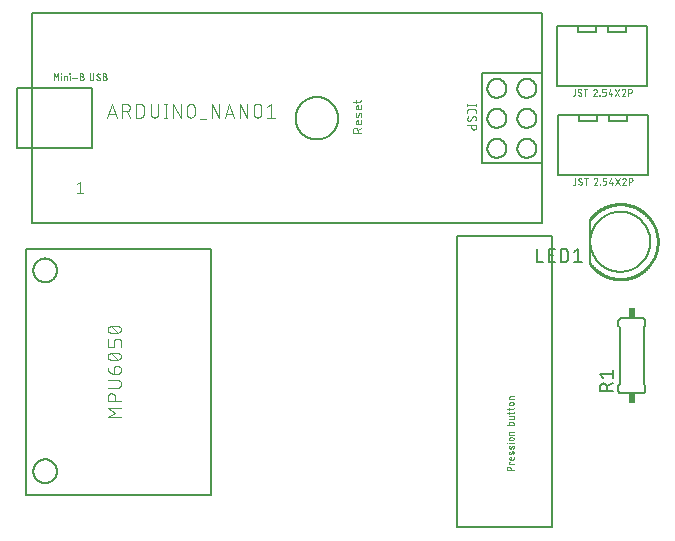
<source format=gbr>
G04 EAGLE Gerber RS-274X export*
G75*
%MOMM*%
%FSLAX34Y34*%
%LPD*%
%INSilkscreen Top*%
%IPPOS*%
%AMOC8*
5,1,8,0,0,1.08239X$1,22.5*%
G01*
%ADD10C,0.127000*%
%ADD11C,0.076200*%
%ADD12C,0.050800*%
%ADD13C,0.101600*%
%ADD14C,0.203200*%
%ADD15C,0.254000*%
%ADD16C,0.152400*%
%ADD17R,0.609600X0.863600*%


D10*
X50800Y589120D02*
X482600Y589120D01*
X482600Y538320D01*
X482600Y462120D01*
X482600Y411320D01*
X50800Y411320D01*
X50800Y525620D01*
X50800Y589120D01*
X50800Y525620D02*
X38100Y525620D01*
X38100Y474820D01*
X101600Y474820D02*
X101600Y525620D01*
X50800Y525620D01*
X38100Y474820D02*
X101600Y474820D01*
X431800Y538320D02*
X482600Y538320D01*
X431800Y538320D02*
X431800Y462120D01*
X482600Y462120D01*
D11*
X329819Y487901D02*
X322453Y487901D01*
X322453Y489947D01*
X322455Y490036D01*
X322461Y490125D01*
X322471Y490214D01*
X322484Y490302D01*
X322501Y490390D01*
X322523Y490477D01*
X322548Y490562D01*
X322576Y490647D01*
X322609Y490730D01*
X322645Y490812D01*
X322684Y490892D01*
X322727Y490970D01*
X322773Y491046D01*
X322823Y491121D01*
X322876Y491193D01*
X322932Y491262D01*
X322991Y491329D01*
X323052Y491394D01*
X323117Y491455D01*
X323184Y491514D01*
X323253Y491570D01*
X323325Y491623D01*
X323400Y491673D01*
X323476Y491719D01*
X323554Y491762D01*
X323634Y491801D01*
X323716Y491837D01*
X323799Y491870D01*
X323884Y491898D01*
X323969Y491923D01*
X324056Y491945D01*
X324144Y491962D01*
X324232Y491975D01*
X324321Y491985D01*
X324410Y491991D01*
X324499Y491993D01*
X324588Y491991D01*
X324677Y491985D01*
X324766Y491975D01*
X324854Y491962D01*
X324942Y491945D01*
X325029Y491923D01*
X325114Y491898D01*
X325199Y491870D01*
X325282Y491837D01*
X325364Y491801D01*
X325444Y491762D01*
X325522Y491719D01*
X325598Y491673D01*
X325673Y491623D01*
X325745Y491570D01*
X325814Y491514D01*
X325881Y491455D01*
X325946Y491394D01*
X326007Y491329D01*
X326066Y491262D01*
X326122Y491193D01*
X326175Y491121D01*
X326225Y491046D01*
X326271Y490970D01*
X326314Y490892D01*
X326353Y490812D01*
X326389Y490730D01*
X326422Y490647D01*
X326450Y490562D01*
X326475Y490477D01*
X326497Y490390D01*
X326514Y490302D01*
X326527Y490214D01*
X326537Y490125D01*
X326543Y490036D01*
X326545Y489947D01*
X326545Y487901D01*
X326545Y490356D02*
X329819Y491993D01*
X329819Y496314D02*
X329819Y498360D01*
X329819Y496314D02*
X329817Y496245D01*
X329811Y496177D01*
X329802Y496108D01*
X329788Y496041D01*
X329771Y495974D01*
X329750Y495908D01*
X329726Y495844D01*
X329697Y495781D01*
X329666Y495720D01*
X329631Y495661D01*
X329593Y495603D01*
X329551Y495548D01*
X329507Y495496D01*
X329459Y495446D01*
X329409Y495398D01*
X329357Y495354D01*
X329302Y495313D01*
X329244Y495274D01*
X329185Y495239D01*
X329124Y495208D01*
X329061Y495179D01*
X328997Y495155D01*
X328931Y495134D01*
X328864Y495117D01*
X328797Y495103D01*
X328729Y495094D01*
X328660Y495088D01*
X328591Y495086D01*
X328591Y495087D02*
X326545Y495087D01*
X326545Y495086D02*
X326466Y495088D01*
X326387Y495094D01*
X326308Y495103D01*
X326230Y495116D01*
X326153Y495134D01*
X326077Y495154D01*
X326002Y495179D01*
X325928Y495207D01*
X325855Y495238D01*
X325784Y495274D01*
X325715Y495312D01*
X325648Y495354D01*
X325583Y495399D01*
X325520Y495447D01*
X325459Y495498D01*
X325402Y495552D01*
X325346Y495608D01*
X325294Y495667D01*
X325244Y495729D01*
X325198Y495793D01*
X325154Y495859D01*
X325114Y495927D01*
X325078Y495997D01*
X325044Y496069D01*
X325014Y496143D01*
X324988Y496217D01*
X324965Y496293D01*
X324947Y496370D01*
X324931Y496447D01*
X324920Y496526D01*
X324912Y496604D01*
X324908Y496683D01*
X324908Y496763D01*
X324912Y496842D01*
X324920Y496920D01*
X324931Y496999D01*
X324947Y497076D01*
X324965Y497153D01*
X324988Y497229D01*
X325014Y497303D01*
X325044Y497377D01*
X325078Y497449D01*
X325114Y497519D01*
X325154Y497587D01*
X325198Y497653D01*
X325244Y497717D01*
X325294Y497779D01*
X325346Y497838D01*
X325402Y497894D01*
X325459Y497948D01*
X325520Y497999D01*
X325583Y498047D01*
X325648Y498092D01*
X325715Y498134D01*
X325784Y498172D01*
X325855Y498208D01*
X325928Y498239D01*
X326002Y498267D01*
X326077Y498292D01*
X326153Y498312D01*
X326230Y498330D01*
X326308Y498343D01*
X326387Y498352D01*
X326466Y498358D01*
X326545Y498360D01*
X327364Y498360D01*
X327364Y495087D01*
X326954Y502040D02*
X327773Y504086D01*
X326954Y502040D02*
X326929Y501981D01*
X326900Y501924D01*
X326867Y501869D01*
X326831Y501816D01*
X326793Y501765D01*
X326751Y501717D01*
X326706Y501671D01*
X326659Y501628D01*
X326609Y501588D01*
X326557Y501551D01*
X326502Y501517D01*
X326446Y501486D01*
X326388Y501459D01*
X326328Y501436D01*
X326268Y501416D01*
X326206Y501400D01*
X326143Y501387D01*
X326079Y501379D01*
X326016Y501374D01*
X325952Y501373D01*
X325888Y501376D01*
X325824Y501383D01*
X325761Y501394D01*
X325699Y501408D01*
X325637Y501426D01*
X325577Y501448D01*
X325518Y501473D01*
X325461Y501502D01*
X325406Y501535D01*
X325353Y501570D01*
X325302Y501609D01*
X325253Y501651D01*
X325207Y501695D01*
X325164Y501743D01*
X325124Y501792D01*
X325087Y501845D01*
X325053Y501899D01*
X325022Y501955D01*
X324995Y502013D01*
X324971Y502072D01*
X324952Y502133D01*
X324935Y502195D01*
X324923Y502258D01*
X324914Y502321D01*
X324909Y502385D01*
X324908Y502449D01*
X324912Y502585D01*
X324920Y502720D01*
X324932Y502856D01*
X324948Y502990D01*
X324968Y503125D01*
X324991Y503258D01*
X325019Y503391D01*
X325050Y503523D01*
X325085Y503654D01*
X325124Y503784D01*
X325167Y503913D01*
X325214Y504040D01*
X325264Y504166D01*
X325318Y504291D01*
X327773Y504086D02*
X327798Y504145D01*
X327827Y504202D01*
X327860Y504257D01*
X327896Y504310D01*
X327934Y504361D01*
X327976Y504409D01*
X328021Y504455D01*
X328068Y504498D01*
X328118Y504538D01*
X328170Y504575D01*
X328225Y504609D01*
X328281Y504640D01*
X328339Y504667D01*
X328399Y504690D01*
X328459Y504710D01*
X328521Y504726D01*
X328584Y504739D01*
X328648Y504747D01*
X328711Y504752D01*
X328775Y504753D01*
X328839Y504750D01*
X328903Y504743D01*
X328966Y504732D01*
X329028Y504718D01*
X329090Y504700D01*
X329150Y504678D01*
X329209Y504653D01*
X329266Y504624D01*
X329321Y504591D01*
X329374Y504556D01*
X329425Y504517D01*
X329474Y504475D01*
X329520Y504431D01*
X329563Y504383D01*
X329603Y504334D01*
X329640Y504281D01*
X329674Y504227D01*
X329705Y504171D01*
X329732Y504113D01*
X329756Y504054D01*
X329775Y503993D01*
X329792Y503931D01*
X329804Y503868D01*
X329813Y503805D01*
X329818Y503741D01*
X329819Y503677D01*
X329815Y503513D01*
X329807Y503349D01*
X329795Y503185D01*
X329779Y503022D01*
X329759Y502859D01*
X329736Y502696D01*
X329708Y502535D01*
X329677Y502373D01*
X329642Y502213D01*
X329603Y502054D01*
X329560Y501895D01*
X329514Y501738D01*
X329464Y501581D01*
X329410Y501426D01*
X329819Y508994D02*
X329819Y511040D01*
X329819Y508994D02*
X329817Y508925D01*
X329811Y508857D01*
X329802Y508788D01*
X329788Y508721D01*
X329771Y508654D01*
X329750Y508588D01*
X329726Y508524D01*
X329697Y508461D01*
X329666Y508400D01*
X329631Y508341D01*
X329593Y508283D01*
X329551Y508228D01*
X329507Y508176D01*
X329459Y508126D01*
X329409Y508078D01*
X329357Y508034D01*
X329302Y507993D01*
X329244Y507954D01*
X329185Y507919D01*
X329124Y507888D01*
X329061Y507859D01*
X328997Y507835D01*
X328931Y507814D01*
X328864Y507797D01*
X328797Y507783D01*
X328729Y507774D01*
X328660Y507768D01*
X328591Y507766D01*
X326545Y507766D01*
X326466Y507768D01*
X326387Y507774D01*
X326308Y507783D01*
X326230Y507796D01*
X326153Y507814D01*
X326077Y507834D01*
X326002Y507859D01*
X325928Y507887D01*
X325855Y507918D01*
X325784Y507954D01*
X325715Y507992D01*
X325648Y508034D01*
X325583Y508079D01*
X325520Y508127D01*
X325459Y508178D01*
X325402Y508232D01*
X325346Y508288D01*
X325294Y508347D01*
X325244Y508409D01*
X325198Y508473D01*
X325154Y508539D01*
X325114Y508607D01*
X325078Y508677D01*
X325044Y508749D01*
X325014Y508823D01*
X324988Y508897D01*
X324965Y508973D01*
X324947Y509050D01*
X324931Y509127D01*
X324920Y509206D01*
X324912Y509284D01*
X324908Y509363D01*
X324908Y509443D01*
X324912Y509522D01*
X324920Y509600D01*
X324931Y509679D01*
X324947Y509756D01*
X324965Y509833D01*
X324988Y509909D01*
X325014Y509983D01*
X325044Y510057D01*
X325078Y510129D01*
X325114Y510199D01*
X325154Y510267D01*
X325198Y510333D01*
X325244Y510397D01*
X325294Y510459D01*
X325346Y510518D01*
X325402Y510574D01*
X325459Y510628D01*
X325520Y510679D01*
X325583Y510727D01*
X325648Y510772D01*
X325715Y510814D01*
X325784Y510852D01*
X325855Y510888D01*
X325928Y510919D01*
X326002Y510947D01*
X326077Y510972D01*
X326153Y510992D01*
X326230Y511010D01*
X326308Y511023D01*
X326387Y511032D01*
X326466Y511038D01*
X326545Y511040D01*
X327364Y511040D01*
X327364Y507766D01*
X324908Y513476D02*
X324908Y515931D01*
X322453Y514294D02*
X328591Y514294D01*
X328660Y514296D01*
X328728Y514302D01*
X328797Y514311D01*
X328864Y514325D01*
X328931Y514342D01*
X328997Y514363D01*
X329061Y514387D01*
X329124Y514416D01*
X329185Y514447D01*
X329244Y514482D01*
X329302Y514520D01*
X329357Y514562D01*
X329409Y514606D01*
X329459Y514654D01*
X329507Y514704D01*
X329551Y514756D01*
X329593Y514811D01*
X329631Y514869D01*
X329666Y514928D01*
X329697Y514989D01*
X329726Y515052D01*
X329750Y515116D01*
X329771Y515182D01*
X329788Y515249D01*
X329802Y515316D01*
X329811Y515385D01*
X329817Y515453D01*
X329819Y515522D01*
X329819Y515931D01*
X91892Y446499D02*
X89281Y444411D01*
X91892Y446499D02*
X91892Y437101D01*
X94502Y437101D02*
X89281Y437101D01*
D12*
X69218Y532478D02*
X69218Y538066D01*
X71080Y534962D01*
X72943Y538066D01*
X72943Y532478D01*
X75469Y532478D02*
X75469Y536203D01*
X75314Y537756D02*
X75314Y538066D01*
X75625Y538066D01*
X75625Y537756D01*
X75314Y537756D01*
X77885Y536203D02*
X77885Y532478D01*
X77885Y536203D02*
X79437Y536203D01*
X79495Y536201D01*
X79554Y536196D01*
X79611Y536187D01*
X79669Y536174D01*
X79725Y536157D01*
X79780Y536138D01*
X79833Y536114D01*
X79886Y536088D01*
X79936Y536058D01*
X79984Y536025D01*
X80030Y535989D01*
X80074Y535951D01*
X80116Y535909D01*
X80154Y535865D01*
X80190Y535819D01*
X80223Y535771D01*
X80253Y535721D01*
X80279Y535668D01*
X80303Y535615D01*
X80322Y535560D01*
X80339Y535504D01*
X80352Y535446D01*
X80361Y535389D01*
X80366Y535330D01*
X80368Y535272D01*
X80369Y535272D02*
X80369Y532478D01*
X82785Y532478D02*
X82785Y536203D01*
X82629Y537756D02*
X82629Y538066D01*
X82940Y538066D01*
X82940Y537756D01*
X82629Y537756D01*
X85128Y534651D02*
X88853Y534651D01*
X91556Y535582D02*
X93109Y535582D01*
X93186Y535580D01*
X93264Y535574D01*
X93340Y535565D01*
X93417Y535551D01*
X93492Y535534D01*
X93566Y535513D01*
X93640Y535488D01*
X93712Y535460D01*
X93782Y535428D01*
X93851Y535393D01*
X93918Y535354D01*
X93983Y535312D01*
X94046Y535267D01*
X94107Y535219D01*
X94165Y535168D01*
X94220Y535114D01*
X94273Y535057D01*
X94322Y534998D01*
X94369Y534936D01*
X94413Y534872D01*
X94453Y534806D01*
X94490Y534738D01*
X94524Y534668D01*
X94554Y534597D01*
X94580Y534524D01*
X94603Y534450D01*
X94622Y534375D01*
X94637Y534300D01*
X94649Y534223D01*
X94657Y534146D01*
X94661Y534069D01*
X94661Y533991D01*
X94657Y533914D01*
X94649Y533837D01*
X94637Y533760D01*
X94622Y533685D01*
X94603Y533610D01*
X94580Y533536D01*
X94554Y533463D01*
X94524Y533392D01*
X94490Y533322D01*
X94453Y533254D01*
X94413Y533188D01*
X94369Y533124D01*
X94322Y533062D01*
X94273Y533003D01*
X94220Y532946D01*
X94165Y532892D01*
X94107Y532841D01*
X94046Y532793D01*
X93983Y532748D01*
X93918Y532706D01*
X93851Y532667D01*
X93782Y532632D01*
X93712Y532600D01*
X93640Y532572D01*
X93566Y532547D01*
X93492Y532526D01*
X93417Y532509D01*
X93340Y532495D01*
X93264Y532486D01*
X93186Y532480D01*
X93109Y532478D01*
X91556Y532478D01*
X91556Y538066D01*
X93109Y538066D01*
X93179Y538064D01*
X93248Y538058D01*
X93317Y538048D01*
X93385Y538035D01*
X93453Y538017D01*
X93519Y537996D01*
X93584Y537971D01*
X93648Y537943D01*
X93710Y537911D01*
X93770Y537876D01*
X93828Y537837D01*
X93883Y537795D01*
X93937Y537750D01*
X93987Y537702D01*
X94035Y537652D01*
X94080Y537598D01*
X94122Y537543D01*
X94161Y537485D01*
X94196Y537425D01*
X94228Y537363D01*
X94256Y537299D01*
X94281Y537234D01*
X94302Y537168D01*
X94320Y537100D01*
X94333Y537032D01*
X94343Y536963D01*
X94349Y536894D01*
X94351Y536824D01*
X94349Y536754D01*
X94343Y536685D01*
X94333Y536616D01*
X94320Y536548D01*
X94302Y536480D01*
X94281Y536414D01*
X94256Y536349D01*
X94228Y536285D01*
X94196Y536223D01*
X94161Y536163D01*
X94122Y536105D01*
X94080Y536050D01*
X94035Y535996D01*
X93987Y535946D01*
X93937Y535898D01*
X93883Y535853D01*
X93828Y535811D01*
X93770Y535772D01*
X93710Y535737D01*
X93648Y535705D01*
X93584Y535677D01*
X93519Y535652D01*
X93453Y535631D01*
X93385Y535613D01*
X93317Y535600D01*
X93248Y535590D01*
X93179Y535584D01*
X93109Y535582D01*
X99886Y534030D02*
X99886Y538066D01*
X99886Y534030D02*
X99888Y533953D01*
X99894Y533875D01*
X99903Y533799D01*
X99917Y533722D01*
X99934Y533647D01*
X99955Y533573D01*
X99980Y533499D01*
X100008Y533427D01*
X100040Y533357D01*
X100075Y533288D01*
X100114Y533221D01*
X100156Y533156D01*
X100201Y533093D01*
X100249Y533032D01*
X100300Y532974D01*
X100354Y532919D01*
X100411Y532866D01*
X100470Y532817D01*
X100532Y532770D01*
X100596Y532726D01*
X100662Y532686D01*
X100730Y532649D01*
X100800Y532615D01*
X100871Y532585D01*
X100944Y532559D01*
X101018Y532536D01*
X101093Y532517D01*
X101168Y532502D01*
X101245Y532490D01*
X101322Y532482D01*
X101399Y532478D01*
X101477Y532478D01*
X101554Y532482D01*
X101631Y532490D01*
X101708Y532502D01*
X101783Y532517D01*
X101858Y532536D01*
X101932Y532559D01*
X102005Y532585D01*
X102076Y532615D01*
X102146Y532649D01*
X102214Y532686D01*
X102280Y532726D01*
X102344Y532770D01*
X102406Y532817D01*
X102465Y532866D01*
X102522Y532919D01*
X102576Y532974D01*
X102627Y533032D01*
X102675Y533093D01*
X102720Y533156D01*
X102762Y533221D01*
X102801Y533288D01*
X102836Y533357D01*
X102868Y533427D01*
X102896Y533499D01*
X102921Y533573D01*
X102942Y533647D01*
X102959Y533722D01*
X102973Y533799D01*
X102982Y533875D01*
X102988Y533953D01*
X102990Y534030D01*
X102990Y538066D01*
X108477Y533720D02*
X108475Y533650D01*
X108469Y533581D01*
X108459Y533512D01*
X108446Y533444D01*
X108428Y533376D01*
X108407Y533310D01*
X108382Y533245D01*
X108354Y533181D01*
X108322Y533119D01*
X108287Y533059D01*
X108248Y533001D01*
X108206Y532946D01*
X108161Y532892D01*
X108113Y532842D01*
X108063Y532794D01*
X108009Y532749D01*
X107954Y532707D01*
X107896Y532668D01*
X107836Y532633D01*
X107774Y532601D01*
X107710Y532573D01*
X107645Y532548D01*
X107579Y532527D01*
X107511Y532509D01*
X107443Y532496D01*
X107374Y532486D01*
X107305Y532480D01*
X107235Y532478D01*
X107136Y532480D01*
X107038Y532485D01*
X106940Y532495D01*
X106842Y532508D01*
X106745Y532524D01*
X106648Y532544D01*
X106553Y532568D01*
X106458Y532596D01*
X106364Y532627D01*
X106272Y532661D01*
X106181Y532699D01*
X106091Y532740D01*
X106003Y532785D01*
X105917Y532833D01*
X105833Y532884D01*
X105751Y532938D01*
X105670Y532996D01*
X105592Y533056D01*
X105517Y533119D01*
X105443Y533185D01*
X105373Y533254D01*
X105527Y536824D02*
X105529Y536894D01*
X105535Y536963D01*
X105545Y537032D01*
X105558Y537100D01*
X105576Y537168D01*
X105597Y537234D01*
X105622Y537299D01*
X105650Y537363D01*
X105682Y537425D01*
X105717Y537485D01*
X105756Y537543D01*
X105798Y537598D01*
X105843Y537652D01*
X105891Y537702D01*
X105941Y537750D01*
X105995Y537795D01*
X106050Y537837D01*
X106108Y537876D01*
X106168Y537911D01*
X106230Y537943D01*
X106294Y537971D01*
X106359Y537996D01*
X106425Y538017D01*
X106493Y538035D01*
X106561Y538048D01*
X106630Y538058D01*
X106699Y538064D01*
X106769Y538066D01*
X106863Y538064D01*
X106956Y538058D01*
X107049Y538049D01*
X107142Y538036D01*
X107234Y538019D01*
X107325Y537999D01*
X107416Y537974D01*
X107505Y537947D01*
X107593Y537915D01*
X107680Y537880D01*
X107766Y537842D01*
X107849Y537800D01*
X107931Y537755D01*
X108012Y537707D01*
X108090Y537655D01*
X108166Y537600D01*
X106149Y535738D02*
X106090Y535774D01*
X106034Y535814D01*
X105980Y535857D01*
X105928Y535902D01*
X105879Y535951D01*
X105833Y536002D01*
X105790Y536055D01*
X105749Y536111D01*
X105712Y536169D01*
X105677Y536229D01*
X105647Y536290D01*
X105619Y536353D01*
X105595Y536418D01*
X105575Y536484D01*
X105558Y536551D01*
X105545Y536618D01*
X105536Y536686D01*
X105530Y536755D01*
X105528Y536824D01*
X107855Y534806D02*
X107914Y534770D01*
X107970Y534730D01*
X108024Y534687D01*
X108076Y534642D01*
X108125Y534593D01*
X108171Y534542D01*
X108214Y534489D01*
X108255Y534433D01*
X108292Y534375D01*
X108327Y534315D01*
X108357Y534254D01*
X108385Y534191D01*
X108409Y534126D01*
X108429Y534060D01*
X108446Y533993D01*
X108459Y533926D01*
X108468Y533858D01*
X108474Y533789D01*
X108476Y533720D01*
X107856Y534806D02*
X106148Y535738D01*
X110942Y535582D02*
X112494Y535582D01*
X112571Y535580D01*
X112649Y535574D01*
X112725Y535565D01*
X112802Y535551D01*
X112877Y535534D01*
X112951Y535513D01*
X113025Y535488D01*
X113097Y535460D01*
X113167Y535428D01*
X113236Y535393D01*
X113303Y535354D01*
X113368Y535312D01*
X113431Y535267D01*
X113492Y535219D01*
X113550Y535168D01*
X113605Y535114D01*
X113658Y535057D01*
X113707Y534998D01*
X113754Y534936D01*
X113798Y534872D01*
X113838Y534806D01*
X113875Y534738D01*
X113909Y534668D01*
X113939Y534597D01*
X113965Y534524D01*
X113988Y534450D01*
X114007Y534375D01*
X114022Y534300D01*
X114034Y534223D01*
X114042Y534146D01*
X114046Y534069D01*
X114046Y533991D01*
X114042Y533914D01*
X114034Y533837D01*
X114022Y533760D01*
X114007Y533685D01*
X113988Y533610D01*
X113965Y533536D01*
X113939Y533463D01*
X113909Y533392D01*
X113875Y533322D01*
X113838Y533254D01*
X113798Y533188D01*
X113754Y533124D01*
X113707Y533062D01*
X113658Y533003D01*
X113605Y532946D01*
X113550Y532892D01*
X113492Y532841D01*
X113431Y532793D01*
X113368Y532748D01*
X113303Y532706D01*
X113236Y532667D01*
X113167Y532632D01*
X113097Y532600D01*
X113025Y532572D01*
X112951Y532547D01*
X112877Y532526D01*
X112802Y532509D01*
X112725Y532495D01*
X112649Y532486D01*
X112571Y532480D01*
X112494Y532478D01*
X110942Y532478D01*
X110942Y538066D01*
X112494Y538066D01*
X112564Y538064D01*
X112633Y538058D01*
X112702Y538048D01*
X112770Y538035D01*
X112838Y538017D01*
X112904Y537996D01*
X112969Y537971D01*
X113033Y537943D01*
X113095Y537911D01*
X113155Y537876D01*
X113213Y537837D01*
X113268Y537795D01*
X113322Y537750D01*
X113372Y537702D01*
X113420Y537652D01*
X113465Y537598D01*
X113507Y537543D01*
X113546Y537485D01*
X113581Y537425D01*
X113613Y537363D01*
X113641Y537299D01*
X113666Y537234D01*
X113687Y537168D01*
X113705Y537100D01*
X113718Y537032D01*
X113728Y536963D01*
X113734Y536894D01*
X113736Y536824D01*
X113734Y536754D01*
X113728Y536685D01*
X113718Y536616D01*
X113705Y536548D01*
X113687Y536480D01*
X113666Y536414D01*
X113641Y536349D01*
X113613Y536285D01*
X113581Y536223D01*
X113546Y536163D01*
X113507Y536105D01*
X113465Y536050D01*
X113420Y535996D01*
X113372Y535946D01*
X113322Y535898D01*
X113268Y535853D01*
X113213Y535811D01*
X113155Y535772D01*
X113095Y535737D01*
X113033Y535705D01*
X112969Y535677D01*
X112904Y535652D01*
X112838Y535631D01*
X112770Y535613D01*
X112702Y535600D01*
X112633Y535590D01*
X112564Y535584D01*
X112494Y535582D01*
D11*
X419481Y511721D02*
X426847Y511721D01*
X419481Y512539D02*
X419481Y510902D01*
X426847Y510902D02*
X426847Y512539D01*
X419481Y506301D02*
X419481Y504664D01*
X419481Y506301D02*
X419483Y506379D01*
X419488Y506457D01*
X419498Y506534D01*
X419511Y506611D01*
X419527Y506687D01*
X419547Y506762D01*
X419571Y506836D01*
X419598Y506909D01*
X419629Y506981D01*
X419663Y507051D01*
X419700Y507120D01*
X419741Y507186D01*
X419785Y507251D01*
X419831Y507313D01*
X419881Y507373D01*
X419933Y507431D01*
X419988Y507486D01*
X420046Y507538D01*
X420106Y507588D01*
X420168Y507634D01*
X420233Y507678D01*
X420300Y507719D01*
X420368Y507756D01*
X420438Y507790D01*
X420510Y507821D01*
X420583Y507848D01*
X420657Y507872D01*
X420732Y507892D01*
X420808Y507908D01*
X420885Y507921D01*
X420962Y507931D01*
X421040Y507936D01*
X421118Y507938D01*
X425210Y507938D01*
X425288Y507936D01*
X425366Y507931D01*
X425443Y507921D01*
X425520Y507908D01*
X425596Y507892D01*
X425671Y507872D01*
X425745Y507848D01*
X425818Y507821D01*
X425890Y507790D01*
X425960Y507756D01*
X426029Y507719D01*
X426095Y507678D01*
X426160Y507634D01*
X426222Y507588D01*
X426282Y507538D01*
X426340Y507486D01*
X426395Y507431D01*
X426447Y507373D01*
X426497Y507313D01*
X426543Y507251D01*
X426587Y507186D01*
X426628Y507120D01*
X426665Y507051D01*
X426699Y506981D01*
X426730Y506909D01*
X426757Y506836D01*
X426781Y506762D01*
X426801Y506687D01*
X426817Y506611D01*
X426830Y506534D01*
X426840Y506457D01*
X426845Y506379D01*
X426847Y506301D01*
X426847Y504664D01*
X421118Y497970D02*
X421040Y497972D01*
X420962Y497977D01*
X420885Y497987D01*
X420808Y498000D01*
X420732Y498016D01*
X420657Y498036D01*
X420583Y498060D01*
X420510Y498087D01*
X420438Y498118D01*
X420368Y498152D01*
X420299Y498189D01*
X420233Y498230D01*
X420168Y498274D01*
X420106Y498320D01*
X420046Y498370D01*
X419988Y498422D01*
X419933Y498477D01*
X419881Y498535D01*
X419831Y498595D01*
X419785Y498657D01*
X419741Y498722D01*
X419700Y498789D01*
X419663Y498857D01*
X419629Y498927D01*
X419598Y498999D01*
X419571Y499072D01*
X419547Y499146D01*
X419527Y499221D01*
X419511Y499297D01*
X419498Y499374D01*
X419488Y499451D01*
X419483Y499529D01*
X419481Y499607D01*
X419483Y499721D01*
X419488Y499834D01*
X419498Y499948D01*
X419511Y500061D01*
X419528Y500173D01*
X419548Y500285D01*
X419572Y500396D01*
X419600Y500507D01*
X419631Y500616D01*
X419666Y500724D01*
X419705Y500831D01*
X419747Y500937D01*
X419792Y501041D01*
X419841Y501144D01*
X419894Y501245D01*
X419949Y501344D01*
X420008Y501442D01*
X420070Y501537D01*
X420135Y501630D01*
X420203Y501722D01*
X420274Y501810D01*
X420348Y501897D01*
X420425Y501981D01*
X420504Y502062D01*
X425210Y501858D02*
X425288Y501856D01*
X425366Y501851D01*
X425443Y501841D01*
X425520Y501828D01*
X425596Y501812D01*
X425671Y501792D01*
X425745Y501768D01*
X425818Y501741D01*
X425890Y501710D01*
X425960Y501676D01*
X426029Y501639D01*
X426095Y501598D01*
X426160Y501554D01*
X426222Y501508D01*
X426282Y501458D01*
X426340Y501406D01*
X426395Y501351D01*
X426447Y501293D01*
X426497Y501233D01*
X426543Y501171D01*
X426587Y501106D01*
X426628Y501040D01*
X426665Y500971D01*
X426699Y500901D01*
X426730Y500829D01*
X426757Y500756D01*
X426781Y500682D01*
X426801Y500607D01*
X426817Y500531D01*
X426830Y500454D01*
X426840Y500377D01*
X426845Y500299D01*
X426847Y500221D01*
X426845Y500111D01*
X426839Y500002D01*
X426829Y499892D01*
X426816Y499784D01*
X426798Y499675D01*
X426777Y499568D01*
X426751Y499461D01*
X426722Y499355D01*
X426690Y499250D01*
X426653Y499147D01*
X426613Y499045D01*
X426569Y498944D01*
X426521Y498845D01*
X426471Y498748D01*
X426416Y498653D01*
X426358Y498560D01*
X426297Y498469D01*
X426233Y498380D01*
X423777Y501039D02*
X423819Y501106D01*
X423863Y501171D01*
X423911Y501233D01*
X423961Y501293D01*
X424014Y501351D01*
X424070Y501406D01*
X424129Y501458D01*
X424189Y501508D01*
X424253Y501555D01*
X424318Y501598D01*
X424385Y501639D01*
X424454Y501676D01*
X424525Y501710D01*
X424597Y501741D01*
X424671Y501768D01*
X424745Y501792D01*
X424821Y501812D01*
X424898Y501828D01*
X424975Y501841D01*
X425053Y501851D01*
X425132Y501856D01*
X425210Y501858D01*
X422550Y498789D02*
X422509Y498723D01*
X422464Y498658D01*
X422417Y498596D01*
X422366Y498536D01*
X422313Y498478D01*
X422257Y498423D01*
X422199Y498370D01*
X422138Y498321D01*
X422075Y498274D01*
X422010Y498231D01*
X421943Y498190D01*
X421874Y498153D01*
X421803Y498119D01*
X421731Y498088D01*
X421657Y498061D01*
X421582Y498037D01*
X421507Y498017D01*
X421430Y498001D01*
X421353Y497988D01*
X421275Y497978D01*
X421196Y497973D01*
X421118Y497971D01*
X422550Y498789D02*
X423778Y501039D01*
X426847Y494630D02*
X419481Y494630D01*
X426847Y494630D02*
X426847Y492583D01*
X426845Y492494D01*
X426839Y492405D01*
X426829Y492316D01*
X426816Y492228D01*
X426799Y492140D01*
X426777Y492053D01*
X426752Y491968D01*
X426724Y491883D01*
X426691Y491800D01*
X426655Y491718D01*
X426616Y491638D01*
X426573Y491560D01*
X426527Y491484D01*
X426477Y491409D01*
X426424Y491337D01*
X426368Y491268D01*
X426309Y491201D01*
X426248Y491136D01*
X426183Y491075D01*
X426116Y491016D01*
X426047Y490960D01*
X425975Y490907D01*
X425900Y490857D01*
X425824Y490811D01*
X425746Y490768D01*
X425666Y490729D01*
X425584Y490693D01*
X425501Y490660D01*
X425416Y490632D01*
X425331Y490607D01*
X425244Y490585D01*
X425156Y490568D01*
X425068Y490555D01*
X424979Y490545D01*
X424890Y490539D01*
X424801Y490537D01*
X424712Y490539D01*
X424623Y490545D01*
X424534Y490555D01*
X424446Y490568D01*
X424358Y490585D01*
X424271Y490607D01*
X424186Y490632D01*
X424101Y490660D01*
X424018Y490693D01*
X423936Y490729D01*
X423856Y490768D01*
X423778Y490811D01*
X423702Y490857D01*
X423627Y490907D01*
X423555Y490960D01*
X423486Y491016D01*
X423419Y491075D01*
X423354Y491136D01*
X423293Y491201D01*
X423234Y491268D01*
X423178Y491337D01*
X423125Y491409D01*
X423075Y491484D01*
X423029Y491560D01*
X422986Y491638D01*
X422947Y491718D01*
X422911Y491800D01*
X422878Y491883D01*
X422850Y491968D01*
X422825Y492053D01*
X422803Y492140D01*
X422786Y492228D01*
X422773Y492316D01*
X422763Y492405D01*
X422757Y492494D01*
X422755Y492583D01*
X422755Y494630D01*
D10*
X274139Y500220D02*
X274144Y500661D01*
X274161Y501101D01*
X274188Y501541D01*
X274225Y501980D01*
X274274Y502419D01*
X274333Y502855D01*
X274403Y503291D01*
X274484Y503724D01*
X274575Y504155D01*
X274677Y504584D01*
X274790Y505010D01*
X274912Y505434D01*
X275046Y505854D01*
X275189Y506271D01*
X275343Y506684D01*
X275506Y507093D01*
X275680Y507499D01*
X275863Y507899D01*
X276057Y508295D01*
X276260Y508687D01*
X276472Y509073D01*
X276694Y509454D01*
X276926Y509829D01*
X277166Y510199D01*
X277415Y510562D01*
X277674Y510919D01*
X277941Y511270D01*
X278216Y511614D01*
X278500Y511952D01*
X278792Y512282D01*
X279092Y512605D01*
X279400Y512920D01*
X279715Y513228D01*
X280038Y513528D01*
X280368Y513820D01*
X280706Y514104D01*
X281050Y514379D01*
X281401Y514646D01*
X281758Y514905D01*
X282121Y515154D01*
X282491Y515394D01*
X282866Y515626D01*
X283247Y515848D01*
X283633Y516060D01*
X284025Y516263D01*
X284421Y516457D01*
X284821Y516640D01*
X285227Y516814D01*
X285636Y516977D01*
X286049Y517131D01*
X286466Y517274D01*
X286886Y517408D01*
X287310Y517530D01*
X287736Y517643D01*
X288165Y517745D01*
X288596Y517836D01*
X289029Y517917D01*
X289465Y517987D01*
X289901Y518046D01*
X290340Y518095D01*
X290779Y518132D01*
X291219Y518159D01*
X291659Y518176D01*
X292100Y518181D01*
X292541Y518176D01*
X292981Y518159D01*
X293421Y518132D01*
X293860Y518095D01*
X294299Y518046D01*
X294735Y517987D01*
X295171Y517917D01*
X295604Y517836D01*
X296035Y517745D01*
X296464Y517643D01*
X296890Y517530D01*
X297314Y517408D01*
X297734Y517274D01*
X298151Y517131D01*
X298564Y516977D01*
X298973Y516814D01*
X299379Y516640D01*
X299779Y516457D01*
X300175Y516263D01*
X300567Y516060D01*
X300953Y515848D01*
X301334Y515626D01*
X301709Y515394D01*
X302079Y515154D01*
X302442Y514905D01*
X302799Y514646D01*
X303150Y514379D01*
X303494Y514104D01*
X303832Y513820D01*
X304162Y513528D01*
X304485Y513228D01*
X304800Y512920D01*
X305108Y512605D01*
X305408Y512282D01*
X305700Y511952D01*
X305984Y511614D01*
X306259Y511270D01*
X306526Y510919D01*
X306785Y510562D01*
X307034Y510199D01*
X307274Y509829D01*
X307506Y509454D01*
X307728Y509073D01*
X307940Y508687D01*
X308143Y508295D01*
X308337Y507899D01*
X308520Y507499D01*
X308694Y507093D01*
X308857Y506684D01*
X309011Y506271D01*
X309154Y505854D01*
X309288Y505434D01*
X309410Y505010D01*
X309523Y504584D01*
X309625Y504155D01*
X309716Y503724D01*
X309797Y503291D01*
X309867Y502855D01*
X309926Y502419D01*
X309975Y501980D01*
X310012Y501541D01*
X310039Y501101D01*
X310056Y500661D01*
X310061Y500220D01*
X310056Y499779D01*
X310039Y499339D01*
X310012Y498899D01*
X309975Y498460D01*
X309926Y498021D01*
X309867Y497585D01*
X309797Y497149D01*
X309716Y496716D01*
X309625Y496285D01*
X309523Y495856D01*
X309410Y495430D01*
X309288Y495006D01*
X309154Y494586D01*
X309011Y494169D01*
X308857Y493756D01*
X308694Y493347D01*
X308520Y492941D01*
X308337Y492541D01*
X308143Y492145D01*
X307940Y491753D01*
X307728Y491367D01*
X307506Y490986D01*
X307274Y490611D01*
X307034Y490241D01*
X306785Y489878D01*
X306526Y489521D01*
X306259Y489170D01*
X305984Y488826D01*
X305700Y488488D01*
X305408Y488158D01*
X305108Y487835D01*
X304800Y487520D01*
X304485Y487212D01*
X304162Y486912D01*
X303832Y486620D01*
X303494Y486336D01*
X303150Y486061D01*
X302799Y485794D01*
X302442Y485535D01*
X302079Y485286D01*
X301709Y485046D01*
X301334Y484814D01*
X300953Y484592D01*
X300567Y484380D01*
X300175Y484177D01*
X299779Y483983D01*
X299379Y483800D01*
X298973Y483626D01*
X298564Y483463D01*
X298151Y483309D01*
X297734Y483166D01*
X297314Y483032D01*
X296890Y482910D01*
X296464Y482797D01*
X296035Y482695D01*
X295604Y482604D01*
X295171Y482523D01*
X294735Y482453D01*
X294299Y482394D01*
X293860Y482345D01*
X293421Y482308D01*
X292981Y482281D01*
X292541Y482264D01*
X292100Y482259D01*
X291659Y482264D01*
X291219Y482281D01*
X290779Y482308D01*
X290340Y482345D01*
X289901Y482394D01*
X289465Y482453D01*
X289029Y482523D01*
X288596Y482604D01*
X288165Y482695D01*
X287736Y482797D01*
X287310Y482910D01*
X286886Y483032D01*
X286466Y483166D01*
X286049Y483309D01*
X285636Y483463D01*
X285227Y483626D01*
X284821Y483800D01*
X284421Y483983D01*
X284025Y484177D01*
X283633Y484380D01*
X283247Y484592D01*
X282866Y484814D01*
X282491Y485046D01*
X282121Y485286D01*
X281758Y485535D01*
X281401Y485794D01*
X281050Y486061D01*
X280706Y486336D01*
X280368Y486620D01*
X280038Y486912D01*
X279715Y487212D01*
X279400Y487520D01*
X279092Y487835D01*
X278792Y488158D01*
X278500Y488488D01*
X278216Y488826D01*
X277941Y489170D01*
X277674Y489521D01*
X277415Y489878D01*
X277166Y490241D01*
X276926Y490611D01*
X276694Y490986D01*
X276472Y491367D01*
X276260Y491753D01*
X276057Y492145D01*
X275863Y492541D01*
X275680Y492941D01*
X275506Y493347D01*
X275343Y493756D01*
X275189Y494169D01*
X275046Y494586D01*
X274912Y495006D01*
X274790Y495430D01*
X274677Y495856D01*
X274575Y496285D01*
X274484Y496716D01*
X274403Y497149D01*
X274333Y497585D01*
X274274Y498021D01*
X274225Y498460D01*
X274188Y498899D01*
X274161Y499339D01*
X274144Y499779D01*
X274139Y500220D01*
X461900Y474820D02*
X461902Y475016D01*
X461910Y475213D01*
X461922Y475409D01*
X461939Y475604D01*
X461960Y475799D01*
X461987Y475994D01*
X462018Y476188D01*
X462054Y476381D01*
X462094Y476573D01*
X462140Y476764D01*
X462190Y476954D01*
X462244Y477142D01*
X462304Y477329D01*
X462368Y477515D01*
X462436Y477699D01*
X462509Y477881D01*
X462586Y478062D01*
X462668Y478240D01*
X462754Y478417D01*
X462845Y478591D01*
X462939Y478763D01*
X463038Y478933D01*
X463141Y479100D01*
X463248Y479265D01*
X463359Y479426D01*
X463474Y479586D01*
X463593Y479742D01*
X463716Y479895D01*
X463842Y480045D01*
X463972Y480192D01*
X464106Y480336D01*
X464243Y480477D01*
X464384Y480614D01*
X464528Y480748D01*
X464675Y480878D01*
X464825Y481004D01*
X464978Y481127D01*
X465134Y481246D01*
X465294Y481361D01*
X465455Y481472D01*
X465620Y481579D01*
X465787Y481682D01*
X465957Y481781D01*
X466129Y481875D01*
X466303Y481966D01*
X466480Y482052D01*
X466658Y482134D01*
X466839Y482211D01*
X467021Y482284D01*
X467205Y482352D01*
X467391Y482416D01*
X467578Y482476D01*
X467766Y482530D01*
X467956Y482580D01*
X468147Y482626D01*
X468339Y482666D01*
X468532Y482702D01*
X468726Y482733D01*
X468921Y482760D01*
X469116Y482781D01*
X469311Y482798D01*
X469507Y482810D01*
X469704Y482818D01*
X469900Y482820D01*
X470096Y482818D01*
X470293Y482810D01*
X470489Y482798D01*
X470684Y482781D01*
X470879Y482760D01*
X471074Y482733D01*
X471268Y482702D01*
X471461Y482666D01*
X471653Y482626D01*
X471844Y482580D01*
X472034Y482530D01*
X472222Y482476D01*
X472409Y482416D01*
X472595Y482352D01*
X472779Y482284D01*
X472961Y482211D01*
X473142Y482134D01*
X473320Y482052D01*
X473497Y481966D01*
X473671Y481875D01*
X473843Y481781D01*
X474013Y481682D01*
X474180Y481579D01*
X474345Y481472D01*
X474506Y481361D01*
X474666Y481246D01*
X474822Y481127D01*
X474975Y481004D01*
X475125Y480878D01*
X475272Y480748D01*
X475416Y480614D01*
X475557Y480477D01*
X475694Y480336D01*
X475828Y480192D01*
X475958Y480045D01*
X476084Y479895D01*
X476207Y479742D01*
X476326Y479586D01*
X476441Y479426D01*
X476552Y479265D01*
X476659Y479100D01*
X476762Y478933D01*
X476861Y478763D01*
X476955Y478591D01*
X477046Y478417D01*
X477132Y478240D01*
X477214Y478062D01*
X477291Y477881D01*
X477364Y477699D01*
X477432Y477515D01*
X477496Y477329D01*
X477556Y477142D01*
X477610Y476954D01*
X477660Y476764D01*
X477706Y476573D01*
X477746Y476381D01*
X477782Y476188D01*
X477813Y475994D01*
X477840Y475799D01*
X477861Y475604D01*
X477878Y475409D01*
X477890Y475213D01*
X477898Y475016D01*
X477900Y474820D01*
X477898Y474624D01*
X477890Y474427D01*
X477878Y474231D01*
X477861Y474036D01*
X477840Y473841D01*
X477813Y473646D01*
X477782Y473452D01*
X477746Y473259D01*
X477706Y473067D01*
X477660Y472876D01*
X477610Y472686D01*
X477556Y472498D01*
X477496Y472311D01*
X477432Y472125D01*
X477364Y471941D01*
X477291Y471759D01*
X477214Y471578D01*
X477132Y471400D01*
X477046Y471223D01*
X476955Y471049D01*
X476861Y470877D01*
X476762Y470707D01*
X476659Y470540D01*
X476552Y470375D01*
X476441Y470214D01*
X476326Y470054D01*
X476207Y469898D01*
X476084Y469745D01*
X475958Y469595D01*
X475828Y469448D01*
X475694Y469304D01*
X475557Y469163D01*
X475416Y469026D01*
X475272Y468892D01*
X475125Y468762D01*
X474975Y468636D01*
X474822Y468513D01*
X474666Y468394D01*
X474506Y468279D01*
X474345Y468168D01*
X474180Y468061D01*
X474013Y467958D01*
X473843Y467859D01*
X473671Y467765D01*
X473497Y467674D01*
X473320Y467588D01*
X473142Y467506D01*
X472961Y467429D01*
X472779Y467356D01*
X472595Y467288D01*
X472409Y467224D01*
X472222Y467164D01*
X472034Y467110D01*
X471844Y467060D01*
X471653Y467014D01*
X471461Y466974D01*
X471268Y466938D01*
X471074Y466907D01*
X470879Y466880D01*
X470684Y466859D01*
X470489Y466842D01*
X470293Y466830D01*
X470096Y466822D01*
X469900Y466820D01*
X469704Y466822D01*
X469507Y466830D01*
X469311Y466842D01*
X469116Y466859D01*
X468921Y466880D01*
X468726Y466907D01*
X468532Y466938D01*
X468339Y466974D01*
X468147Y467014D01*
X467956Y467060D01*
X467766Y467110D01*
X467578Y467164D01*
X467391Y467224D01*
X467205Y467288D01*
X467021Y467356D01*
X466839Y467429D01*
X466658Y467506D01*
X466480Y467588D01*
X466303Y467674D01*
X466129Y467765D01*
X465957Y467859D01*
X465787Y467958D01*
X465620Y468061D01*
X465455Y468168D01*
X465294Y468279D01*
X465134Y468394D01*
X464978Y468513D01*
X464825Y468636D01*
X464675Y468762D01*
X464528Y468892D01*
X464384Y469026D01*
X464243Y469163D01*
X464106Y469304D01*
X463972Y469448D01*
X463842Y469595D01*
X463716Y469745D01*
X463593Y469898D01*
X463474Y470054D01*
X463359Y470214D01*
X463248Y470375D01*
X463141Y470540D01*
X463038Y470707D01*
X462939Y470877D01*
X462845Y471049D01*
X462754Y471223D01*
X462668Y471400D01*
X462586Y471578D01*
X462509Y471759D01*
X462436Y471941D01*
X462368Y472125D01*
X462304Y472311D01*
X462244Y472498D01*
X462190Y472686D01*
X462140Y472876D01*
X462094Y473067D01*
X462054Y473259D01*
X462018Y473452D01*
X461987Y473646D01*
X461960Y473841D01*
X461939Y474036D01*
X461922Y474231D01*
X461910Y474427D01*
X461902Y474624D01*
X461900Y474820D01*
X461900Y500220D02*
X461902Y500416D01*
X461910Y500613D01*
X461922Y500809D01*
X461939Y501004D01*
X461960Y501199D01*
X461987Y501394D01*
X462018Y501588D01*
X462054Y501781D01*
X462094Y501973D01*
X462140Y502164D01*
X462190Y502354D01*
X462244Y502542D01*
X462304Y502729D01*
X462368Y502915D01*
X462436Y503099D01*
X462509Y503281D01*
X462586Y503462D01*
X462668Y503640D01*
X462754Y503817D01*
X462845Y503991D01*
X462939Y504163D01*
X463038Y504333D01*
X463141Y504500D01*
X463248Y504665D01*
X463359Y504826D01*
X463474Y504986D01*
X463593Y505142D01*
X463716Y505295D01*
X463842Y505445D01*
X463972Y505592D01*
X464106Y505736D01*
X464243Y505877D01*
X464384Y506014D01*
X464528Y506148D01*
X464675Y506278D01*
X464825Y506404D01*
X464978Y506527D01*
X465134Y506646D01*
X465294Y506761D01*
X465455Y506872D01*
X465620Y506979D01*
X465787Y507082D01*
X465957Y507181D01*
X466129Y507275D01*
X466303Y507366D01*
X466480Y507452D01*
X466658Y507534D01*
X466839Y507611D01*
X467021Y507684D01*
X467205Y507752D01*
X467391Y507816D01*
X467578Y507876D01*
X467766Y507930D01*
X467956Y507980D01*
X468147Y508026D01*
X468339Y508066D01*
X468532Y508102D01*
X468726Y508133D01*
X468921Y508160D01*
X469116Y508181D01*
X469311Y508198D01*
X469507Y508210D01*
X469704Y508218D01*
X469900Y508220D01*
X470096Y508218D01*
X470293Y508210D01*
X470489Y508198D01*
X470684Y508181D01*
X470879Y508160D01*
X471074Y508133D01*
X471268Y508102D01*
X471461Y508066D01*
X471653Y508026D01*
X471844Y507980D01*
X472034Y507930D01*
X472222Y507876D01*
X472409Y507816D01*
X472595Y507752D01*
X472779Y507684D01*
X472961Y507611D01*
X473142Y507534D01*
X473320Y507452D01*
X473497Y507366D01*
X473671Y507275D01*
X473843Y507181D01*
X474013Y507082D01*
X474180Y506979D01*
X474345Y506872D01*
X474506Y506761D01*
X474666Y506646D01*
X474822Y506527D01*
X474975Y506404D01*
X475125Y506278D01*
X475272Y506148D01*
X475416Y506014D01*
X475557Y505877D01*
X475694Y505736D01*
X475828Y505592D01*
X475958Y505445D01*
X476084Y505295D01*
X476207Y505142D01*
X476326Y504986D01*
X476441Y504826D01*
X476552Y504665D01*
X476659Y504500D01*
X476762Y504333D01*
X476861Y504163D01*
X476955Y503991D01*
X477046Y503817D01*
X477132Y503640D01*
X477214Y503462D01*
X477291Y503281D01*
X477364Y503099D01*
X477432Y502915D01*
X477496Y502729D01*
X477556Y502542D01*
X477610Y502354D01*
X477660Y502164D01*
X477706Y501973D01*
X477746Y501781D01*
X477782Y501588D01*
X477813Y501394D01*
X477840Y501199D01*
X477861Y501004D01*
X477878Y500809D01*
X477890Y500613D01*
X477898Y500416D01*
X477900Y500220D01*
X477898Y500024D01*
X477890Y499827D01*
X477878Y499631D01*
X477861Y499436D01*
X477840Y499241D01*
X477813Y499046D01*
X477782Y498852D01*
X477746Y498659D01*
X477706Y498467D01*
X477660Y498276D01*
X477610Y498086D01*
X477556Y497898D01*
X477496Y497711D01*
X477432Y497525D01*
X477364Y497341D01*
X477291Y497159D01*
X477214Y496978D01*
X477132Y496800D01*
X477046Y496623D01*
X476955Y496449D01*
X476861Y496277D01*
X476762Y496107D01*
X476659Y495940D01*
X476552Y495775D01*
X476441Y495614D01*
X476326Y495454D01*
X476207Y495298D01*
X476084Y495145D01*
X475958Y494995D01*
X475828Y494848D01*
X475694Y494704D01*
X475557Y494563D01*
X475416Y494426D01*
X475272Y494292D01*
X475125Y494162D01*
X474975Y494036D01*
X474822Y493913D01*
X474666Y493794D01*
X474506Y493679D01*
X474345Y493568D01*
X474180Y493461D01*
X474013Y493358D01*
X473843Y493259D01*
X473671Y493165D01*
X473497Y493074D01*
X473320Y492988D01*
X473142Y492906D01*
X472961Y492829D01*
X472779Y492756D01*
X472595Y492688D01*
X472409Y492624D01*
X472222Y492564D01*
X472034Y492510D01*
X471844Y492460D01*
X471653Y492414D01*
X471461Y492374D01*
X471268Y492338D01*
X471074Y492307D01*
X470879Y492280D01*
X470684Y492259D01*
X470489Y492242D01*
X470293Y492230D01*
X470096Y492222D01*
X469900Y492220D01*
X469704Y492222D01*
X469507Y492230D01*
X469311Y492242D01*
X469116Y492259D01*
X468921Y492280D01*
X468726Y492307D01*
X468532Y492338D01*
X468339Y492374D01*
X468147Y492414D01*
X467956Y492460D01*
X467766Y492510D01*
X467578Y492564D01*
X467391Y492624D01*
X467205Y492688D01*
X467021Y492756D01*
X466839Y492829D01*
X466658Y492906D01*
X466480Y492988D01*
X466303Y493074D01*
X466129Y493165D01*
X465957Y493259D01*
X465787Y493358D01*
X465620Y493461D01*
X465455Y493568D01*
X465294Y493679D01*
X465134Y493794D01*
X464978Y493913D01*
X464825Y494036D01*
X464675Y494162D01*
X464528Y494292D01*
X464384Y494426D01*
X464243Y494563D01*
X464106Y494704D01*
X463972Y494848D01*
X463842Y494995D01*
X463716Y495145D01*
X463593Y495298D01*
X463474Y495454D01*
X463359Y495614D01*
X463248Y495775D01*
X463141Y495940D01*
X463038Y496107D01*
X462939Y496277D01*
X462845Y496449D01*
X462754Y496623D01*
X462668Y496800D01*
X462586Y496978D01*
X462509Y497159D01*
X462436Y497341D01*
X462368Y497525D01*
X462304Y497711D01*
X462244Y497898D01*
X462190Y498086D01*
X462140Y498276D01*
X462094Y498467D01*
X462054Y498659D01*
X462018Y498852D01*
X461987Y499046D01*
X461960Y499241D01*
X461939Y499436D01*
X461922Y499631D01*
X461910Y499827D01*
X461902Y500024D01*
X461900Y500220D01*
X461900Y525620D02*
X461902Y525816D01*
X461910Y526013D01*
X461922Y526209D01*
X461939Y526404D01*
X461960Y526599D01*
X461987Y526794D01*
X462018Y526988D01*
X462054Y527181D01*
X462094Y527373D01*
X462140Y527564D01*
X462190Y527754D01*
X462244Y527942D01*
X462304Y528129D01*
X462368Y528315D01*
X462436Y528499D01*
X462509Y528681D01*
X462586Y528862D01*
X462668Y529040D01*
X462754Y529217D01*
X462845Y529391D01*
X462939Y529563D01*
X463038Y529733D01*
X463141Y529900D01*
X463248Y530065D01*
X463359Y530226D01*
X463474Y530386D01*
X463593Y530542D01*
X463716Y530695D01*
X463842Y530845D01*
X463972Y530992D01*
X464106Y531136D01*
X464243Y531277D01*
X464384Y531414D01*
X464528Y531548D01*
X464675Y531678D01*
X464825Y531804D01*
X464978Y531927D01*
X465134Y532046D01*
X465294Y532161D01*
X465455Y532272D01*
X465620Y532379D01*
X465787Y532482D01*
X465957Y532581D01*
X466129Y532675D01*
X466303Y532766D01*
X466480Y532852D01*
X466658Y532934D01*
X466839Y533011D01*
X467021Y533084D01*
X467205Y533152D01*
X467391Y533216D01*
X467578Y533276D01*
X467766Y533330D01*
X467956Y533380D01*
X468147Y533426D01*
X468339Y533466D01*
X468532Y533502D01*
X468726Y533533D01*
X468921Y533560D01*
X469116Y533581D01*
X469311Y533598D01*
X469507Y533610D01*
X469704Y533618D01*
X469900Y533620D01*
X470096Y533618D01*
X470293Y533610D01*
X470489Y533598D01*
X470684Y533581D01*
X470879Y533560D01*
X471074Y533533D01*
X471268Y533502D01*
X471461Y533466D01*
X471653Y533426D01*
X471844Y533380D01*
X472034Y533330D01*
X472222Y533276D01*
X472409Y533216D01*
X472595Y533152D01*
X472779Y533084D01*
X472961Y533011D01*
X473142Y532934D01*
X473320Y532852D01*
X473497Y532766D01*
X473671Y532675D01*
X473843Y532581D01*
X474013Y532482D01*
X474180Y532379D01*
X474345Y532272D01*
X474506Y532161D01*
X474666Y532046D01*
X474822Y531927D01*
X474975Y531804D01*
X475125Y531678D01*
X475272Y531548D01*
X475416Y531414D01*
X475557Y531277D01*
X475694Y531136D01*
X475828Y530992D01*
X475958Y530845D01*
X476084Y530695D01*
X476207Y530542D01*
X476326Y530386D01*
X476441Y530226D01*
X476552Y530065D01*
X476659Y529900D01*
X476762Y529733D01*
X476861Y529563D01*
X476955Y529391D01*
X477046Y529217D01*
X477132Y529040D01*
X477214Y528862D01*
X477291Y528681D01*
X477364Y528499D01*
X477432Y528315D01*
X477496Y528129D01*
X477556Y527942D01*
X477610Y527754D01*
X477660Y527564D01*
X477706Y527373D01*
X477746Y527181D01*
X477782Y526988D01*
X477813Y526794D01*
X477840Y526599D01*
X477861Y526404D01*
X477878Y526209D01*
X477890Y526013D01*
X477898Y525816D01*
X477900Y525620D01*
X477898Y525424D01*
X477890Y525227D01*
X477878Y525031D01*
X477861Y524836D01*
X477840Y524641D01*
X477813Y524446D01*
X477782Y524252D01*
X477746Y524059D01*
X477706Y523867D01*
X477660Y523676D01*
X477610Y523486D01*
X477556Y523298D01*
X477496Y523111D01*
X477432Y522925D01*
X477364Y522741D01*
X477291Y522559D01*
X477214Y522378D01*
X477132Y522200D01*
X477046Y522023D01*
X476955Y521849D01*
X476861Y521677D01*
X476762Y521507D01*
X476659Y521340D01*
X476552Y521175D01*
X476441Y521014D01*
X476326Y520854D01*
X476207Y520698D01*
X476084Y520545D01*
X475958Y520395D01*
X475828Y520248D01*
X475694Y520104D01*
X475557Y519963D01*
X475416Y519826D01*
X475272Y519692D01*
X475125Y519562D01*
X474975Y519436D01*
X474822Y519313D01*
X474666Y519194D01*
X474506Y519079D01*
X474345Y518968D01*
X474180Y518861D01*
X474013Y518758D01*
X473843Y518659D01*
X473671Y518565D01*
X473497Y518474D01*
X473320Y518388D01*
X473142Y518306D01*
X472961Y518229D01*
X472779Y518156D01*
X472595Y518088D01*
X472409Y518024D01*
X472222Y517964D01*
X472034Y517910D01*
X471844Y517860D01*
X471653Y517814D01*
X471461Y517774D01*
X471268Y517738D01*
X471074Y517707D01*
X470879Y517680D01*
X470684Y517659D01*
X470489Y517642D01*
X470293Y517630D01*
X470096Y517622D01*
X469900Y517620D01*
X469704Y517622D01*
X469507Y517630D01*
X469311Y517642D01*
X469116Y517659D01*
X468921Y517680D01*
X468726Y517707D01*
X468532Y517738D01*
X468339Y517774D01*
X468147Y517814D01*
X467956Y517860D01*
X467766Y517910D01*
X467578Y517964D01*
X467391Y518024D01*
X467205Y518088D01*
X467021Y518156D01*
X466839Y518229D01*
X466658Y518306D01*
X466480Y518388D01*
X466303Y518474D01*
X466129Y518565D01*
X465957Y518659D01*
X465787Y518758D01*
X465620Y518861D01*
X465455Y518968D01*
X465294Y519079D01*
X465134Y519194D01*
X464978Y519313D01*
X464825Y519436D01*
X464675Y519562D01*
X464528Y519692D01*
X464384Y519826D01*
X464243Y519963D01*
X464106Y520104D01*
X463972Y520248D01*
X463842Y520395D01*
X463716Y520545D01*
X463593Y520698D01*
X463474Y520854D01*
X463359Y521014D01*
X463248Y521175D01*
X463141Y521340D01*
X463038Y521507D01*
X462939Y521677D01*
X462845Y521849D01*
X462754Y522023D01*
X462668Y522200D01*
X462586Y522378D01*
X462509Y522559D01*
X462436Y522741D01*
X462368Y522925D01*
X462304Y523111D01*
X462244Y523298D01*
X462190Y523486D01*
X462140Y523676D01*
X462094Y523867D01*
X462054Y524059D01*
X462018Y524252D01*
X461987Y524446D01*
X461960Y524641D01*
X461939Y524836D01*
X461922Y525031D01*
X461910Y525227D01*
X461902Y525424D01*
X461900Y525620D01*
X436500Y525620D02*
X436502Y525816D01*
X436510Y526013D01*
X436522Y526209D01*
X436539Y526404D01*
X436560Y526599D01*
X436587Y526794D01*
X436618Y526988D01*
X436654Y527181D01*
X436694Y527373D01*
X436740Y527564D01*
X436790Y527754D01*
X436844Y527942D01*
X436904Y528129D01*
X436968Y528315D01*
X437036Y528499D01*
X437109Y528681D01*
X437186Y528862D01*
X437268Y529040D01*
X437354Y529217D01*
X437445Y529391D01*
X437539Y529563D01*
X437638Y529733D01*
X437741Y529900D01*
X437848Y530065D01*
X437959Y530226D01*
X438074Y530386D01*
X438193Y530542D01*
X438316Y530695D01*
X438442Y530845D01*
X438572Y530992D01*
X438706Y531136D01*
X438843Y531277D01*
X438984Y531414D01*
X439128Y531548D01*
X439275Y531678D01*
X439425Y531804D01*
X439578Y531927D01*
X439734Y532046D01*
X439894Y532161D01*
X440055Y532272D01*
X440220Y532379D01*
X440387Y532482D01*
X440557Y532581D01*
X440729Y532675D01*
X440903Y532766D01*
X441080Y532852D01*
X441258Y532934D01*
X441439Y533011D01*
X441621Y533084D01*
X441805Y533152D01*
X441991Y533216D01*
X442178Y533276D01*
X442366Y533330D01*
X442556Y533380D01*
X442747Y533426D01*
X442939Y533466D01*
X443132Y533502D01*
X443326Y533533D01*
X443521Y533560D01*
X443716Y533581D01*
X443911Y533598D01*
X444107Y533610D01*
X444304Y533618D01*
X444500Y533620D01*
X444696Y533618D01*
X444893Y533610D01*
X445089Y533598D01*
X445284Y533581D01*
X445479Y533560D01*
X445674Y533533D01*
X445868Y533502D01*
X446061Y533466D01*
X446253Y533426D01*
X446444Y533380D01*
X446634Y533330D01*
X446822Y533276D01*
X447009Y533216D01*
X447195Y533152D01*
X447379Y533084D01*
X447561Y533011D01*
X447742Y532934D01*
X447920Y532852D01*
X448097Y532766D01*
X448271Y532675D01*
X448443Y532581D01*
X448613Y532482D01*
X448780Y532379D01*
X448945Y532272D01*
X449106Y532161D01*
X449266Y532046D01*
X449422Y531927D01*
X449575Y531804D01*
X449725Y531678D01*
X449872Y531548D01*
X450016Y531414D01*
X450157Y531277D01*
X450294Y531136D01*
X450428Y530992D01*
X450558Y530845D01*
X450684Y530695D01*
X450807Y530542D01*
X450926Y530386D01*
X451041Y530226D01*
X451152Y530065D01*
X451259Y529900D01*
X451362Y529733D01*
X451461Y529563D01*
X451555Y529391D01*
X451646Y529217D01*
X451732Y529040D01*
X451814Y528862D01*
X451891Y528681D01*
X451964Y528499D01*
X452032Y528315D01*
X452096Y528129D01*
X452156Y527942D01*
X452210Y527754D01*
X452260Y527564D01*
X452306Y527373D01*
X452346Y527181D01*
X452382Y526988D01*
X452413Y526794D01*
X452440Y526599D01*
X452461Y526404D01*
X452478Y526209D01*
X452490Y526013D01*
X452498Y525816D01*
X452500Y525620D01*
X452498Y525424D01*
X452490Y525227D01*
X452478Y525031D01*
X452461Y524836D01*
X452440Y524641D01*
X452413Y524446D01*
X452382Y524252D01*
X452346Y524059D01*
X452306Y523867D01*
X452260Y523676D01*
X452210Y523486D01*
X452156Y523298D01*
X452096Y523111D01*
X452032Y522925D01*
X451964Y522741D01*
X451891Y522559D01*
X451814Y522378D01*
X451732Y522200D01*
X451646Y522023D01*
X451555Y521849D01*
X451461Y521677D01*
X451362Y521507D01*
X451259Y521340D01*
X451152Y521175D01*
X451041Y521014D01*
X450926Y520854D01*
X450807Y520698D01*
X450684Y520545D01*
X450558Y520395D01*
X450428Y520248D01*
X450294Y520104D01*
X450157Y519963D01*
X450016Y519826D01*
X449872Y519692D01*
X449725Y519562D01*
X449575Y519436D01*
X449422Y519313D01*
X449266Y519194D01*
X449106Y519079D01*
X448945Y518968D01*
X448780Y518861D01*
X448613Y518758D01*
X448443Y518659D01*
X448271Y518565D01*
X448097Y518474D01*
X447920Y518388D01*
X447742Y518306D01*
X447561Y518229D01*
X447379Y518156D01*
X447195Y518088D01*
X447009Y518024D01*
X446822Y517964D01*
X446634Y517910D01*
X446444Y517860D01*
X446253Y517814D01*
X446061Y517774D01*
X445868Y517738D01*
X445674Y517707D01*
X445479Y517680D01*
X445284Y517659D01*
X445089Y517642D01*
X444893Y517630D01*
X444696Y517622D01*
X444500Y517620D01*
X444304Y517622D01*
X444107Y517630D01*
X443911Y517642D01*
X443716Y517659D01*
X443521Y517680D01*
X443326Y517707D01*
X443132Y517738D01*
X442939Y517774D01*
X442747Y517814D01*
X442556Y517860D01*
X442366Y517910D01*
X442178Y517964D01*
X441991Y518024D01*
X441805Y518088D01*
X441621Y518156D01*
X441439Y518229D01*
X441258Y518306D01*
X441080Y518388D01*
X440903Y518474D01*
X440729Y518565D01*
X440557Y518659D01*
X440387Y518758D01*
X440220Y518861D01*
X440055Y518968D01*
X439894Y519079D01*
X439734Y519194D01*
X439578Y519313D01*
X439425Y519436D01*
X439275Y519562D01*
X439128Y519692D01*
X438984Y519826D01*
X438843Y519963D01*
X438706Y520104D01*
X438572Y520248D01*
X438442Y520395D01*
X438316Y520545D01*
X438193Y520698D01*
X438074Y520854D01*
X437959Y521014D01*
X437848Y521175D01*
X437741Y521340D01*
X437638Y521507D01*
X437539Y521677D01*
X437445Y521849D01*
X437354Y522023D01*
X437268Y522200D01*
X437186Y522378D01*
X437109Y522559D01*
X437036Y522741D01*
X436968Y522925D01*
X436904Y523111D01*
X436844Y523298D01*
X436790Y523486D01*
X436740Y523676D01*
X436694Y523867D01*
X436654Y524059D01*
X436618Y524252D01*
X436587Y524446D01*
X436560Y524641D01*
X436539Y524836D01*
X436522Y525031D01*
X436510Y525227D01*
X436502Y525424D01*
X436500Y525620D01*
X461900Y500220D02*
X461902Y500416D01*
X461910Y500613D01*
X461922Y500809D01*
X461939Y501004D01*
X461960Y501199D01*
X461987Y501394D01*
X462018Y501588D01*
X462054Y501781D01*
X462094Y501973D01*
X462140Y502164D01*
X462190Y502354D01*
X462244Y502542D01*
X462304Y502729D01*
X462368Y502915D01*
X462436Y503099D01*
X462509Y503281D01*
X462586Y503462D01*
X462668Y503640D01*
X462754Y503817D01*
X462845Y503991D01*
X462939Y504163D01*
X463038Y504333D01*
X463141Y504500D01*
X463248Y504665D01*
X463359Y504826D01*
X463474Y504986D01*
X463593Y505142D01*
X463716Y505295D01*
X463842Y505445D01*
X463972Y505592D01*
X464106Y505736D01*
X464243Y505877D01*
X464384Y506014D01*
X464528Y506148D01*
X464675Y506278D01*
X464825Y506404D01*
X464978Y506527D01*
X465134Y506646D01*
X465294Y506761D01*
X465455Y506872D01*
X465620Y506979D01*
X465787Y507082D01*
X465957Y507181D01*
X466129Y507275D01*
X466303Y507366D01*
X466480Y507452D01*
X466658Y507534D01*
X466839Y507611D01*
X467021Y507684D01*
X467205Y507752D01*
X467391Y507816D01*
X467578Y507876D01*
X467766Y507930D01*
X467956Y507980D01*
X468147Y508026D01*
X468339Y508066D01*
X468532Y508102D01*
X468726Y508133D01*
X468921Y508160D01*
X469116Y508181D01*
X469311Y508198D01*
X469507Y508210D01*
X469704Y508218D01*
X469900Y508220D01*
X470096Y508218D01*
X470293Y508210D01*
X470489Y508198D01*
X470684Y508181D01*
X470879Y508160D01*
X471074Y508133D01*
X471268Y508102D01*
X471461Y508066D01*
X471653Y508026D01*
X471844Y507980D01*
X472034Y507930D01*
X472222Y507876D01*
X472409Y507816D01*
X472595Y507752D01*
X472779Y507684D01*
X472961Y507611D01*
X473142Y507534D01*
X473320Y507452D01*
X473497Y507366D01*
X473671Y507275D01*
X473843Y507181D01*
X474013Y507082D01*
X474180Y506979D01*
X474345Y506872D01*
X474506Y506761D01*
X474666Y506646D01*
X474822Y506527D01*
X474975Y506404D01*
X475125Y506278D01*
X475272Y506148D01*
X475416Y506014D01*
X475557Y505877D01*
X475694Y505736D01*
X475828Y505592D01*
X475958Y505445D01*
X476084Y505295D01*
X476207Y505142D01*
X476326Y504986D01*
X476441Y504826D01*
X476552Y504665D01*
X476659Y504500D01*
X476762Y504333D01*
X476861Y504163D01*
X476955Y503991D01*
X477046Y503817D01*
X477132Y503640D01*
X477214Y503462D01*
X477291Y503281D01*
X477364Y503099D01*
X477432Y502915D01*
X477496Y502729D01*
X477556Y502542D01*
X477610Y502354D01*
X477660Y502164D01*
X477706Y501973D01*
X477746Y501781D01*
X477782Y501588D01*
X477813Y501394D01*
X477840Y501199D01*
X477861Y501004D01*
X477878Y500809D01*
X477890Y500613D01*
X477898Y500416D01*
X477900Y500220D01*
X477898Y500024D01*
X477890Y499827D01*
X477878Y499631D01*
X477861Y499436D01*
X477840Y499241D01*
X477813Y499046D01*
X477782Y498852D01*
X477746Y498659D01*
X477706Y498467D01*
X477660Y498276D01*
X477610Y498086D01*
X477556Y497898D01*
X477496Y497711D01*
X477432Y497525D01*
X477364Y497341D01*
X477291Y497159D01*
X477214Y496978D01*
X477132Y496800D01*
X477046Y496623D01*
X476955Y496449D01*
X476861Y496277D01*
X476762Y496107D01*
X476659Y495940D01*
X476552Y495775D01*
X476441Y495614D01*
X476326Y495454D01*
X476207Y495298D01*
X476084Y495145D01*
X475958Y494995D01*
X475828Y494848D01*
X475694Y494704D01*
X475557Y494563D01*
X475416Y494426D01*
X475272Y494292D01*
X475125Y494162D01*
X474975Y494036D01*
X474822Y493913D01*
X474666Y493794D01*
X474506Y493679D01*
X474345Y493568D01*
X474180Y493461D01*
X474013Y493358D01*
X473843Y493259D01*
X473671Y493165D01*
X473497Y493074D01*
X473320Y492988D01*
X473142Y492906D01*
X472961Y492829D01*
X472779Y492756D01*
X472595Y492688D01*
X472409Y492624D01*
X472222Y492564D01*
X472034Y492510D01*
X471844Y492460D01*
X471653Y492414D01*
X471461Y492374D01*
X471268Y492338D01*
X471074Y492307D01*
X470879Y492280D01*
X470684Y492259D01*
X470489Y492242D01*
X470293Y492230D01*
X470096Y492222D01*
X469900Y492220D01*
X469704Y492222D01*
X469507Y492230D01*
X469311Y492242D01*
X469116Y492259D01*
X468921Y492280D01*
X468726Y492307D01*
X468532Y492338D01*
X468339Y492374D01*
X468147Y492414D01*
X467956Y492460D01*
X467766Y492510D01*
X467578Y492564D01*
X467391Y492624D01*
X467205Y492688D01*
X467021Y492756D01*
X466839Y492829D01*
X466658Y492906D01*
X466480Y492988D01*
X466303Y493074D01*
X466129Y493165D01*
X465957Y493259D01*
X465787Y493358D01*
X465620Y493461D01*
X465455Y493568D01*
X465294Y493679D01*
X465134Y493794D01*
X464978Y493913D01*
X464825Y494036D01*
X464675Y494162D01*
X464528Y494292D01*
X464384Y494426D01*
X464243Y494563D01*
X464106Y494704D01*
X463972Y494848D01*
X463842Y494995D01*
X463716Y495145D01*
X463593Y495298D01*
X463474Y495454D01*
X463359Y495614D01*
X463248Y495775D01*
X463141Y495940D01*
X463038Y496107D01*
X462939Y496277D01*
X462845Y496449D01*
X462754Y496623D01*
X462668Y496800D01*
X462586Y496978D01*
X462509Y497159D01*
X462436Y497341D01*
X462368Y497525D01*
X462304Y497711D01*
X462244Y497898D01*
X462190Y498086D01*
X462140Y498276D01*
X462094Y498467D01*
X462054Y498659D01*
X462018Y498852D01*
X461987Y499046D01*
X461960Y499241D01*
X461939Y499436D01*
X461922Y499631D01*
X461910Y499827D01*
X461902Y500024D01*
X461900Y500220D01*
X436500Y500220D02*
X436502Y500416D01*
X436510Y500613D01*
X436522Y500809D01*
X436539Y501004D01*
X436560Y501199D01*
X436587Y501394D01*
X436618Y501588D01*
X436654Y501781D01*
X436694Y501973D01*
X436740Y502164D01*
X436790Y502354D01*
X436844Y502542D01*
X436904Y502729D01*
X436968Y502915D01*
X437036Y503099D01*
X437109Y503281D01*
X437186Y503462D01*
X437268Y503640D01*
X437354Y503817D01*
X437445Y503991D01*
X437539Y504163D01*
X437638Y504333D01*
X437741Y504500D01*
X437848Y504665D01*
X437959Y504826D01*
X438074Y504986D01*
X438193Y505142D01*
X438316Y505295D01*
X438442Y505445D01*
X438572Y505592D01*
X438706Y505736D01*
X438843Y505877D01*
X438984Y506014D01*
X439128Y506148D01*
X439275Y506278D01*
X439425Y506404D01*
X439578Y506527D01*
X439734Y506646D01*
X439894Y506761D01*
X440055Y506872D01*
X440220Y506979D01*
X440387Y507082D01*
X440557Y507181D01*
X440729Y507275D01*
X440903Y507366D01*
X441080Y507452D01*
X441258Y507534D01*
X441439Y507611D01*
X441621Y507684D01*
X441805Y507752D01*
X441991Y507816D01*
X442178Y507876D01*
X442366Y507930D01*
X442556Y507980D01*
X442747Y508026D01*
X442939Y508066D01*
X443132Y508102D01*
X443326Y508133D01*
X443521Y508160D01*
X443716Y508181D01*
X443911Y508198D01*
X444107Y508210D01*
X444304Y508218D01*
X444500Y508220D01*
X444696Y508218D01*
X444893Y508210D01*
X445089Y508198D01*
X445284Y508181D01*
X445479Y508160D01*
X445674Y508133D01*
X445868Y508102D01*
X446061Y508066D01*
X446253Y508026D01*
X446444Y507980D01*
X446634Y507930D01*
X446822Y507876D01*
X447009Y507816D01*
X447195Y507752D01*
X447379Y507684D01*
X447561Y507611D01*
X447742Y507534D01*
X447920Y507452D01*
X448097Y507366D01*
X448271Y507275D01*
X448443Y507181D01*
X448613Y507082D01*
X448780Y506979D01*
X448945Y506872D01*
X449106Y506761D01*
X449266Y506646D01*
X449422Y506527D01*
X449575Y506404D01*
X449725Y506278D01*
X449872Y506148D01*
X450016Y506014D01*
X450157Y505877D01*
X450294Y505736D01*
X450428Y505592D01*
X450558Y505445D01*
X450684Y505295D01*
X450807Y505142D01*
X450926Y504986D01*
X451041Y504826D01*
X451152Y504665D01*
X451259Y504500D01*
X451362Y504333D01*
X451461Y504163D01*
X451555Y503991D01*
X451646Y503817D01*
X451732Y503640D01*
X451814Y503462D01*
X451891Y503281D01*
X451964Y503099D01*
X452032Y502915D01*
X452096Y502729D01*
X452156Y502542D01*
X452210Y502354D01*
X452260Y502164D01*
X452306Y501973D01*
X452346Y501781D01*
X452382Y501588D01*
X452413Y501394D01*
X452440Y501199D01*
X452461Y501004D01*
X452478Y500809D01*
X452490Y500613D01*
X452498Y500416D01*
X452500Y500220D01*
X452498Y500024D01*
X452490Y499827D01*
X452478Y499631D01*
X452461Y499436D01*
X452440Y499241D01*
X452413Y499046D01*
X452382Y498852D01*
X452346Y498659D01*
X452306Y498467D01*
X452260Y498276D01*
X452210Y498086D01*
X452156Y497898D01*
X452096Y497711D01*
X452032Y497525D01*
X451964Y497341D01*
X451891Y497159D01*
X451814Y496978D01*
X451732Y496800D01*
X451646Y496623D01*
X451555Y496449D01*
X451461Y496277D01*
X451362Y496107D01*
X451259Y495940D01*
X451152Y495775D01*
X451041Y495614D01*
X450926Y495454D01*
X450807Y495298D01*
X450684Y495145D01*
X450558Y494995D01*
X450428Y494848D01*
X450294Y494704D01*
X450157Y494563D01*
X450016Y494426D01*
X449872Y494292D01*
X449725Y494162D01*
X449575Y494036D01*
X449422Y493913D01*
X449266Y493794D01*
X449106Y493679D01*
X448945Y493568D01*
X448780Y493461D01*
X448613Y493358D01*
X448443Y493259D01*
X448271Y493165D01*
X448097Y493074D01*
X447920Y492988D01*
X447742Y492906D01*
X447561Y492829D01*
X447379Y492756D01*
X447195Y492688D01*
X447009Y492624D01*
X446822Y492564D01*
X446634Y492510D01*
X446444Y492460D01*
X446253Y492414D01*
X446061Y492374D01*
X445868Y492338D01*
X445674Y492307D01*
X445479Y492280D01*
X445284Y492259D01*
X445089Y492242D01*
X444893Y492230D01*
X444696Y492222D01*
X444500Y492220D01*
X444304Y492222D01*
X444107Y492230D01*
X443911Y492242D01*
X443716Y492259D01*
X443521Y492280D01*
X443326Y492307D01*
X443132Y492338D01*
X442939Y492374D01*
X442747Y492414D01*
X442556Y492460D01*
X442366Y492510D01*
X442178Y492564D01*
X441991Y492624D01*
X441805Y492688D01*
X441621Y492756D01*
X441439Y492829D01*
X441258Y492906D01*
X441080Y492988D01*
X440903Y493074D01*
X440729Y493165D01*
X440557Y493259D01*
X440387Y493358D01*
X440220Y493461D01*
X440055Y493568D01*
X439894Y493679D01*
X439734Y493794D01*
X439578Y493913D01*
X439425Y494036D01*
X439275Y494162D01*
X439128Y494292D01*
X438984Y494426D01*
X438843Y494563D01*
X438706Y494704D01*
X438572Y494848D01*
X438442Y494995D01*
X438316Y495145D01*
X438193Y495298D01*
X438074Y495454D01*
X437959Y495614D01*
X437848Y495775D01*
X437741Y495940D01*
X437638Y496107D01*
X437539Y496277D01*
X437445Y496449D01*
X437354Y496623D01*
X437268Y496800D01*
X437186Y496978D01*
X437109Y497159D01*
X437036Y497341D01*
X436968Y497525D01*
X436904Y497711D01*
X436844Y497898D01*
X436790Y498086D01*
X436740Y498276D01*
X436694Y498467D01*
X436654Y498659D01*
X436618Y498852D01*
X436587Y499046D01*
X436560Y499241D01*
X436539Y499436D01*
X436522Y499631D01*
X436510Y499827D01*
X436502Y500024D01*
X436500Y500220D01*
X436500Y474820D02*
X436502Y475016D01*
X436510Y475213D01*
X436522Y475409D01*
X436539Y475604D01*
X436560Y475799D01*
X436587Y475994D01*
X436618Y476188D01*
X436654Y476381D01*
X436694Y476573D01*
X436740Y476764D01*
X436790Y476954D01*
X436844Y477142D01*
X436904Y477329D01*
X436968Y477515D01*
X437036Y477699D01*
X437109Y477881D01*
X437186Y478062D01*
X437268Y478240D01*
X437354Y478417D01*
X437445Y478591D01*
X437539Y478763D01*
X437638Y478933D01*
X437741Y479100D01*
X437848Y479265D01*
X437959Y479426D01*
X438074Y479586D01*
X438193Y479742D01*
X438316Y479895D01*
X438442Y480045D01*
X438572Y480192D01*
X438706Y480336D01*
X438843Y480477D01*
X438984Y480614D01*
X439128Y480748D01*
X439275Y480878D01*
X439425Y481004D01*
X439578Y481127D01*
X439734Y481246D01*
X439894Y481361D01*
X440055Y481472D01*
X440220Y481579D01*
X440387Y481682D01*
X440557Y481781D01*
X440729Y481875D01*
X440903Y481966D01*
X441080Y482052D01*
X441258Y482134D01*
X441439Y482211D01*
X441621Y482284D01*
X441805Y482352D01*
X441991Y482416D01*
X442178Y482476D01*
X442366Y482530D01*
X442556Y482580D01*
X442747Y482626D01*
X442939Y482666D01*
X443132Y482702D01*
X443326Y482733D01*
X443521Y482760D01*
X443716Y482781D01*
X443911Y482798D01*
X444107Y482810D01*
X444304Y482818D01*
X444500Y482820D01*
X444696Y482818D01*
X444893Y482810D01*
X445089Y482798D01*
X445284Y482781D01*
X445479Y482760D01*
X445674Y482733D01*
X445868Y482702D01*
X446061Y482666D01*
X446253Y482626D01*
X446444Y482580D01*
X446634Y482530D01*
X446822Y482476D01*
X447009Y482416D01*
X447195Y482352D01*
X447379Y482284D01*
X447561Y482211D01*
X447742Y482134D01*
X447920Y482052D01*
X448097Y481966D01*
X448271Y481875D01*
X448443Y481781D01*
X448613Y481682D01*
X448780Y481579D01*
X448945Y481472D01*
X449106Y481361D01*
X449266Y481246D01*
X449422Y481127D01*
X449575Y481004D01*
X449725Y480878D01*
X449872Y480748D01*
X450016Y480614D01*
X450157Y480477D01*
X450294Y480336D01*
X450428Y480192D01*
X450558Y480045D01*
X450684Y479895D01*
X450807Y479742D01*
X450926Y479586D01*
X451041Y479426D01*
X451152Y479265D01*
X451259Y479100D01*
X451362Y478933D01*
X451461Y478763D01*
X451555Y478591D01*
X451646Y478417D01*
X451732Y478240D01*
X451814Y478062D01*
X451891Y477881D01*
X451964Y477699D01*
X452032Y477515D01*
X452096Y477329D01*
X452156Y477142D01*
X452210Y476954D01*
X452260Y476764D01*
X452306Y476573D01*
X452346Y476381D01*
X452382Y476188D01*
X452413Y475994D01*
X452440Y475799D01*
X452461Y475604D01*
X452478Y475409D01*
X452490Y475213D01*
X452498Y475016D01*
X452500Y474820D01*
X452498Y474624D01*
X452490Y474427D01*
X452478Y474231D01*
X452461Y474036D01*
X452440Y473841D01*
X452413Y473646D01*
X452382Y473452D01*
X452346Y473259D01*
X452306Y473067D01*
X452260Y472876D01*
X452210Y472686D01*
X452156Y472498D01*
X452096Y472311D01*
X452032Y472125D01*
X451964Y471941D01*
X451891Y471759D01*
X451814Y471578D01*
X451732Y471400D01*
X451646Y471223D01*
X451555Y471049D01*
X451461Y470877D01*
X451362Y470707D01*
X451259Y470540D01*
X451152Y470375D01*
X451041Y470214D01*
X450926Y470054D01*
X450807Y469898D01*
X450684Y469745D01*
X450558Y469595D01*
X450428Y469448D01*
X450294Y469304D01*
X450157Y469163D01*
X450016Y469026D01*
X449872Y468892D01*
X449725Y468762D01*
X449575Y468636D01*
X449422Y468513D01*
X449266Y468394D01*
X449106Y468279D01*
X448945Y468168D01*
X448780Y468061D01*
X448613Y467958D01*
X448443Y467859D01*
X448271Y467765D01*
X448097Y467674D01*
X447920Y467588D01*
X447742Y467506D01*
X447561Y467429D01*
X447379Y467356D01*
X447195Y467288D01*
X447009Y467224D01*
X446822Y467164D01*
X446634Y467110D01*
X446444Y467060D01*
X446253Y467014D01*
X446061Y466974D01*
X445868Y466938D01*
X445674Y466907D01*
X445479Y466880D01*
X445284Y466859D01*
X445089Y466842D01*
X444893Y466830D01*
X444696Y466822D01*
X444500Y466820D01*
X444304Y466822D01*
X444107Y466830D01*
X443911Y466842D01*
X443716Y466859D01*
X443521Y466880D01*
X443326Y466907D01*
X443132Y466938D01*
X442939Y466974D01*
X442747Y467014D01*
X442556Y467060D01*
X442366Y467110D01*
X442178Y467164D01*
X441991Y467224D01*
X441805Y467288D01*
X441621Y467356D01*
X441439Y467429D01*
X441258Y467506D01*
X441080Y467588D01*
X440903Y467674D01*
X440729Y467765D01*
X440557Y467859D01*
X440387Y467958D01*
X440220Y468061D01*
X440055Y468168D01*
X439894Y468279D01*
X439734Y468394D01*
X439578Y468513D01*
X439425Y468636D01*
X439275Y468762D01*
X439128Y468892D01*
X438984Y469026D01*
X438843Y469163D01*
X438706Y469304D01*
X438572Y469448D01*
X438442Y469595D01*
X438316Y469745D01*
X438193Y469898D01*
X438074Y470054D01*
X437959Y470214D01*
X437848Y470375D01*
X437741Y470540D01*
X437638Y470707D01*
X437539Y470877D01*
X437445Y471049D01*
X437354Y471223D01*
X437268Y471400D01*
X437186Y471578D01*
X437109Y471759D01*
X437036Y471941D01*
X436968Y472125D01*
X436904Y472311D01*
X436844Y472498D01*
X436790Y472686D01*
X436740Y472876D01*
X436694Y473067D01*
X436654Y473259D01*
X436618Y473452D01*
X436587Y473646D01*
X436560Y473841D01*
X436539Y474036D01*
X436522Y474231D01*
X436510Y474427D01*
X436502Y474624D01*
X436500Y474820D01*
D13*
X118703Y512412D02*
X114808Y500728D01*
X122597Y500728D02*
X118703Y512412D01*
X121624Y503649D02*
X115782Y503649D01*
X127342Y500728D02*
X127342Y512412D01*
X130587Y512412D01*
X130700Y512410D01*
X130813Y512404D01*
X130926Y512394D01*
X131039Y512380D01*
X131151Y512363D01*
X131262Y512341D01*
X131372Y512316D01*
X131482Y512286D01*
X131590Y512253D01*
X131697Y512216D01*
X131803Y512176D01*
X131907Y512131D01*
X132010Y512083D01*
X132111Y512032D01*
X132210Y511977D01*
X132307Y511919D01*
X132402Y511857D01*
X132495Y511792D01*
X132585Y511724D01*
X132673Y511653D01*
X132759Y511578D01*
X132842Y511501D01*
X132922Y511421D01*
X132999Y511338D01*
X133074Y511252D01*
X133145Y511164D01*
X133213Y511074D01*
X133278Y510981D01*
X133340Y510886D01*
X133398Y510789D01*
X133453Y510690D01*
X133504Y510589D01*
X133552Y510486D01*
X133597Y510382D01*
X133637Y510276D01*
X133674Y510169D01*
X133707Y510061D01*
X133737Y509951D01*
X133762Y509841D01*
X133784Y509730D01*
X133801Y509618D01*
X133815Y509505D01*
X133825Y509392D01*
X133831Y509279D01*
X133833Y509166D01*
X133831Y509053D01*
X133825Y508940D01*
X133815Y508827D01*
X133801Y508714D01*
X133784Y508602D01*
X133762Y508491D01*
X133737Y508381D01*
X133707Y508271D01*
X133674Y508163D01*
X133637Y508056D01*
X133597Y507950D01*
X133552Y507846D01*
X133504Y507743D01*
X133453Y507642D01*
X133398Y507543D01*
X133340Y507446D01*
X133278Y507351D01*
X133213Y507258D01*
X133145Y507168D01*
X133074Y507080D01*
X132999Y506994D01*
X132922Y506911D01*
X132842Y506831D01*
X132759Y506754D01*
X132673Y506679D01*
X132585Y506608D01*
X132495Y506540D01*
X132402Y506475D01*
X132307Y506413D01*
X132210Y506355D01*
X132111Y506300D01*
X132010Y506249D01*
X131907Y506201D01*
X131803Y506156D01*
X131697Y506116D01*
X131590Y506079D01*
X131482Y506046D01*
X131372Y506016D01*
X131262Y505991D01*
X131151Y505969D01*
X131039Y505952D01*
X130926Y505938D01*
X130813Y505928D01*
X130700Y505922D01*
X130587Y505920D01*
X130587Y505921D02*
X127342Y505921D01*
X131236Y505921D02*
X133833Y500728D01*
X139079Y500728D02*
X139079Y512412D01*
X142325Y512412D01*
X142438Y512410D01*
X142551Y512404D01*
X142664Y512394D01*
X142777Y512380D01*
X142889Y512363D01*
X143000Y512341D01*
X143110Y512316D01*
X143220Y512286D01*
X143328Y512253D01*
X143435Y512216D01*
X143541Y512176D01*
X143645Y512131D01*
X143748Y512083D01*
X143849Y512032D01*
X143948Y511977D01*
X144045Y511919D01*
X144140Y511857D01*
X144233Y511792D01*
X144323Y511724D01*
X144411Y511653D01*
X144497Y511578D01*
X144580Y511501D01*
X144660Y511421D01*
X144737Y511338D01*
X144812Y511252D01*
X144883Y511164D01*
X144951Y511074D01*
X145016Y510981D01*
X145078Y510886D01*
X145136Y510789D01*
X145191Y510690D01*
X145242Y510589D01*
X145290Y510486D01*
X145335Y510382D01*
X145375Y510276D01*
X145412Y510169D01*
X145445Y510061D01*
X145475Y509951D01*
X145500Y509841D01*
X145522Y509730D01*
X145539Y509618D01*
X145553Y509505D01*
X145563Y509392D01*
X145569Y509279D01*
X145571Y509166D01*
X145570Y509166D02*
X145570Y503974D01*
X145571Y503974D02*
X145569Y503861D01*
X145563Y503748D01*
X145553Y503635D01*
X145539Y503522D01*
X145522Y503410D01*
X145500Y503299D01*
X145475Y503189D01*
X145445Y503079D01*
X145412Y502971D01*
X145375Y502864D01*
X145335Y502758D01*
X145290Y502654D01*
X145242Y502551D01*
X145191Y502450D01*
X145136Y502351D01*
X145078Y502254D01*
X145016Y502159D01*
X144951Y502066D01*
X144883Y501976D01*
X144812Y501888D01*
X144737Y501802D01*
X144660Y501719D01*
X144580Y501639D01*
X144497Y501562D01*
X144411Y501487D01*
X144323Y501416D01*
X144233Y501348D01*
X144140Y501283D01*
X144045Y501221D01*
X143948Y501163D01*
X143849Y501108D01*
X143748Y501057D01*
X143645Y501009D01*
X143541Y500964D01*
X143435Y500924D01*
X143328Y500887D01*
X143220Y500854D01*
X143110Y500824D01*
X143000Y500799D01*
X142889Y500777D01*
X142777Y500760D01*
X142664Y500746D01*
X142551Y500736D01*
X142438Y500730D01*
X142325Y500728D01*
X139079Y500728D01*
X151271Y503974D02*
X151271Y512412D01*
X151271Y503974D02*
X151273Y503861D01*
X151279Y503748D01*
X151289Y503635D01*
X151303Y503522D01*
X151320Y503410D01*
X151342Y503299D01*
X151367Y503189D01*
X151397Y503079D01*
X151430Y502971D01*
X151467Y502864D01*
X151507Y502758D01*
X151552Y502654D01*
X151600Y502551D01*
X151651Y502450D01*
X151706Y502351D01*
X151764Y502254D01*
X151826Y502159D01*
X151891Y502066D01*
X151959Y501976D01*
X152030Y501888D01*
X152105Y501802D01*
X152182Y501719D01*
X152262Y501639D01*
X152345Y501562D01*
X152431Y501487D01*
X152519Y501416D01*
X152609Y501348D01*
X152702Y501283D01*
X152797Y501221D01*
X152894Y501163D01*
X152993Y501108D01*
X153094Y501057D01*
X153197Y501009D01*
X153301Y500964D01*
X153407Y500924D01*
X153514Y500887D01*
X153622Y500854D01*
X153732Y500824D01*
X153842Y500799D01*
X153953Y500777D01*
X154065Y500760D01*
X154178Y500746D01*
X154291Y500736D01*
X154404Y500730D01*
X154517Y500728D01*
X154630Y500730D01*
X154743Y500736D01*
X154856Y500746D01*
X154969Y500760D01*
X155081Y500777D01*
X155192Y500799D01*
X155302Y500824D01*
X155412Y500854D01*
X155520Y500887D01*
X155627Y500924D01*
X155733Y500964D01*
X155837Y501009D01*
X155940Y501057D01*
X156041Y501108D01*
X156140Y501163D01*
X156237Y501221D01*
X156332Y501283D01*
X156425Y501348D01*
X156515Y501416D01*
X156603Y501487D01*
X156689Y501562D01*
X156772Y501639D01*
X156852Y501719D01*
X156929Y501802D01*
X157004Y501888D01*
X157075Y501976D01*
X157143Y502066D01*
X157208Y502159D01*
X157270Y502254D01*
X157328Y502351D01*
X157383Y502450D01*
X157434Y502551D01*
X157482Y502654D01*
X157527Y502758D01*
X157567Y502864D01*
X157604Y502971D01*
X157637Y503079D01*
X157667Y503189D01*
X157692Y503299D01*
X157714Y503410D01*
X157731Y503522D01*
X157745Y503635D01*
X157755Y503748D01*
X157761Y503861D01*
X157763Y503974D01*
X157762Y503974D02*
X157762Y512412D01*
X164042Y512412D02*
X164042Y500728D01*
X165340Y500728D02*
X162743Y500728D01*
X162743Y512412D02*
X165340Y512412D01*
X170321Y512412D02*
X170321Y500728D01*
X176812Y500728D02*
X170321Y512412D01*
X176812Y512412D02*
X176812Y500728D01*
X182132Y503974D02*
X182132Y509166D01*
X182134Y509279D01*
X182140Y509392D01*
X182150Y509505D01*
X182164Y509618D01*
X182181Y509730D01*
X182203Y509841D01*
X182228Y509951D01*
X182258Y510061D01*
X182291Y510169D01*
X182328Y510276D01*
X182368Y510382D01*
X182413Y510486D01*
X182461Y510589D01*
X182512Y510690D01*
X182567Y510789D01*
X182625Y510886D01*
X182687Y510981D01*
X182752Y511074D01*
X182820Y511164D01*
X182891Y511252D01*
X182966Y511338D01*
X183043Y511421D01*
X183123Y511501D01*
X183206Y511578D01*
X183292Y511653D01*
X183380Y511724D01*
X183470Y511792D01*
X183563Y511857D01*
X183658Y511919D01*
X183755Y511977D01*
X183854Y512032D01*
X183955Y512083D01*
X184058Y512131D01*
X184162Y512176D01*
X184268Y512216D01*
X184375Y512253D01*
X184483Y512286D01*
X184593Y512316D01*
X184703Y512341D01*
X184814Y512363D01*
X184926Y512380D01*
X185039Y512394D01*
X185152Y512404D01*
X185265Y512410D01*
X185378Y512412D01*
X185491Y512410D01*
X185604Y512404D01*
X185717Y512394D01*
X185830Y512380D01*
X185942Y512363D01*
X186053Y512341D01*
X186163Y512316D01*
X186273Y512286D01*
X186381Y512253D01*
X186488Y512216D01*
X186594Y512176D01*
X186698Y512131D01*
X186801Y512083D01*
X186902Y512032D01*
X187001Y511977D01*
X187098Y511919D01*
X187193Y511857D01*
X187286Y511792D01*
X187376Y511724D01*
X187464Y511653D01*
X187550Y511578D01*
X187633Y511501D01*
X187713Y511421D01*
X187790Y511338D01*
X187865Y511252D01*
X187936Y511164D01*
X188004Y511074D01*
X188069Y510981D01*
X188131Y510886D01*
X188189Y510789D01*
X188244Y510690D01*
X188295Y510589D01*
X188343Y510486D01*
X188388Y510382D01*
X188428Y510276D01*
X188465Y510169D01*
X188498Y510061D01*
X188528Y509951D01*
X188553Y509841D01*
X188575Y509730D01*
X188592Y509618D01*
X188606Y509505D01*
X188616Y509392D01*
X188622Y509279D01*
X188624Y509166D01*
X188623Y509166D02*
X188623Y503974D01*
X188624Y503974D02*
X188622Y503861D01*
X188616Y503748D01*
X188606Y503635D01*
X188592Y503522D01*
X188575Y503410D01*
X188553Y503299D01*
X188528Y503189D01*
X188498Y503079D01*
X188465Y502971D01*
X188428Y502864D01*
X188388Y502758D01*
X188343Y502654D01*
X188295Y502551D01*
X188244Y502450D01*
X188189Y502351D01*
X188131Y502254D01*
X188069Y502159D01*
X188004Y502066D01*
X187936Y501976D01*
X187865Y501888D01*
X187790Y501802D01*
X187713Y501719D01*
X187633Y501639D01*
X187550Y501562D01*
X187464Y501487D01*
X187376Y501416D01*
X187286Y501348D01*
X187193Y501283D01*
X187098Y501221D01*
X187001Y501163D01*
X186902Y501108D01*
X186801Y501057D01*
X186698Y501009D01*
X186594Y500964D01*
X186488Y500924D01*
X186381Y500887D01*
X186273Y500854D01*
X186163Y500824D01*
X186053Y500799D01*
X185942Y500777D01*
X185830Y500760D01*
X185717Y500746D01*
X185604Y500736D01*
X185491Y500730D01*
X185378Y500728D01*
X185265Y500730D01*
X185152Y500736D01*
X185039Y500746D01*
X184926Y500760D01*
X184814Y500777D01*
X184703Y500799D01*
X184593Y500824D01*
X184483Y500854D01*
X184375Y500887D01*
X184268Y500924D01*
X184162Y500964D01*
X184058Y501009D01*
X183955Y501057D01*
X183854Y501108D01*
X183755Y501163D01*
X183658Y501221D01*
X183563Y501283D01*
X183470Y501348D01*
X183380Y501416D01*
X183292Y501487D01*
X183206Y501562D01*
X183123Y501639D01*
X183043Y501719D01*
X182966Y501802D01*
X182891Y501888D01*
X182820Y501976D01*
X182752Y502066D01*
X182687Y502159D01*
X182625Y502254D01*
X182567Y502351D01*
X182512Y502450D01*
X182461Y502551D01*
X182413Y502654D01*
X182368Y502758D01*
X182328Y502864D01*
X182291Y502971D01*
X182258Y503079D01*
X182228Y503189D01*
X182203Y503299D01*
X182181Y503410D01*
X182164Y503522D01*
X182150Y503635D01*
X182140Y503748D01*
X182134Y503861D01*
X182132Y503974D01*
X193068Y499430D02*
X198261Y499430D01*
X203087Y500728D02*
X203087Y512412D01*
X209578Y500728D01*
X209578Y512412D01*
X218143Y512412D02*
X214249Y500728D01*
X222038Y500728D02*
X218143Y512412D01*
X221064Y503649D02*
X215222Y503649D01*
X226709Y500728D02*
X226709Y512412D01*
X233200Y500728D01*
X233200Y512412D01*
X238520Y509166D02*
X238520Y503974D01*
X238519Y509166D02*
X238521Y509279D01*
X238527Y509392D01*
X238537Y509505D01*
X238551Y509618D01*
X238568Y509730D01*
X238590Y509841D01*
X238615Y509951D01*
X238645Y510061D01*
X238678Y510169D01*
X238715Y510276D01*
X238755Y510382D01*
X238800Y510486D01*
X238848Y510589D01*
X238899Y510690D01*
X238954Y510789D01*
X239012Y510886D01*
X239074Y510981D01*
X239139Y511074D01*
X239207Y511164D01*
X239278Y511252D01*
X239353Y511338D01*
X239430Y511421D01*
X239510Y511501D01*
X239593Y511578D01*
X239679Y511653D01*
X239767Y511724D01*
X239857Y511792D01*
X239950Y511857D01*
X240045Y511919D01*
X240142Y511977D01*
X240241Y512032D01*
X240342Y512083D01*
X240445Y512131D01*
X240549Y512176D01*
X240655Y512216D01*
X240762Y512253D01*
X240870Y512286D01*
X240980Y512316D01*
X241090Y512341D01*
X241201Y512363D01*
X241313Y512380D01*
X241426Y512394D01*
X241539Y512404D01*
X241652Y512410D01*
X241765Y512412D01*
X241878Y512410D01*
X241991Y512404D01*
X242104Y512394D01*
X242217Y512380D01*
X242329Y512363D01*
X242440Y512341D01*
X242550Y512316D01*
X242660Y512286D01*
X242768Y512253D01*
X242875Y512216D01*
X242981Y512176D01*
X243085Y512131D01*
X243188Y512083D01*
X243289Y512032D01*
X243388Y511977D01*
X243485Y511919D01*
X243580Y511857D01*
X243673Y511792D01*
X243763Y511724D01*
X243851Y511653D01*
X243937Y511578D01*
X244020Y511501D01*
X244100Y511421D01*
X244177Y511338D01*
X244252Y511252D01*
X244323Y511164D01*
X244391Y511074D01*
X244456Y510981D01*
X244518Y510886D01*
X244576Y510789D01*
X244631Y510690D01*
X244682Y510589D01*
X244730Y510486D01*
X244775Y510382D01*
X244815Y510276D01*
X244852Y510169D01*
X244885Y510061D01*
X244915Y509951D01*
X244940Y509841D01*
X244962Y509730D01*
X244979Y509618D01*
X244993Y509505D01*
X245003Y509392D01*
X245009Y509279D01*
X245011Y509166D01*
X245011Y503974D01*
X245009Y503861D01*
X245003Y503748D01*
X244993Y503635D01*
X244979Y503522D01*
X244962Y503410D01*
X244940Y503299D01*
X244915Y503189D01*
X244885Y503079D01*
X244852Y502971D01*
X244815Y502864D01*
X244775Y502758D01*
X244730Y502654D01*
X244682Y502551D01*
X244631Y502450D01*
X244576Y502351D01*
X244518Y502254D01*
X244456Y502159D01*
X244391Y502066D01*
X244323Y501976D01*
X244252Y501888D01*
X244177Y501802D01*
X244100Y501719D01*
X244020Y501639D01*
X243937Y501562D01*
X243851Y501487D01*
X243763Y501416D01*
X243673Y501348D01*
X243580Y501283D01*
X243485Y501221D01*
X243388Y501163D01*
X243289Y501108D01*
X243188Y501057D01*
X243085Y501009D01*
X242981Y500964D01*
X242875Y500924D01*
X242768Y500887D01*
X242660Y500854D01*
X242550Y500824D01*
X242440Y500799D01*
X242329Y500777D01*
X242217Y500760D01*
X242104Y500746D01*
X241991Y500736D01*
X241878Y500730D01*
X241765Y500728D01*
X241652Y500730D01*
X241539Y500736D01*
X241426Y500746D01*
X241313Y500760D01*
X241201Y500777D01*
X241090Y500799D01*
X240980Y500824D01*
X240870Y500854D01*
X240762Y500887D01*
X240655Y500924D01*
X240549Y500964D01*
X240445Y501009D01*
X240342Y501057D01*
X240241Y501108D01*
X240142Y501163D01*
X240045Y501221D01*
X239950Y501283D01*
X239857Y501348D01*
X239767Y501416D01*
X239679Y501487D01*
X239593Y501562D01*
X239510Y501639D01*
X239430Y501719D01*
X239353Y501802D01*
X239278Y501888D01*
X239207Y501976D01*
X239139Y502066D01*
X239074Y502159D01*
X239012Y502254D01*
X238954Y502351D01*
X238899Y502450D01*
X238848Y502551D01*
X238800Y502654D01*
X238755Y502758D01*
X238715Y502864D01*
X238678Y502971D01*
X238645Y503079D01*
X238615Y503189D01*
X238590Y503299D01*
X238568Y503410D01*
X238551Y503522D01*
X238537Y503635D01*
X238527Y503748D01*
X238521Y503861D01*
X238519Y503974D01*
X249950Y509816D02*
X253195Y512412D01*
X253195Y500728D01*
X249950Y500728D02*
X256441Y500728D01*
D14*
X523580Y414700D02*
X523580Y376600D01*
D15*
X524054Y375984D01*
X524543Y375379D01*
X525047Y374787D01*
X525565Y374207D01*
X526097Y373640D01*
X526643Y373086D01*
X527202Y372546D01*
X527775Y372020D01*
X528360Y371507D01*
X528957Y371010D01*
X529566Y370527D01*
X530187Y370059D01*
X530820Y369606D01*
X531463Y369169D01*
X532117Y368748D01*
X532781Y368344D01*
X533454Y367955D01*
X534137Y367583D01*
X534829Y367228D01*
X535529Y366890D01*
X536237Y366569D01*
X536953Y366266D01*
X537677Y365980D01*
X538406Y365712D01*
X539143Y365462D01*
X539885Y365231D01*
X540633Y365017D01*
X541385Y364822D01*
X542143Y364645D01*
X542904Y364487D01*
X543669Y364347D01*
X544437Y364227D01*
X545208Y364125D01*
X545981Y364042D01*
X546756Y363978D01*
X547532Y363933D01*
X548309Y363907D01*
X549087Y363900D01*
X549864Y363912D01*
X550641Y363943D01*
X551417Y363994D01*
X552192Y364063D01*
X552964Y364151D01*
X553734Y364258D01*
X554502Y364384D01*
X555266Y364528D01*
X556026Y364692D01*
X556782Y364874D01*
X557533Y365074D01*
X558280Y365292D01*
X559020Y365529D01*
X559755Y365784D01*
X560483Y366057D01*
X561204Y366348D01*
X561918Y366656D01*
X562624Y366981D01*
X563322Y367324D01*
X564012Y367684D01*
X564692Y368060D01*
X565363Y368453D01*
X566024Y368863D01*
X566675Y369288D01*
X567315Y369729D01*
X567944Y370186D01*
X568562Y370658D01*
X569168Y371145D01*
X569762Y371647D01*
X570344Y372163D01*
X570913Y372693D01*
X571468Y373237D01*
X572011Y373795D01*
X572539Y374365D01*
X573053Y374948D01*
X573553Y375544D01*
X574038Y376152D01*
X574508Y376771D01*
X574962Y377402D01*
X575401Y378044D01*
X575825Y378696D01*
X576232Y379359D01*
X576623Y380031D01*
X576997Y380713D01*
X577354Y381403D01*
X577694Y382102D01*
X578018Y382810D01*
X578323Y383524D01*
X578612Y384247D01*
X578882Y384976D01*
X579134Y385711D01*
X579369Y386453D01*
X579585Y387200D01*
X579783Y387952D01*
X579962Y388708D01*
X580123Y389469D01*
X580265Y390233D01*
X580388Y391001D01*
X580492Y391772D01*
X580578Y392545D01*
X580644Y393319D01*
X580692Y394095D01*
X580720Y394872D01*
X580730Y395650D01*
X580720Y396428D01*
X580692Y397205D01*
X580644Y397981D01*
X580578Y398755D01*
X580492Y399528D01*
X580388Y400299D01*
X580265Y401067D01*
X580123Y401831D01*
X579962Y402592D01*
X579783Y403348D01*
X579585Y404100D01*
X579369Y404847D01*
X579134Y405589D01*
X578882Y406324D01*
X578612Y407053D01*
X578323Y407776D01*
X578018Y408490D01*
X577694Y409198D01*
X577354Y409897D01*
X576997Y410587D01*
X576623Y411269D01*
X576232Y411941D01*
X575825Y412604D01*
X575401Y413256D01*
X574962Y413898D01*
X574508Y414529D01*
X574038Y415148D01*
X573553Y415756D01*
X573053Y416352D01*
X572539Y416935D01*
X572011Y417505D01*
X571468Y418063D01*
X570913Y418607D01*
X570344Y419137D01*
X569762Y419653D01*
X569168Y420155D01*
X568562Y420642D01*
X567944Y421114D01*
X567315Y421571D01*
X566675Y422012D01*
X566024Y422437D01*
X565363Y422847D01*
X564692Y423240D01*
X564012Y423616D01*
X563322Y423976D01*
X562624Y424319D01*
X561918Y424644D01*
X561204Y424952D01*
X560483Y425243D01*
X559755Y425516D01*
X559020Y425771D01*
X558280Y426008D01*
X557533Y426226D01*
X556782Y426426D01*
X556026Y426608D01*
X555266Y426772D01*
X554502Y426916D01*
X553734Y427042D01*
X552964Y427149D01*
X552192Y427237D01*
X551417Y427306D01*
X550641Y427357D01*
X549864Y427388D01*
X549087Y427400D01*
X548309Y427393D01*
X547532Y427367D01*
X546756Y427322D01*
X545981Y427258D01*
X545208Y427175D01*
X544437Y427073D01*
X543669Y426953D01*
X542904Y426813D01*
X542143Y426655D01*
X541385Y426478D01*
X540633Y426283D01*
X539885Y426069D01*
X539143Y425838D01*
X538406Y425588D01*
X537677Y425320D01*
X536953Y425034D01*
X536237Y424731D01*
X535529Y424410D01*
X534829Y424072D01*
X534137Y423717D01*
X533454Y423345D01*
X532781Y422956D01*
X532117Y422552D01*
X531463Y422131D01*
X530820Y421694D01*
X530187Y421241D01*
X529566Y420773D01*
X528957Y420290D01*
X528360Y419793D01*
X527775Y419280D01*
X527202Y418754D01*
X526643Y418214D01*
X526097Y417660D01*
X525565Y417093D01*
X525047Y416513D01*
X524543Y415921D01*
X524054Y415316D01*
X523580Y414700D01*
D16*
X523580Y395650D02*
X523588Y396273D01*
X523611Y396896D01*
X523649Y397519D01*
X523702Y398140D01*
X523771Y398759D01*
X523855Y399377D01*
X523954Y399992D01*
X524068Y400605D01*
X524197Y401215D01*
X524341Y401822D01*
X524500Y402425D01*
X524674Y403023D01*
X524862Y403618D01*
X525065Y404207D01*
X525282Y404791D01*
X525513Y405370D01*
X525759Y405943D01*
X526019Y406510D01*
X526292Y407070D01*
X526579Y407623D01*
X526880Y408170D01*
X527194Y408708D01*
X527521Y409239D01*
X527861Y409761D01*
X528213Y410276D01*
X528579Y410781D01*
X528956Y411277D01*
X529346Y411764D01*
X529747Y412241D01*
X530160Y412708D01*
X530584Y413164D01*
X531019Y413611D01*
X531466Y414046D01*
X531922Y414470D01*
X532389Y414883D01*
X532866Y415284D01*
X533353Y415674D01*
X533849Y416051D01*
X534354Y416417D01*
X534869Y416769D01*
X535391Y417109D01*
X535922Y417436D01*
X536460Y417750D01*
X537007Y418051D01*
X537560Y418338D01*
X538120Y418611D01*
X538687Y418871D01*
X539260Y419117D01*
X539839Y419348D01*
X540423Y419565D01*
X541012Y419768D01*
X541607Y419956D01*
X542205Y420130D01*
X542808Y420289D01*
X543415Y420433D01*
X544025Y420562D01*
X544638Y420676D01*
X545253Y420775D01*
X545871Y420859D01*
X546490Y420928D01*
X547111Y420981D01*
X547734Y421019D01*
X548357Y421042D01*
X548980Y421050D01*
X549603Y421042D01*
X550226Y421019D01*
X550849Y420981D01*
X551470Y420928D01*
X552089Y420859D01*
X552707Y420775D01*
X553322Y420676D01*
X553935Y420562D01*
X554545Y420433D01*
X555152Y420289D01*
X555755Y420130D01*
X556353Y419956D01*
X556948Y419768D01*
X557537Y419565D01*
X558121Y419348D01*
X558700Y419117D01*
X559273Y418871D01*
X559840Y418611D01*
X560400Y418338D01*
X560953Y418051D01*
X561500Y417750D01*
X562038Y417436D01*
X562569Y417109D01*
X563091Y416769D01*
X563606Y416417D01*
X564111Y416051D01*
X564607Y415674D01*
X565094Y415284D01*
X565571Y414883D01*
X566038Y414470D01*
X566494Y414046D01*
X566941Y413611D01*
X567376Y413164D01*
X567800Y412708D01*
X568213Y412241D01*
X568614Y411764D01*
X569004Y411277D01*
X569381Y410781D01*
X569747Y410276D01*
X570099Y409761D01*
X570439Y409239D01*
X570766Y408708D01*
X571080Y408170D01*
X571381Y407623D01*
X571668Y407070D01*
X571941Y406510D01*
X572201Y405943D01*
X572447Y405370D01*
X572678Y404791D01*
X572895Y404207D01*
X573098Y403618D01*
X573286Y403023D01*
X573460Y402425D01*
X573619Y401822D01*
X573763Y401215D01*
X573892Y400605D01*
X574006Y399992D01*
X574105Y399377D01*
X574189Y398759D01*
X574258Y398140D01*
X574311Y397519D01*
X574349Y396896D01*
X574372Y396273D01*
X574380Y395650D01*
X574372Y395027D01*
X574349Y394404D01*
X574311Y393781D01*
X574258Y393160D01*
X574189Y392541D01*
X574105Y391923D01*
X574006Y391308D01*
X573892Y390695D01*
X573763Y390085D01*
X573619Y389478D01*
X573460Y388875D01*
X573286Y388277D01*
X573098Y387682D01*
X572895Y387093D01*
X572678Y386509D01*
X572447Y385930D01*
X572201Y385357D01*
X571941Y384790D01*
X571668Y384230D01*
X571381Y383677D01*
X571080Y383130D01*
X570766Y382592D01*
X570439Y382061D01*
X570099Y381539D01*
X569747Y381024D01*
X569381Y380519D01*
X569004Y380023D01*
X568614Y379536D01*
X568213Y379059D01*
X567800Y378592D01*
X567376Y378136D01*
X566941Y377689D01*
X566494Y377254D01*
X566038Y376830D01*
X565571Y376417D01*
X565094Y376016D01*
X564607Y375626D01*
X564111Y375249D01*
X563606Y374883D01*
X563091Y374531D01*
X562569Y374191D01*
X562038Y373864D01*
X561500Y373550D01*
X560953Y373249D01*
X560400Y372962D01*
X559840Y372689D01*
X559273Y372429D01*
X558700Y372183D01*
X558121Y371952D01*
X557537Y371735D01*
X556948Y371532D01*
X556353Y371344D01*
X555755Y371170D01*
X555152Y371011D01*
X554545Y370867D01*
X553935Y370738D01*
X553322Y370624D01*
X552707Y370525D01*
X552089Y370441D01*
X551470Y370372D01*
X550849Y370319D01*
X550226Y370281D01*
X549603Y370258D01*
X548980Y370250D01*
X548357Y370258D01*
X547734Y370281D01*
X547111Y370319D01*
X546490Y370372D01*
X545871Y370441D01*
X545253Y370525D01*
X544638Y370624D01*
X544025Y370738D01*
X543415Y370867D01*
X542808Y371011D01*
X542205Y371170D01*
X541607Y371344D01*
X541012Y371532D01*
X540423Y371735D01*
X539839Y371952D01*
X539260Y372183D01*
X538687Y372429D01*
X538120Y372689D01*
X537560Y372962D01*
X537007Y373249D01*
X536460Y373550D01*
X535922Y373864D01*
X535391Y374191D01*
X534869Y374531D01*
X534354Y374883D01*
X533849Y375249D01*
X533353Y375626D01*
X532866Y376016D01*
X532389Y376417D01*
X531922Y376830D01*
X531466Y377254D01*
X531019Y377689D01*
X530584Y378136D01*
X530160Y378592D01*
X529747Y379059D01*
X529346Y379536D01*
X528956Y380023D01*
X528579Y380519D01*
X528213Y381024D01*
X527861Y381539D01*
X527521Y382061D01*
X527194Y382592D01*
X526880Y383130D01*
X526579Y383677D01*
X526292Y384230D01*
X526019Y384790D01*
X525759Y385357D01*
X525513Y385930D01*
X525282Y386509D01*
X525065Y387093D01*
X524862Y387682D01*
X524674Y388277D01*
X524500Y388875D01*
X524341Y389478D01*
X524197Y390085D01*
X524068Y390695D01*
X523954Y391308D01*
X523855Y391923D01*
X523771Y392541D01*
X523702Y393160D01*
X523649Y393781D01*
X523611Y394404D01*
X523588Y395027D01*
X523580Y395650D01*
D10*
X478647Y389681D02*
X478647Y378251D01*
X483727Y378251D01*
X488553Y378251D02*
X493633Y378251D01*
X488553Y378251D02*
X488553Y389681D01*
X493633Y389681D01*
X492363Y384601D02*
X488553Y384601D01*
X498434Y389681D02*
X498434Y378251D01*
X498434Y389681D02*
X501609Y389681D01*
X501720Y389679D01*
X501830Y389673D01*
X501941Y389664D01*
X502051Y389650D01*
X502160Y389633D01*
X502269Y389612D01*
X502377Y389587D01*
X502484Y389558D01*
X502590Y389526D01*
X502695Y389490D01*
X502798Y389450D01*
X502900Y389407D01*
X503001Y389360D01*
X503100Y389309D01*
X503197Y389256D01*
X503291Y389199D01*
X503384Y389138D01*
X503475Y389075D01*
X503564Y389008D01*
X503650Y388938D01*
X503733Y388865D01*
X503815Y388790D01*
X503893Y388712D01*
X503968Y388630D01*
X504041Y388547D01*
X504111Y388461D01*
X504178Y388372D01*
X504241Y388281D01*
X504302Y388188D01*
X504359Y388094D01*
X504412Y387997D01*
X504463Y387898D01*
X504510Y387797D01*
X504553Y387695D01*
X504593Y387592D01*
X504629Y387487D01*
X504661Y387381D01*
X504690Y387274D01*
X504715Y387166D01*
X504736Y387057D01*
X504753Y386948D01*
X504767Y386838D01*
X504776Y386727D01*
X504782Y386617D01*
X504784Y386506D01*
X504784Y381426D01*
X504782Y381315D01*
X504776Y381205D01*
X504767Y381094D01*
X504753Y380984D01*
X504736Y380875D01*
X504715Y380766D01*
X504690Y380658D01*
X504661Y380551D01*
X504629Y380445D01*
X504593Y380340D01*
X504553Y380237D01*
X504510Y380135D01*
X504463Y380034D01*
X504412Y379935D01*
X504359Y379838D01*
X504302Y379744D01*
X504241Y379651D01*
X504178Y379560D01*
X504111Y379471D01*
X504041Y379385D01*
X503968Y379302D01*
X503893Y379220D01*
X503815Y379142D01*
X503733Y379067D01*
X503650Y378994D01*
X503564Y378924D01*
X503475Y378857D01*
X503384Y378794D01*
X503291Y378733D01*
X503197Y378676D01*
X503100Y378623D01*
X503001Y378572D01*
X502900Y378525D01*
X502798Y378482D01*
X502695Y378442D01*
X502590Y378406D01*
X502484Y378374D01*
X502377Y378345D01*
X502269Y378320D01*
X502160Y378299D01*
X502051Y378282D01*
X501941Y378268D01*
X501830Y378259D01*
X501720Y378253D01*
X501609Y378251D01*
X498434Y378251D01*
X510245Y387141D02*
X513420Y389681D01*
X513420Y378251D01*
X510245Y378251D02*
X516595Y378251D01*
D16*
X547370Y269890D02*
X547372Y269790D01*
X547378Y269691D01*
X547388Y269591D01*
X547401Y269493D01*
X547419Y269394D01*
X547440Y269297D01*
X547465Y269201D01*
X547494Y269105D01*
X547527Y269011D01*
X547563Y268918D01*
X547603Y268827D01*
X547647Y268737D01*
X547694Y268649D01*
X547744Y268563D01*
X547798Y268479D01*
X547855Y268397D01*
X547915Y268318D01*
X547979Y268240D01*
X548045Y268166D01*
X548114Y268094D01*
X548186Y268025D01*
X548260Y267959D01*
X548338Y267895D01*
X548417Y267835D01*
X548499Y267778D01*
X548583Y267724D01*
X548669Y267674D01*
X548757Y267627D01*
X548847Y267583D01*
X548938Y267543D01*
X549031Y267507D01*
X549125Y267474D01*
X549221Y267445D01*
X549317Y267420D01*
X549414Y267399D01*
X549513Y267381D01*
X549611Y267368D01*
X549711Y267358D01*
X549810Y267352D01*
X549910Y267350D01*
X567690Y267350D02*
X567790Y267352D01*
X567889Y267358D01*
X567989Y267368D01*
X568087Y267381D01*
X568186Y267399D01*
X568283Y267420D01*
X568379Y267445D01*
X568475Y267474D01*
X568569Y267507D01*
X568662Y267543D01*
X568753Y267583D01*
X568843Y267627D01*
X568931Y267674D01*
X569017Y267724D01*
X569101Y267778D01*
X569183Y267835D01*
X569262Y267895D01*
X569340Y267959D01*
X569414Y268025D01*
X569486Y268094D01*
X569555Y268166D01*
X569621Y268240D01*
X569685Y268318D01*
X569745Y268397D01*
X569802Y268479D01*
X569856Y268563D01*
X569906Y268649D01*
X569953Y268737D01*
X569997Y268827D01*
X570037Y268918D01*
X570073Y269011D01*
X570106Y269105D01*
X570135Y269201D01*
X570160Y269297D01*
X570181Y269394D01*
X570199Y269493D01*
X570212Y269591D01*
X570222Y269691D01*
X570228Y269790D01*
X570230Y269890D01*
X570230Y328310D02*
X570228Y328410D01*
X570222Y328509D01*
X570212Y328609D01*
X570199Y328707D01*
X570181Y328806D01*
X570160Y328903D01*
X570135Y328999D01*
X570106Y329095D01*
X570073Y329189D01*
X570037Y329282D01*
X569997Y329373D01*
X569953Y329463D01*
X569906Y329551D01*
X569856Y329637D01*
X569802Y329721D01*
X569745Y329803D01*
X569685Y329882D01*
X569621Y329960D01*
X569555Y330034D01*
X569486Y330106D01*
X569414Y330175D01*
X569340Y330241D01*
X569262Y330305D01*
X569183Y330365D01*
X569101Y330422D01*
X569017Y330476D01*
X568931Y330526D01*
X568843Y330573D01*
X568753Y330617D01*
X568662Y330657D01*
X568569Y330693D01*
X568475Y330726D01*
X568379Y330755D01*
X568283Y330780D01*
X568186Y330801D01*
X568087Y330819D01*
X567989Y330832D01*
X567889Y330842D01*
X567790Y330848D01*
X567690Y330850D01*
X549910Y330850D02*
X549810Y330848D01*
X549711Y330842D01*
X549611Y330832D01*
X549513Y330819D01*
X549414Y330801D01*
X549317Y330780D01*
X549221Y330755D01*
X549125Y330726D01*
X549031Y330693D01*
X548938Y330657D01*
X548847Y330617D01*
X548757Y330573D01*
X548669Y330526D01*
X548583Y330476D01*
X548499Y330422D01*
X548417Y330365D01*
X548338Y330305D01*
X548260Y330241D01*
X548186Y330175D01*
X548114Y330106D01*
X548045Y330034D01*
X547979Y329960D01*
X547915Y329882D01*
X547855Y329803D01*
X547798Y329721D01*
X547744Y329637D01*
X547694Y329551D01*
X547647Y329463D01*
X547603Y329373D01*
X547563Y329282D01*
X547527Y329189D01*
X547494Y329095D01*
X547465Y328999D01*
X547440Y328903D01*
X547419Y328806D01*
X547401Y328707D01*
X547388Y328609D01*
X547378Y328509D01*
X547372Y328410D01*
X547370Y328310D01*
X549910Y267350D02*
X567690Y267350D01*
X547370Y269890D02*
X547370Y273700D01*
X548640Y274970D01*
X570230Y273700D02*
X570230Y269890D01*
X570230Y273700D02*
X568960Y274970D01*
X548640Y323230D02*
X547370Y324500D01*
X548640Y323230D02*
X548640Y274970D01*
X568960Y323230D02*
X570230Y324500D01*
X568960Y323230D02*
X568960Y274970D01*
X547370Y324500D02*
X547370Y328310D01*
X570230Y328310D02*
X570230Y324500D01*
X567690Y330850D02*
X549910Y330850D01*
D17*
X558800Y335168D03*
X558800Y263032D03*
D10*
X542925Y269255D02*
X531495Y269255D01*
X531495Y272430D01*
X531497Y272541D01*
X531503Y272651D01*
X531512Y272762D01*
X531526Y272872D01*
X531543Y272981D01*
X531564Y273090D01*
X531589Y273198D01*
X531618Y273305D01*
X531650Y273411D01*
X531686Y273516D01*
X531726Y273619D01*
X531769Y273721D01*
X531816Y273822D01*
X531867Y273921D01*
X531920Y274018D01*
X531977Y274112D01*
X532038Y274205D01*
X532101Y274296D01*
X532168Y274385D01*
X532238Y274471D01*
X532311Y274554D01*
X532386Y274636D01*
X532464Y274714D01*
X532546Y274789D01*
X532629Y274862D01*
X532715Y274932D01*
X532804Y274999D01*
X532895Y275062D01*
X532988Y275123D01*
X533083Y275180D01*
X533179Y275233D01*
X533278Y275284D01*
X533379Y275331D01*
X533481Y275374D01*
X533584Y275414D01*
X533689Y275450D01*
X533795Y275482D01*
X533902Y275511D01*
X534010Y275536D01*
X534119Y275557D01*
X534228Y275574D01*
X534338Y275588D01*
X534449Y275597D01*
X534559Y275603D01*
X534670Y275605D01*
X534781Y275603D01*
X534891Y275597D01*
X535002Y275588D01*
X535112Y275574D01*
X535221Y275557D01*
X535330Y275536D01*
X535438Y275511D01*
X535545Y275482D01*
X535651Y275450D01*
X535756Y275414D01*
X535859Y275374D01*
X535961Y275331D01*
X536062Y275284D01*
X536161Y275233D01*
X536258Y275180D01*
X536352Y275123D01*
X536445Y275062D01*
X536536Y274999D01*
X536625Y274932D01*
X536711Y274862D01*
X536794Y274789D01*
X536876Y274714D01*
X536954Y274636D01*
X537029Y274554D01*
X537102Y274471D01*
X537172Y274385D01*
X537239Y274296D01*
X537302Y274205D01*
X537363Y274112D01*
X537420Y274018D01*
X537473Y273921D01*
X537524Y273822D01*
X537571Y273721D01*
X537614Y273619D01*
X537654Y273516D01*
X537690Y273411D01*
X537722Y273305D01*
X537751Y273198D01*
X537776Y273090D01*
X537797Y272981D01*
X537814Y272872D01*
X537828Y272762D01*
X537837Y272651D01*
X537843Y272541D01*
X537845Y272430D01*
X537845Y269255D01*
X537845Y273065D02*
X542925Y275605D01*
X534035Y280602D02*
X531495Y283777D01*
X542925Y283777D01*
X542925Y280602D02*
X542925Y286952D01*
X202090Y389450D02*
X202090Y181450D01*
X202090Y389450D02*
X46090Y389450D01*
X46090Y181450D01*
X202090Y181450D01*
X52090Y201450D02*
X52093Y201695D01*
X52102Y201941D01*
X52117Y202186D01*
X52138Y202430D01*
X52165Y202674D01*
X52198Y202917D01*
X52237Y203160D01*
X52282Y203401D01*
X52333Y203641D01*
X52390Y203880D01*
X52452Y204117D01*
X52521Y204353D01*
X52595Y204587D01*
X52675Y204819D01*
X52760Y205049D01*
X52851Y205277D01*
X52948Y205502D01*
X53050Y205726D01*
X53158Y205946D01*
X53271Y206164D01*
X53389Y206379D01*
X53513Y206591D01*
X53641Y206800D01*
X53775Y207006D01*
X53914Y207208D01*
X54058Y207407D01*
X54207Y207602D01*
X54360Y207794D01*
X54518Y207982D01*
X54680Y208166D01*
X54848Y208345D01*
X55019Y208521D01*
X55195Y208692D01*
X55374Y208860D01*
X55558Y209022D01*
X55746Y209180D01*
X55938Y209333D01*
X56133Y209482D01*
X56332Y209626D01*
X56534Y209765D01*
X56740Y209899D01*
X56949Y210027D01*
X57161Y210151D01*
X57376Y210269D01*
X57594Y210382D01*
X57814Y210490D01*
X58038Y210592D01*
X58263Y210689D01*
X58491Y210780D01*
X58721Y210865D01*
X58953Y210945D01*
X59187Y211019D01*
X59423Y211088D01*
X59660Y211150D01*
X59899Y211207D01*
X60139Y211258D01*
X60380Y211303D01*
X60623Y211342D01*
X60866Y211375D01*
X61110Y211402D01*
X61354Y211423D01*
X61599Y211438D01*
X61845Y211447D01*
X62090Y211450D01*
X62335Y211447D01*
X62581Y211438D01*
X62826Y211423D01*
X63070Y211402D01*
X63314Y211375D01*
X63557Y211342D01*
X63800Y211303D01*
X64041Y211258D01*
X64281Y211207D01*
X64520Y211150D01*
X64757Y211088D01*
X64993Y211019D01*
X65227Y210945D01*
X65459Y210865D01*
X65689Y210780D01*
X65917Y210689D01*
X66142Y210592D01*
X66366Y210490D01*
X66586Y210382D01*
X66804Y210269D01*
X67019Y210151D01*
X67231Y210027D01*
X67440Y209899D01*
X67646Y209765D01*
X67848Y209626D01*
X68047Y209482D01*
X68242Y209333D01*
X68434Y209180D01*
X68622Y209022D01*
X68806Y208860D01*
X68985Y208692D01*
X69161Y208521D01*
X69332Y208345D01*
X69500Y208166D01*
X69662Y207982D01*
X69820Y207794D01*
X69973Y207602D01*
X70122Y207407D01*
X70266Y207208D01*
X70405Y207006D01*
X70539Y206800D01*
X70667Y206591D01*
X70791Y206379D01*
X70909Y206164D01*
X71022Y205946D01*
X71130Y205726D01*
X71232Y205502D01*
X71329Y205277D01*
X71420Y205049D01*
X71505Y204819D01*
X71585Y204587D01*
X71659Y204353D01*
X71728Y204117D01*
X71790Y203880D01*
X71847Y203641D01*
X71898Y203401D01*
X71943Y203160D01*
X71982Y202917D01*
X72015Y202674D01*
X72042Y202430D01*
X72063Y202186D01*
X72078Y201941D01*
X72087Y201695D01*
X72090Y201450D01*
X72087Y201205D01*
X72078Y200959D01*
X72063Y200714D01*
X72042Y200470D01*
X72015Y200226D01*
X71982Y199983D01*
X71943Y199740D01*
X71898Y199499D01*
X71847Y199259D01*
X71790Y199020D01*
X71728Y198783D01*
X71659Y198547D01*
X71585Y198313D01*
X71505Y198081D01*
X71420Y197851D01*
X71329Y197623D01*
X71232Y197398D01*
X71130Y197174D01*
X71022Y196954D01*
X70909Y196736D01*
X70791Y196521D01*
X70667Y196309D01*
X70539Y196100D01*
X70405Y195894D01*
X70266Y195692D01*
X70122Y195493D01*
X69973Y195298D01*
X69820Y195106D01*
X69662Y194918D01*
X69500Y194734D01*
X69332Y194555D01*
X69161Y194379D01*
X68985Y194208D01*
X68806Y194040D01*
X68622Y193878D01*
X68434Y193720D01*
X68242Y193567D01*
X68047Y193418D01*
X67848Y193274D01*
X67646Y193135D01*
X67440Y193001D01*
X67231Y192873D01*
X67019Y192749D01*
X66804Y192631D01*
X66586Y192518D01*
X66366Y192410D01*
X66142Y192308D01*
X65917Y192211D01*
X65689Y192120D01*
X65459Y192035D01*
X65227Y191955D01*
X64993Y191881D01*
X64757Y191812D01*
X64520Y191750D01*
X64281Y191693D01*
X64041Y191642D01*
X63800Y191597D01*
X63557Y191558D01*
X63314Y191525D01*
X63070Y191498D01*
X62826Y191477D01*
X62581Y191462D01*
X62335Y191453D01*
X62090Y191450D01*
X61845Y191453D01*
X61599Y191462D01*
X61354Y191477D01*
X61110Y191498D01*
X60866Y191525D01*
X60623Y191558D01*
X60380Y191597D01*
X60139Y191642D01*
X59899Y191693D01*
X59660Y191750D01*
X59423Y191812D01*
X59187Y191881D01*
X58953Y191955D01*
X58721Y192035D01*
X58491Y192120D01*
X58263Y192211D01*
X58038Y192308D01*
X57814Y192410D01*
X57594Y192518D01*
X57376Y192631D01*
X57161Y192749D01*
X56949Y192873D01*
X56740Y193001D01*
X56534Y193135D01*
X56332Y193274D01*
X56133Y193418D01*
X55938Y193567D01*
X55746Y193720D01*
X55558Y193878D01*
X55374Y194040D01*
X55195Y194208D01*
X55019Y194379D01*
X54848Y194555D01*
X54680Y194734D01*
X54518Y194918D01*
X54360Y195106D01*
X54207Y195298D01*
X54058Y195493D01*
X53914Y195692D01*
X53775Y195894D01*
X53641Y196100D01*
X53513Y196309D01*
X53389Y196521D01*
X53271Y196736D01*
X53158Y196954D01*
X53050Y197174D01*
X52948Y197398D01*
X52851Y197623D01*
X52760Y197851D01*
X52675Y198081D01*
X52595Y198313D01*
X52521Y198547D01*
X52452Y198783D01*
X52390Y199020D01*
X52333Y199259D01*
X52282Y199499D01*
X52237Y199740D01*
X52198Y199983D01*
X52165Y200226D01*
X52138Y200470D01*
X52117Y200714D01*
X52102Y200959D01*
X52093Y201205D01*
X52090Y201450D01*
X52090Y371450D02*
X52093Y371695D01*
X52102Y371941D01*
X52117Y372186D01*
X52138Y372430D01*
X52165Y372674D01*
X52198Y372917D01*
X52237Y373160D01*
X52282Y373401D01*
X52333Y373641D01*
X52390Y373880D01*
X52452Y374117D01*
X52521Y374353D01*
X52595Y374587D01*
X52675Y374819D01*
X52760Y375049D01*
X52851Y375277D01*
X52948Y375502D01*
X53050Y375726D01*
X53158Y375946D01*
X53271Y376164D01*
X53389Y376379D01*
X53513Y376591D01*
X53641Y376800D01*
X53775Y377006D01*
X53914Y377208D01*
X54058Y377407D01*
X54207Y377602D01*
X54360Y377794D01*
X54518Y377982D01*
X54680Y378166D01*
X54848Y378345D01*
X55019Y378521D01*
X55195Y378692D01*
X55374Y378860D01*
X55558Y379022D01*
X55746Y379180D01*
X55938Y379333D01*
X56133Y379482D01*
X56332Y379626D01*
X56534Y379765D01*
X56740Y379899D01*
X56949Y380027D01*
X57161Y380151D01*
X57376Y380269D01*
X57594Y380382D01*
X57814Y380490D01*
X58038Y380592D01*
X58263Y380689D01*
X58491Y380780D01*
X58721Y380865D01*
X58953Y380945D01*
X59187Y381019D01*
X59423Y381088D01*
X59660Y381150D01*
X59899Y381207D01*
X60139Y381258D01*
X60380Y381303D01*
X60623Y381342D01*
X60866Y381375D01*
X61110Y381402D01*
X61354Y381423D01*
X61599Y381438D01*
X61845Y381447D01*
X62090Y381450D01*
X62335Y381447D01*
X62581Y381438D01*
X62826Y381423D01*
X63070Y381402D01*
X63314Y381375D01*
X63557Y381342D01*
X63800Y381303D01*
X64041Y381258D01*
X64281Y381207D01*
X64520Y381150D01*
X64757Y381088D01*
X64993Y381019D01*
X65227Y380945D01*
X65459Y380865D01*
X65689Y380780D01*
X65917Y380689D01*
X66142Y380592D01*
X66366Y380490D01*
X66586Y380382D01*
X66804Y380269D01*
X67019Y380151D01*
X67231Y380027D01*
X67440Y379899D01*
X67646Y379765D01*
X67848Y379626D01*
X68047Y379482D01*
X68242Y379333D01*
X68434Y379180D01*
X68622Y379022D01*
X68806Y378860D01*
X68985Y378692D01*
X69161Y378521D01*
X69332Y378345D01*
X69500Y378166D01*
X69662Y377982D01*
X69820Y377794D01*
X69973Y377602D01*
X70122Y377407D01*
X70266Y377208D01*
X70405Y377006D01*
X70539Y376800D01*
X70667Y376591D01*
X70791Y376379D01*
X70909Y376164D01*
X71022Y375946D01*
X71130Y375726D01*
X71232Y375502D01*
X71329Y375277D01*
X71420Y375049D01*
X71505Y374819D01*
X71585Y374587D01*
X71659Y374353D01*
X71728Y374117D01*
X71790Y373880D01*
X71847Y373641D01*
X71898Y373401D01*
X71943Y373160D01*
X71982Y372917D01*
X72015Y372674D01*
X72042Y372430D01*
X72063Y372186D01*
X72078Y371941D01*
X72087Y371695D01*
X72090Y371450D01*
X72087Y371205D01*
X72078Y370959D01*
X72063Y370714D01*
X72042Y370470D01*
X72015Y370226D01*
X71982Y369983D01*
X71943Y369740D01*
X71898Y369499D01*
X71847Y369259D01*
X71790Y369020D01*
X71728Y368783D01*
X71659Y368547D01*
X71585Y368313D01*
X71505Y368081D01*
X71420Y367851D01*
X71329Y367623D01*
X71232Y367398D01*
X71130Y367174D01*
X71022Y366954D01*
X70909Y366736D01*
X70791Y366521D01*
X70667Y366309D01*
X70539Y366100D01*
X70405Y365894D01*
X70266Y365692D01*
X70122Y365493D01*
X69973Y365298D01*
X69820Y365106D01*
X69662Y364918D01*
X69500Y364734D01*
X69332Y364555D01*
X69161Y364379D01*
X68985Y364208D01*
X68806Y364040D01*
X68622Y363878D01*
X68434Y363720D01*
X68242Y363567D01*
X68047Y363418D01*
X67848Y363274D01*
X67646Y363135D01*
X67440Y363001D01*
X67231Y362873D01*
X67019Y362749D01*
X66804Y362631D01*
X66586Y362518D01*
X66366Y362410D01*
X66142Y362308D01*
X65917Y362211D01*
X65689Y362120D01*
X65459Y362035D01*
X65227Y361955D01*
X64993Y361881D01*
X64757Y361812D01*
X64520Y361750D01*
X64281Y361693D01*
X64041Y361642D01*
X63800Y361597D01*
X63557Y361558D01*
X63314Y361525D01*
X63070Y361498D01*
X62826Y361477D01*
X62581Y361462D01*
X62335Y361453D01*
X62090Y361450D01*
X61845Y361453D01*
X61599Y361462D01*
X61354Y361477D01*
X61110Y361498D01*
X60866Y361525D01*
X60623Y361558D01*
X60380Y361597D01*
X60139Y361642D01*
X59899Y361693D01*
X59660Y361750D01*
X59423Y361812D01*
X59187Y361881D01*
X58953Y361955D01*
X58721Y362035D01*
X58491Y362120D01*
X58263Y362211D01*
X58038Y362308D01*
X57814Y362410D01*
X57594Y362518D01*
X57376Y362631D01*
X57161Y362749D01*
X56949Y362873D01*
X56740Y363001D01*
X56534Y363135D01*
X56332Y363274D01*
X56133Y363418D01*
X55938Y363567D01*
X55746Y363720D01*
X55558Y363878D01*
X55374Y364040D01*
X55195Y364208D01*
X55019Y364379D01*
X54848Y364555D01*
X54680Y364734D01*
X54518Y364918D01*
X54360Y365106D01*
X54207Y365298D01*
X54058Y365493D01*
X53914Y365692D01*
X53775Y365894D01*
X53641Y366100D01*
X53513Y366309D01*
X53389Y366521D01*
X53271Y366736D01*
X53158Y366954D01*
X53050Y367174D01*
X52948Y367398D01*
X52851Y367623D01*
X52760Y367851D01*
X52675Y368081D01*
X52595Y368313D01*
X52521Y368547D01*
X52452Y368783D01*
X52390Y369020D01*
X52333Y369259D01*
X52282Y369499D01*
X52237Y369740D01*
X52198Y369983D01*
X52165Y370226D01*
X52138Y370470D01*
X52117Y370714D01*
X52102Y370959D01*
X52093Y371205D01*
X52090Y371450D01*
D13*
X114898Y246958D02*
X126582Y246958D01*
X121389Y250853D02*
X114898Y246958D01*
X121389Y250853D02*
X114898Y254747D01*
X126582Y254747D01*
X126582Y260730D02*
X114898Y260730D01*
X114898Y263976D01*
X114900Y264089D01*
X114906Y264202D01*
X114916Y264315D01*
X114930Y264428D01*
X114947Y264540D01*
X114969Y264651D01*
X114994Y264761D01*
X115024Y264871D01*
X115057Y264979D01*
X115094Y265086D01*
X115134Y265192D01*
X115179Y265296D01*
X115227Y265399D01*
X115278Y265500D01*
X115333Y265599D01*
X115391Y265696D01*
X115453Y265791D01*
X115518Y265884D01*
X115586Y265974D01*
X115657Y266062D01*
X115732Y266148D01*
X115809Y266231D01*
X115889Y266311D01*
X115972Y266388D01*
X116058Y266463D01*
X116146Y266534D01*
X116236Y266602D01*
X116329Y266667D01*
X116424Y266729D01*
X116521Y266787D01*
X116620Y266842D01*
X116721Y266893D01*
X116824Y266941D01*
X116928Y266986D01*
X117034Y267026D01*
X117141Y267063D01*
X117249Y267096D01*
X117359Y267126D01*
X117469Y267151D01*
X117580Y267173D01*
X117692Y267190D01*
X117805Y267204D01*
X117918Y267214D01*
X118031Y267220D01*
X118144Y267222D01*
X118257Y267220D01*
X118370Y267214D01*
X118483Y267204D01*
X118596Y267190D01*
X118708Y267173D01*
X118819Y267151D01*
X118929Y267126D01*
X119039Y267096D01*
X119147Y267063D01*
X119254Y267026D01*
X119360Y266986D01*
X119464Y266941D01*
X119567Y266893D01*
X119668Y266842D01*
X119767Y266787D01*
X119864Y266729D01*
X119959Y266667D01*
X120052Y266602D01*
X120142Y266534D01*
X120230Y266463D01*
X120316Y266388D01*
X120399Y266311D01*
X120479Y266231D01*
X120556Y266148D01*
X120631Y266062D01*
X120702Y265974D01*
X120770Y265884D01*
X120835Y265791D01*
X120897Y265696D01*
X120955Y265599D01*
X121010Y265500D01*
X121061Y265399D01*
X121109Y265296D01*
X121154Y265192D01*
X121194Y265086D01*
X121231Y264979D01*
X121264Y264871D01*
X121294Y264761D01*
X121319Y264651D01*
X121341Y264540D01*
X121358Y264428D01*
X121372Y264315D01*
X121382Y264202D01*
X121388Y264089D01*
X121390Y263976D01*
X121389Y263976D02*
X121389Y260730D01*
X123336Y271991D02*
X114898Y271991D01*
X123336Y271991D02*
X123449Y271993D01*
X123562Y271999D01*
X123675Y272009D01*
X123788Y272023D01*
X123900Y272040D01*
X124011Y272062D01*
X124121Y272087D01*
X124231Y272117D01*
X124339Y272150D01*
X124446Y272187D01*
X124552Y272227D01*
X124656Y272272D01*
X124759Y272320D01*
X124860Y272371D01*
X124959Y272426D01*
X125056Y272484D01*
X125151Y272546D01*
X125244Y272611D01*
X125334Y272679D01*
X125422Y272750D01*
X125508Y272825D01*
X125591Y272902D01*
X125671Y272982D01*
X125748Y273065D01*
X125823Y273151D01*
X125894Y273239D01*
X125962Y273329D01*
X126027Y273422D01*
X126089Y273517D01*
X126147Y273614D01*
X126202Y273713D01*
X126253Y273814D01*
X126301Y273917D01*
X126346Y274021D01*
X126386Y274127D01*
X126423Y274234D01*
X126456Y274342D01*
X126486Y274452D01*
X126511Y274562D01*
X126533Y274673D01*
X126550Y274785D01*
X126564Y274898D01*
X126574Y275011D01*
X126580Y275124D01*
X126582Y275237D01*
X126580Y275350D01*
X126574Y275463D01*
X126564Y275576D01*
X126550Y275689D01*
X126533Y275801D01*
X126511Y275912D01*
X126486Y276022D01*
X126456Y276132D01*
X126423Y276240D01*
X126386Y276347D01*
X126346Y276453D01*
X126301Y276557D01*
X126253Y276660D01*
X126202Y276761D01*
X126147Y276860D01*
X126089Y276957D01*
X126027Y277052D01*
X125962Y277145D01*
X125894Y277235D01*
X125823Y277323D01*
X125748Y277409D01*
X125671Y277492D01*
X125591Y277572D01*
X125508Y277649D01*
X125422Y277724D01*
X125334Y277795D01*
X125244Y277863D01*
X125151Y277928D01*
X125056Y277990D01*
X124959Y278048D01*
X124860Y278103D01*
X124759Y278154D01*
X124656Y278202D01*
X124552Y278247D01*
X124446Y278287D01*
X124339Y278324D01*
X124231Y278357D01*
X124121Y278387D01*
X124011Y278412D01*
X123900Y278434D01*
X123788Y278451D01*
X123675Y278465D01*
X123562Y278475D01*
X123449Y278481D01*
X123336Y278483D01*
X123336Y278482D02*
X114898Y278482D01*
X120091Y283802D02*
X120091Y287697D01*
X120093Y287796D01*
X120099Y287896D01*
X120108Y287995D01*
X120121Y288093D01*
X120138Y288191D01*
X120159Y288289D01*
X120184Y288385D01*
X120212Y288480D01*
X120244Y288574D01*
X120279Y288667D01*
X120318Y288759D01*
X120361Y288849D01*
X120406Y288937D01*
X120456Y289024D01*
X120508Y289108D01*
X120564Y289191D01*
X120622Y289271D01*
X120684Y289349D01*
X120749Y289424D01*
X120817Y289497D01*
X120887Y289567D01*
X120960Y289635D01*
X121035Y289700D01*
X121113Y289762D01*
X121193Y289820D01*
X121276Y289876D01*
X121360Y289928D01*
X121447Y289978D01*
X121535Y290023D01*
X121625Y290066D01*
X121717Y290105D01*
X121810Y290140D01*
X121904Y290172D01*
X121999Y290200D01*
X122095Y290225D01*
X122193Y290246D01*
X122291Y290263D01*
X122389Y290276D01*
X122488Y290285D01*
X122588Y290291D01*
X122687Y290293D01*
X123336Y290293D01*
X123336Y290294D02*
X123449Y290292D01*
X123562Y290286D01*
X123675Y290276D01*
X123788Y290262D01*
X123900Y290245D01*
X124011Y290223D01*
X124121Y290198D01*
X124231Y290168D01*
X124339Y290135D01*
X124446Y290098D01*
X124552Y290058D01*
X124656Y290013D01*
X124759Y289965D01*
X124860Y289914D01*
X124959Y289859D01*
X125056Y289801D01*
X125151Y289739D01*
X125244Y289674D01*
X125334Y289606D01*
X125422Y289535D01*
X125508Y289460D01*
X125591Y289383D01*
X125671Y289303D01*
X125748Y289220D01*
X125823Y289134D01*
X125894Y289046D01*
X125962Y288956D01*
X126027Y288863D01*
X126089Y288768D01*
X126147Y288671D01*
X126202Y288572D01*
X126253Y288471D01*
X126301Y288368D01*
X126346Y288264D01*
X126386Y288158D01*
X126423Y288051D01*
X126456Y287943D01*
X126486Y287833D01*
X126511Y287723D01*
X126533Y287612D01*
X126550Y287500D01*
X126564Y287387D01*
X126574Y287274D01*
X126580Y287161D01*
X126582Y287048D01*
X126580Y286935D01*
X126574Y286822D01*
X126564Y286709D01*
X126550Y286596D01*
X126533Y286484D01*
X126511Y286373D01*
X126486Y286263D01*
X126456Y286153D01*
X126423Y286045D01*
X126386Y285938D01*
X126346Y285832D01*
X126301Y285728D01*
X126253Y285625D01*
X126202Y285524D01*
X126147Y285425D01*
X126089Y285328D01*
X126027Y285233D01*
X125962Y285140D01*
X125894Y285050D01*
X125823Y284962D01*
X125748Y284876D01*
X125671Y284793D01*
X125591Y284713D01*
X125508Y284636D01*
X125422Y284561D01*
X125334Y284490D01*
X125244Y284422D01*
X125151Y284357D01*
X125056Y284295D01*
X124959Y284237D01*
X124860Y284182D01*
X124759Y284131D01*
X124656Y284083D01*
X124552Y284038D01*
X124446Y283998D01*
X124339Y283961D01*
X124231Y283928D01*
X124121Y283898D01*
X124011Y283873D01*
X123900Y283851D01*
X123788Y283834D01*
X123675Y283820D01*
X123562Y283810D01*
X123449Y283804D01*
X123336Y283802D01*
X120091Y283802D01*
X119948Y283804D01*
X119805Y283810D01*
X119662Y283820D01*
X119520Y283834D01*
X119378Y283851D01*
X119236Y283873D01*
X119095Y283898D01*
X118955Y283928D01*
X118816Y283961D01*
X118678Y283998D01*
X118541Y284039D01*
X118405Y284083D01*
X118270Y284132D01*
X118137Y284184D01*
X118005Y284239D01*
X117875Y284299D01*
X117746Y284362D01*
X117619Y284428D01*
X117495Y284498D01*
X117372Y284571D01*
X117251Y284648D01*
X117132Y284727D01*
X117016Y284811D01*
X116901Y284897D01*
X116790Y284986D01*
X116681Y285079D01*
X116574Y285174D01*
X116470Y285273D01*
X116369Y285374D01*
X116270Y285478D01*
X116175Y285584D01*
X116082Y285694D01*
X115993Y285805D01*
X115907Y285919D01*
X115824Y286036D01*
X115744Y286155D01*
X115667Y286276D01*
X115594Y286398D01*
X115524Y286523D01*
X115458Y286650D01*
X115395Y286779D01*
X115335Y286909D01*
X115280Y287041D01*
X115228Y287174D01*
X115179Y287309D01*
X115135Y287445D01*
X115094Y287582D01*
X115057Y287720D01*
X115024Y287859D01*
X114994Y287999D01*
X114969Y288140D01*
X114947Y288282D01*
X114930Y288424D01*
X114916Y288566D01*
X114906Y288709D01*
X114900Y288852D01*
X114898Y288995D01*
X116521Y296206D02*
X116728Y296107D01*
X116939Y296014D01*
X117151Y295926D01*
X117365Y295843D01*
X117581Y295765D01*
X117799Y295692D01*
X118019Y295624D01*
X118240Y295562D01*
X118463Y295505D01*
X118687Y295453D01*
X118912Y295407D01*
X119138Y295366D01*
X119365Y295331D01*
X119593Y295301D01*
X119822Y295276D01*
X120051Y295257D01*
X120280Y295243D01*
X120510Y295235D01*
X120740Y295232D01*
X116521Y296206D02*
X116431Y296239D01*
X116342Y296275D01*
X116254Y296315D01*
X116169Y296359D01*
X116085Y296406D01*
X116003Y296456D01*
X115923Y296510D01*
X115846Y296566D01*
X115770Y296626D01*
X115697Y296689D01*
X115627Y296754D01*
X115559Y296823D01*
X115495Y296894D01*
X115433Y296967D01*
X115374Y297043D01*
X115318Y297121D01*
X115265Y297202D01*
X115216Y297284D01*
X115170Y297368D01*
X115127Y297455D01*
X115088Y297542D01*
X115052Y297632D01*
X115020Y297722D01*
X114992Y297814D01*
X114967Y297907D01*
X114946Y298001D01*
X114929Y298095D01*
X114915Y298190D01*
X114906Y298286D01*
X114900Y298382D01*
X114898Y298478D01*
X114900Y298574D01*
X114906Y298670D01*
X114915Y298766D01*
X114929Y298861D01*
X114946Y298955D01*
X114967Y299049D01*
X114992Y299142D01*
X115020Y299234D01*
X115052Y299324D01*
X115088Y299414D01*
X115127Y299502D01*
X115170Y299588D01*
X115216Y299672D01*
X115265Y299754D01*
X115318Y299835D01*
X115374Y299913D01*
X115433Y299989D01*
X115495Y300062D01*
X115559Y300133D01*
X115627Y300202D01*
X115697Y300267D01*
X115770Y300330D01*
X115846Y300390D01*
X115923Y300446D01*
X116003Y300500D01*
X116085Y300550D01*
X116169Y300597D01*
X116254Y300641D01*
X116342Y300681D01*
X116431Y300717D01*
X116521Y300750D01*
X116521Y300749D02*
X116728Y300848D01*
X116939Y300941D01*
X117151Y301029D01*
X117365Y301112D01*
X117581Y301190D01*
X117799Y301263D01*
X118019Y301331D01*
X118240Y301393D01*
X118463Y301450D01*
X118687Y301502D01*
X118912Y301548D01*
X119138Y301589D01*
X119365Y301624D01*
X119593Y301654D01*
X119822Y301679D01*
X120051Y301698D01*
X120280Y301712D01*
X120510Y301720D01*
X120740Y301723D01*
X120740Y295232D02*
X120970Y295235D01*
X121200Y295243D01*
X121429Y295257D01*
X121658Y295276D01*
X121887Y295301D01*
X122115Y295331D01*
X122342Y295366D01*
X122568Y295407D01*
X122793Y295453D01*
X123017Y295505D01*
X123240Y295562D01*
X123461Y295624D01*
X123681Y295692D01*
X123899Y295765D01*
X124115Y295843D01*
X124329Y295926D01*
X124541Y296014D01*
X124752Y296107D01*
X124959Y296206D01*
X125049Y296239D01*
X125138Y296275D01*
X125226Y296316D01*
X125311Y296359D01*
X125395Y296406D01*
X125477Y296456D01*
X125557Y296510D01*
X125634Y296566D01*
X125710Y296626D01*
X125783Y296689D01*
X125853Y296754D01*
X125921Y296823D01*
X125985Y296894D01*
X126047Y296967D01*
X126106Y297043D01*
X126162Y297121D01*
X126215Y297202D01*
X126264Y297284D01*
X126310Y297368D01*
X126353Y297455D01*
X126392Y297542D01*
X126428Y297632D01*
X126460Y297722D01*
X126488Y297814D01*
X126513Y297907D01*
X126534Y298001D01*
X126551Y298095D01*
X126565Y298190D01*
X126574Y298286D01*
X126580Y298382D01*
X126582Y298478D01*
X124959Y300749D02*
X124752Y300848D01*
X124541Y300941D01*
X124329Y301029D01*
X124115Y301112D01*
X123899Y301190D01*
X123681Y301263D01*
X123461Y301331D01*
X123240Y301393D01*
X123017Y301450D01*
X122793Y301502D01*
X122568Y301548D01*
X122342Y301589D01*
X122115Y301624D01*
X121887Y301654D01*
X121658Y301679D01*
X121429Y301698D01*
X121200Y301712D01*
X120970Y301720D01*
X120740Y301723D01*
X124959Y300750D02*
X125049Y300717D01*
X125138Y300681D01*
X125226Y300641D01*
X125311Y300597D01*
X125395Y300550D01*
X125477Y300500D01*
X125557Y300446D01*
X125634Y300390D01*
X125710Y300330D01*
X125783Y300267D01*
X125853Y300202D01*
X125921Y300133D01*
X125985Y300062D01*
X126047Y299989D01*
X126106Y299913D01*
X126162Y299835D01*
X126215Y299754D01*
X126264Y299672D01*
X126310Y299588D01*
X126353Y299501D01*
X126392Y299414D01*
X126428Y299324D01*
X126460Y299234D01*
X126488Y299142D01*
X126513Y299049D01*
X126534Y298955D01*
X126551Y298861D01*
X126565Y298766D01*
X126574Y298670D01*
X126580Y298574D01*
X126582Y298478D01*
X123986Y295881D02*
X117494Y301074D01*
X126582Y306662D02*
X126582Y310557D01*
X126580Y310656D01*
X126574Y310756D01*
X126565Y310855D01*
X126552Y310953D01*
X126535Y311051D01*
X126514Y311149D01*
X126489Y311245D01*
X126461Y311340D01*
X126429Y311434D01*
X126394Y311527D01*
X126355Y311619D01*
X126312Y311709D01*
X126267Y311797D01*
X126217Y311884D01*
X126165Y311968D01*
X126109Y312051D01*
X126051Y312131D01*
X125989Y312209D01*
X125924Y312284D01*
X125856Y312357D01*
X125786Y312427D01*
X125713Y312495D01*
X125638Y312560D01*
X125560Y312622D01*
X125480Y312680D01*
X125397Y312736D01*
X125313Y312788D01*
X125226Y312838D01*
X125138Y312883D01*
X125048Y312926D01*
X124956Y312965D01*
X124863Y313000D01*
X124769Y313032D01*
X124674Y313060D01*
X124578Y313085D01*
X124480Y313106D01*
X124382Y313123D01*
X124284Y313136D01*
X124185Y313145D01*
X124085Y313151D01*
X123986Y313153D01*
X122687Y313153D01*
X122588Y313151D01*
X122488Y313145D01*
X122389Y313136D01*
X122291Y313123D01*
X122193Y313106D01*
X122095Y313085D01*
X121999Y313060D01*
X121904Y313032D01*
X121810Y313000D01*
X121717Y312965D01*
X121625Y312926D01*
X121535Y312883D01*
X121447Y312838D01*
X121360Y312788D01*
X121276Y312736D01*
X121193Y312680D01*
X121113Y312622D01*
X121035Y312560D01*
X120960Y312495D01*
X120887Y312427D01*
X120817Y312357D01*
X120749Y312284D01*
X120684Y312209D01*
X120622Y312131D01*
X120564Y312051D01*
X120508Y311968D01*
X120456Y311884D01*
X120406Y311797D01*
X120361Y311709D01*
X120318Y311619D01*
X120279Y311527D01*
X120244Y311434D01*
X120212Y311340D01*
X120184Y311245D01*
X120159Y311149D01*
X120138Y311051D01*
X120121Y310953D01*
X120108Y310855D01*
X120099Y310756D01*
X120093Y310656D01*
X120091Y310557D01*
X120091Y306662D01*
X114898Y306662D01*
X114898Y313153D01*
X116521Y319066D02*
X116728Y318967D01*
X116939Y318874D01*
X117151Y318786D01*
X117365Y318703D01*
X117581Y318625D01*
X117799Y318552D01*
X118019Y318484D01*
X118240Y318422D01*
X118463Y318365D01*
X118687Y318313D01*
X118912Y318267D01*
X119138Y318226D01*
X119365Y318191D01*
X119593Y318161D01*
X119822Y318136D01*
X120051Y318117D01*
X120280Y318103D01*
X120510Y318095D01*
X120740Y318092D01*
X116521Y319065D02*
X116431Y319098D01*
X116342Y319134D01*
X116254Y319174D01*
X116169Y319218D01*
X116085Y319265D01*
X116003Y319315D01*
X115923Y319369D01*
X115846Y319425D01*
X115770Y319485D01*
X115697Y319548D01*
X115627Y319613D01*
X115559Y319682D01*
X115495Y319753D01*
X115433Y319826D01*
X115374Y319902D01*
X115318Y319980D01*
X115265Y320061D01*
X115216Y320143D01*
X115170Y320227D01*
X115127Y320314D01*
X115088Y320401D01*
X115052Y320491D01*
X115020Y320581D01*
X114992Y320673D01*
X114967Y320766D01*
X114946Y320860D01*
X114929Y320954D01*
X114915Y321049D01*
X114906Y321145D01*
X114900Y321241D01*
X114898Y321337D01*
X114900Y321433D01*
X114906Y321529D01*
X114915Y321625D01*
X114929Y321720D01*
X114946Y321814D01*
X114967Y321908D01*
X114992Y322001D01*
X115020Y322093D01*
X115052Y322183D01*
X115088Y322273D01*
X115127Y322361D01*
X115170Y322447D01*
X115216Y322531D01*
X115265Y322613D01*
X115318Y322694D01*
X115374Y322772D01*
X115433Y322848D01*
X115495Y322921D01*
X115559Y322992D01*
X115627Y323061D01*
X115697Y323126D01*
X115770Y323189D01*
X115846Y323249D01*
X115923Y323305D01*
X116003Y323359D01*
X116085Y323409D01*
X116169Y323456D01*
X116254Y323500D01*
X116342Y323540D01*
X116431Y323576D01*
X116521Y323609D01*
X116728Y323708D01*
X116939Y323801D01*
X117151Y323889D01*
X117365Y323972D01*
X117581Y324050D01*
X117799Y324123D01*
X118019Y324191D01*
X118240Y324253D01*
X118463Y324310D01*
X118687Y324362D01*
X118912Y324408D01*
X119138Y324449D01*
X119365Y324484D01*
X119593Y324514D01*
X119822Y324539D01*
X120051Y324558D01*
X120280Y324572D01*
X120510Y324580D01*
X120740Y324583D01*
X120740Y318092D02*
X120970Y318095D01*
X121200Y318103D01*
X121429Y318117D01*
X121658Y318136D01*
X121887Y318161D01*
X122115Y318191D01*
X122342Y318226D01*
X122568Y318267D01*
X122793Y318313D01*
X123017Y318365D01*
X123240Y318422D01*
X123461Y318484D01*
X123681Y318552D01*
X123899Y318625D01*
X124115Y318703D01*
X124329Y318786D01*
X124541Y318874D01*
X124752Y318967D01*
X124959Y319066D01*
X124959Y319065D02*
X125049Y319098D01*
X125138Y319134D01*
X125226Y319175D01*
X125311Y319218D01*
X125395Y319265D01*
X125477Y319315D01*
X125557Y319369D01*
X125634Y319425D01*
X125710Y319485D01*
X125783Y319548D01*
X125853Y319613D01*
X125921Y319682D01*
X125985Y319753D01*
X126047Y319826D01*
X126106Y319902D01*
X126162Y319980D01*
X126215Y320061D01*
X126264Y320143D01*
X126310Y320227D01*
X126353Y320314D01*
X126392Y320401D01*
X126428Y320491D01*
X126460Y320581D01*
X126488Y320673D01*
X126513Y320766D01*
X126534Y320860D01*
X126551Y320954D01*
X126565Y321049D01*
X126574Y321145D01*
X126580Y321241D01*
X126582Y321337D01*
X124959Y323609D02*
X124752Y323708D01*
X124541Y323801D01*
X124329Y323889D01*
X124115Y323972D01*
X123899Y324050D01*
X123681Y324123D01*
X123461Y324191D01*
X123240Y324253D01*
X123017Y324310D01*
X122793Y324362D01*
X122568Y324408D01*
X122342Y324449D01*
X122115Y324484D01*
X121887Y324514D01*
X121658Y324539D01*
X121429Y324558D01*
X121200Y324572D01*
X120970Y324580D01*
X120740Y324583D01*
X124959Y323609D02*
X125049Y323576D01*
X125138Y323540D01*
X125226Y323500D01*
X125311Y323456D01*
X125395Y323409D01*
X125477Y323359D01*
X125557Y323305D01*
X125634Y323249D01*
X125710Y323189D01*
X125783Y323126D01*
X125853Y323061D01*
X125921Y322992D01*
X125985Y322921D01*
X126047Y322848D01*
X126106Y322772D01*
X126162Y322694D01*
X126215Y322613D01*
X126264Y322531D01*
X126310Y322447D01*
X126353Y322360D01*
X126392Y322273D01*
X126428Y322183D01*
X126460Y322093D01*
X126488Y322001D01*
X126513Y321908D01*
X126534Y321814D01*
X126551Y321720D01*
X126565Y321625D01*
X126574Y321529D01*
X126580Y321433D01*
X126582Y321337D01*
X123986Y318741D02*
X117494Y323934D01*
D10*
X572000Y527700D02*
X572000Y578500D01*
X554220Y578500D01*
X538980Y578500D01*
X528820Y578500D02*
X513580Y578500D01*
X495800Y578500D01*
X495800Y527700D01*
X572000Y527700D01*
X554220Y573420D02*
X554220Y578500D01*
X538980Y578500D02*
X538980Y573420D01*
X538980Y578500D02*
X528820Y578500D01*
X528820Y573420D01*
X513580Y573420D02*
X513580Y578500D01*
X538980Y573420D02*
X554220Y573420D01*
X528820Y573420D02*
X513580Y573420D01*
D12*
X510706Y524906D02*
X510706Y520560D01*
X510704Y520490D01*
X510698Y520421D01*
X510688Y520352D01*
X510675Y520284D01*
X510657Y520216D01*
X510636Y520150D01*
X510611Y520085D01*
X510583Y520021D01*
X510551Y519959D01*
X510516Y519899D01*
X510477Y519841D01*
X510435Y519786D01*
X510390Y519732D01*
X510342Y519682D01*
X510292Y519634D01*
X510238Y519589D01*
X510183Y519547D01*
X510125Y519508D01*
X510065Y519473D01*
X510003Y519441D01*
X509939Y519413D01*
X509874Y519388D01*
X509808Y519367D01*
X509740Y519349D01*
X509672Y519336D01*
X509603Y519326D01*
X509534Y519320D01*
X509464Y519318D01*
X508843Y519318D01*
X514928Y519318D02*
X514998Y519320D01*
X515067Y519326D01*
X515136Y519336D01*
X515204Y519349D01*
X515272Y519367D01*
X515338Y519388D01*
X515403Y519413D01*
X515467Y519441D01*
X515529Y519473D01*
X515589Y519508D01*
X515647Y519547D01*
X515702Y519589D01*
X515756Y519634D01*
X515806Y519682D01*
X515854Y519732D01*
X515899Y519786D01*
X515941Y519841D01*
X515980Y519899D01*
X516015Y519959D01*
X516047Y520021D01*
X516075Y520085D01*
X516100Y520150D01*
X516121Y520216D01*
X516139Y520284D01*
X516152Y520352D01*
X516162Y520421D01*
X516168Y520490D01*
X516170Y520560D01*
X514928Y519318D02*
X514829Y519320D01*
X514731Y519325D01*
X514633Y519335D01*
X514535Y519348D01*
X514438Y519364D01*
X514341Y519384D01*
X514246Y519408D01*
X514151Y519436D01*
X514057Y519467D01*
X513965Y519501D01*
X513874Y519539D01*
X513784Y519580D01*
X513696Y519625D01*
X513610Y519673D01*
X513526Y519724D01*
X513444Y519778D01*
X513363Y519836D01*
X513285Y519896D01*
X513210Y519959D01*
X513136Y520025D01*
X513066Y520094D01*
X513220Y523664D02*
X513222Y523734D01*
X513228Y523803D01*
X513238Y523872D01*
X513251Y523940D01*
X513269Y524008D01*
X513290Y524074D01*
X513315Y524139D01*
X513343Y524203D01*
X513375Y524265D01*
X513410Y524325D01*
X513449Y524383D01*
X513491Y524438D01*
X513536Y524492D01*
X513584Y524542D01*
X513634Y524590D01*
X513688Y524635D01*
X513743Y524677D01*
X513801Y524716D01*
X513861Y524751D01*
X513923Y524783D01*
X513987Y524811D01*
X514052Y524836D01*
X514118Y524857D01*
X514186Y524875D01*
X514254Y524888D01*
X514323Y524898D01*
X514392Y524904D01*
X514462Y524906D01*
X514556Y524904D01*
X514649Y524898D01*
X514742Y524889D01*
X514835Y524876D01*
X514927Y524859D01*
X515018Y524839D01*
X515109Y524814D01*
X515198Y524787D01*
X515286Y524755D01*
X515373Y524720D01*
X515459Y524682D01*
X515542Y524640D01*
X515624Y524595D01*
X515705Y524547D01*
X515783Y524495D01*
X515859Y524440D01*
X513841Y522578D02*
X513782Y522614D01*
X513726Y522654D01*
X513672Y522697D01*
X513620Y522742D01*
X513571Y522791D01*
X513525Y522842D01*
X513482Y522895D01*
X513441Y522951D01*
X513404Y523009D01*
X513369Y523069D01*
X513339Y523130D01*
X513311Y523193D01*
X513287Y523258D01*
X513267Y523324D01*
X513250Y523391D01*
X513237Y523458D01*
X513228Y523526D01*
X513222Y523595D01*
X513220Y523664D01*
X515548Y521646D02*
X515607Y521610D01*
X515663Y521570D01*
X515717Y521527D01*
X515769Y521482D01*
X515818Y521433D01*
X515864Y521382D01*
X515907Y521329D01*
X515948Y521273D01*
X515985Y521215D01*
X516020Y521155D01*
X516050Y521094D01*
X516078Y521031D01*
X516102Y520966D01*
X516122Y520900D01*
X516139Y520833D01*
X516152Y520766D01*
X516161Y520698D01*
X516167Y520629D01*
X516169Y520560D01*
X515548Y521646D02*
X513841Y522578D01*
X519555Y524906D02*
X519555Y519318D01*
X518003Y524906D02*
X521107Y524906D01*
X527757Y524906D02*
X527830Y524904D01*
X527903Y524898D01*
X527976Y524889D01*
X528047Y524875D01*
X528119Y524858D01*
X528189Y524838D01*
X528258Y524813D01*
X528325Y524785D01*
X528391Y524754D01*
X528456Y524719D01*
X528518Y524681D01*
X528578Y524639D01*
X528636Y524595D01*
X528692Y524547D01*
X528745Y524497D01*
X528795Y524444D01*
X528843Y524388D01*
X528887Y524330D01*
X528929Y524270D01*
X528967Y524208D01*
X529002Y524143D01*
X529033Y524077D01*
X529061Y524010D01*
X529086Y523941D01*
X529106Y523871D01*
X529123Y523799D01*
X529137Y523728D01*
X529146Y523655D01*
X529152Y523582D01*
X529154Y523509D01*
X527757Y524906D02*
X527673Y524904D01*
X527590Y524898D01*
X527507Y524889D01*
X527425Y524875D01*
X527343Y524858D01*
X527262Y524836D01*
X527182Y524811D01*
X527104Y524783D01*
X527026Y524751D01*
X526951Y524715D01*
X526877Y524676D01*
X526805Y524633D01*
X526735Y524587D01*
X526668Y524538D01*
X526602Y524485D01*
X526540Y524430D01*
X526480Y524372D01*
X526422Y524311D01*
X526368Y524248D01*
X526316Y524182D01*
X526268Y524114D01*
X526223Y524043D01*
X526181Y523971D01*
X526143Y523896D01*
X526108Y523820D01*
X526077Y523743D01*
X526049Y523664D01*
X528687Y522423D02*
X528741Y522476D01*
X528792Y522533D01*
X528840Y522592D01*
X528885Y522653D01*
X528926Y522716D01*
X528965Y522782D01*
X529000Y522849D01*
X529032Y522918D01*
X529060Y522989D01*
X529084Y523060D01*
X529105Y523133D01*
X529122Y523207D01*
X529136Y523282D01*
X529145Y523357D01*
X529151Y523433D01*
X529153Y523509D01*
X528688Y522422D02*
X526049Y519318D01*
X529154Y519318D01*
X531287Y519318D02*
X531287Y519628D01*
X531597Y519628D01*
X531597Y519318D01*
X531287Y519318D01*
X533730Y519318D02*
X535593Y519318D01*
X535663Y519320D01*
X535732Y519326D01*
X535801Y519336D01*
X535869Y519349D01*
X535937Y519367D01*
X536003Y519388D01*
X536068Y519413D01*
X536132Y519441D01*
X536194Y519473D01*
X536254Y519508D01*
X536312Y519547D01*
X536367Y519589D01*
X536421Y519634D01*
X536471Y519682D01*
X536519Y519732D01*
X536564Y519786D01*
X536606Y519841D01*
X536645Y519899D01*
X536680Y519959D01*
X536712Y520021D01*
X536740Y520085D01*
X536765Y520150D01*
X536786Y520216D01*
X536804Y520284D01*
X536817Y520352D01*
X536827Y520421D01*
X536833Y520490D01*
X536835Y520560D01*
X536835Y521181D01*
X536833Y521251D01*
X536827Y521320D01*
X536817Y521389D01*
X536804Y521457D01*
X536786Y521525D01*
X536765Y521591D01*
X536740Y521656D01*
X536712Y521720D01*
X536680Y521782D01*
X536645Y521842D01*
X536606Y521900D01*
X536564Y521955D01*
X536519Y522009D01*
X536471Y522059D01*
X536421Y522107D01*
X536367Y522152D01*
X536312Y522194D01*
X536254Y522233D01*
X536194Y522268D01*
X536132Y522300D01*
X536068Y522328D01*
X536003Y522353D01*
X535937Y522374D01*
X535869Y522392D01*
X535801Y522405D01*
X535732Y522415D01*
X535663Y522421D01*
X535593Y522423D01*
X535593Y522422D02*
X533730Y522422D01*
X533730Y524906D01*
X536835Y524906D01*
X540458Y524906D02*
X539217Y520560D01*
X542321Y520560D01*
X541390Y521802D02*
X541390Y519318D01*
X544393Y519318D02*
X548118Y524906D01*
X544393Y524906D02*
X548118Y519318D01*
X553294Y523509D02*
X553292Y523582D01*
X553286Y523655D01*
X553277Y523728D01*
X553263Y523799D01*
X553246Y523871D01*
X553226Y523941D01*
X553201Y524010D01*
X553173Y524077D01*
X553142Y524143D01*
X553107Y524208D01*
X553069Y524270D01*
X553027Y524330D01*
X552983Y524388D01*
X552935Y524444D01*
X552885Y524497D01*
X552832Y524547D01*
X552776Y524595D01*
X552718Y524639D01*
X552658Y524681D01*
X552596Y524719D01*
X552531Y524754D01*
X552465Y524785D01*
X552398Y524813D01*
X552329Y524838D01*
X552259Y524858D01*
X552187Y524875D01*
X552116Y524889D01*
X552043Y524898D01*
X551970Y524904D01*
X551897Y524906D01*
X551813Y524904D01*
X551730Y524898D01*
X551647Y524889D01*
X551565Y524875D01*
X551483Y524858D01*
X551402Y524836D01*
X551322Y524811D01*
X551244Y524783D01*
X551166Y524751D01*
X551091Y524715D01*
X551017Y524676D01*
X550945Y524633D01*
X550875Y524587D01*
X550808Y524538D01*
X550742Y524485D01*
X550680Y524430D01*
X550620Y524372D01*
X550562Y524311D01*
X550508Y524248D01*
X550456Y524182D01*
X550408Y524114D01*
X550363Y524043D01*
X550321Y523971D01*
X550283Y523896D01*
X550248Y523820D01*
X550217Y523743D01*
X550189Y523664D01*
X552827Y522423D02*
X552881Y522476D01*
X552932Y522533D01*
X552980Y522592D01*
X553025Y522653D01*
X553066Y522716D01*
X553105Y522782D01*
X553140Y522849D01*
X553172Y522918D01*
X553200Y522989D01*
X553224Y523060D01*
X553245Y523133D01*
X553262Y523207D01*
X553276Y523282D01*
X553285Y523357D01*
X553291Y523433D01*
X553293Y523509D01*
X552828Y522422D02*
X550189Y519318D01*
X553294Y519318D01*
X555942Y519318D02*
X555942Y524906D01*
X557494Y524906D01*
X557571Y524904D01*
X557649Y524898D01*
X557725Y524889D01*
X557802Y524875D01*
X557877Y524858D01*
X557951Y524837D01*
X558025Y524812D01*
X558097Y524784D01*
X558167Y524752D01*
X558236Y524717D01*
X558303Y524678D01*
X558368Y524636D01*
X558431Y524591D01*
X558492Y524543D01*
X558550Y524492D01*
X558605Y524438D01*
X558658Y524381D01*
X558707Y524322D01*
X558754Y524260D01*
X558798Y524196D01*
X558838Y524130D01*
X558875Y524062D01*
X558909Y523992D01*
X558939Y523921D01*
X558965Y523848D01*
X558988Y523774D01*
X559007Y523699D01*
X559022Y523624D01*
X559034Y523547D01*
X559042Y523470D01*
X559046Y523393D01*
X559046Y523315D01*
X559042Y523238D01*
X559034Y523161D01*
X559022Y523084D01*
X559007Y523009D01*
X558988Y522934D01*
X558965Y522860D01*
X558939Y522787D01*
X558909Y522716D01*
X558875Y522646D01*
X558838Y522578D01*
X558798Y522512D01*
X558754Y522448D01*
X558707Y522386D01*
X558658Y522327D01*
X558605Y522270D01*
X558550Y522216D01*
X558492Y522165D01*
X558431Y522117D01*
X558368Y522072D01*
X558303Y522030D01*
X558236Y521991D01*
X558167Y521956D01*
X558097Y521924D01*
X558025Y521896D01*
X557951Y521871D01*
X557877Y521850D01*
X557802Y521833D01*
X557725Y521819D01*
X557649Y521810D01*
X557571Y521804D01*
X557494Y521802D01*
X555942Y521802D01*
D10*
X572320Y503140D02*
X572320Y452340D01*
X572320Y503140D02*
X554540Y503140D01*
X539300Y503140D01*
X529140Y503140D02*
X513900Y503140D01*
X496120Y503140D01*
X496120Y452340D01*
X572320Y452340D01*
X554540Y498060D02*
X554540Y503140D01*
X539300Y503140D02*
X539300Y498060D01*
X539300Y503140D02*
X529140Y503140D01*
X529140Y498060D01*
X513900Y498060D02*
X513900Y503140D01*
X539300Y498060D02*
X554540Y498060D01*
X529140Y498060D02*
X513900Y498060D01*
D12*
X511026Y449546D02*
X511026Y445200D01*
X511024Y445130D01*
X511018Y445061D01*
X511008Y444992D01*
X510995Y444924D01*
X510977Y444856D01*
X510956Y444790D01*
X510931Y444725D01*
X510903Y444661D01*
X510871Y444599D01*
X510836Y444539D01*
X510797Y444481D01*
X510755Y444426D01*
X510710Y444372D01*
X510662Y444322D01*
X510612Y444274D01*
X510558Y444229D01*
X510503Y444187D01*
X510445Y444148D01*
X510385Y444113D01*
X510323Y444081D01*
X510259Y444053D01*
X510194Y444028D01*
X510128Y444007D01*
X510060Y443989D01*
X509992Y443976D01*
X509923Y443966D01*
X509854Y443960D01*
X509784Y443958D01*
X509163Y443958D01*
X515248Y443958D02*
X515318Y443960D01*
X515387Y443966D01*
X515456Y443976D01*
X515524Y443989D01*
X515592Y444007D01*
X515658Y444028D01*
X515723Y444053D01*
X515787Y444081D01*
X515849Y444113D01*
X515909Y444148D01*
X515967Y444187D01*
X516022Y444229D01*
X516076Y444274D01*
X516126Y444322D01*
X516174Y444372D01*
X516219Y444426D01*
X516261Y444481D01*
X516300Y444539D01*
X516335Y444599D01*
X516367Y444661D01*
X516395Y444725D01*
X516420Y444790D01*
X516441Y444856D01*
X516459Y444924D01*
X516472Y444992D01*
X516482Y445061D01*
X516488Y445130D01*
X516490Y445200D01*
X515248Y443958D02*
X515149Y443960D01*
X515051Y443965D01*
X514953Y443975D01*
X514855Y443988D01*
X514758Y444004D01*
X514661Y444024D01*
X514566Y444048D01*
X514471Y444076D01*
X514377Y444107D01*
X514285Y444141D01*
X514194Y444179D01*
X514104Y444220D01*
X514016Y444265D01*
X513930Y444313D01*
X513846Y444364D01*
X513764Y444418D01*
X513683Y444476D01*
X513605Y444536D01*
X513530Y444599D01*
X513456Y444665D01*
X513386Y444734D01*
X513540Y448304D02*
X513542Y448374D01*
X513548Y448443D01*
X513558Y448512D01*
X513571Y448580D01*
X513589Y448648D01*
X513610Y448714D01*
X513635Y448779D01*
X513663Y448843D01*
X513695Y448905D01*
X513730Y448965D01*
X513769Y449023D01*
X513811Y449078D01*
X513856Y449132D01*
X513904Y449182D01*
X513954Y449230D01*
X514008Y449275D01*
X514063Y449317D01*
X514121Y449356D01*
X514181Y449391D01*
X514243Y449423D01*
X514307Y449451D01*
X514372Y449476D01*
X514438Y449497D01*
X514506Y449515D01*
X514574Y449528D01*
X514643Y449538D01*
X514712Y449544D01*
X514782Y449546D01*
X514876Y449544D01*
X514969Y449538D01*
X515062Y449529D01*
X515155Y449516D01*
X515247Y449499D01*
X515338Y449479D01*
X515429Y449454D01*
X515518Y449427D01*
X515606Y449395D01*
X515693Y449360D01*
X515779Y449322D01*
X515862Y449280D01*
X515944Y449235D01*
X516025Y449187D01*
X516103Y449135D01*
X516179Y449080D01*
X514161Y447218D02*
X514102Y447254D01*
X514046Y447294D01*
X513992Y447337D01*
X513940Y447382D01*
X513891Y447431D01*
X513845Y447482D01*
X513802Y447535D01*
X513761Y447591D01*
X513724Y447649D01*
X513689Y447709D01*
X513659Y447770D01*
X513631Y447833D01*
X513607Y447898D01*
X513587Y447964D01*
X513570Y448031D01*
X513557Y448098D01*
X513548Y448166D01*
X513542Y448235D01*
X513540Y448304D01*
X515868Y446286D02*
X515927Y446250D01*
X515983Y446210D01*
X516037Y446167D01*
X516089Y446122D01*
X516138Y446073D01*
X516184Y446022D01*
X516227Y445969D01*
X516268Y445913D01*
X516305Y445855D01*
X516340Y445795D01*
X516370Y445734D01*
X516398Y445671D01*
X516422Y445606D01*
X516442Y445540D01*
X516459Y445473D01*
X516472Y445406D01*
X516481Y445338D01*
X516487Y445269D01*
X516489Y445200D01*
X515868Y446286D02*
X514161Y447218D01*
X519875Y449546D02*
X519875Y443958D01*
X518323Y449546D02*
X521427Y449546D01*
X528077Y449546D02*
X528150Y449544D01*
X528223Y449538D01*
X528296Y449529D01*
X528367Y449515D01*
X528439Y449498D01*
X528509Y449478D01*
X528578Y449453D01*
X528645Y449425D01*
X528711Y449394D01*
X528776Y449359D01*
X528838Y449321D01*
X528898Y449279D01*
X528956Y449235D01*
X529012Y449187D01*
X529065Y449137D01*
X529115Y449084D01*
X529163Y449028D01*
X529207Y448970D01*
X529249Y448910D01*
X529287Y448848D01*
X529322Y448783D01*
X529353Y448717D01*
X529381Y448650D01*
X529406Y448581D01*
X529426Y448511D01*
X529443Y448439D01*
X529457Y448368D01*
X529466Y448295D01*
X529472Y448222D01*
X529474Y448149D01*
X528077Y449546D02*
X527993Y449544D01*
X527910Y449538D01*
X527827Y449529D01*
X527745Y449515D01*
X527663Y449498D01*
X527582Y449476D01*
X527502Y449451D01*
X527424Y449423D01*
X527346Y449391D01*
X527271Y449355D01*
X527197Y449316D01*
X527125Y449273D01*
X527055Y449227D01*
X526988Y449178D01*
X526922Y449125D01*
X526860Y449070D01*
X526800Y449012D01*
X526742Y448951D01*
X526688Y448888D01*
X526636Y448822D01*
X526588Y448754D01*
X526543Y448683D01*
X526501Y448611D01*
X526463Y448536D01*
X526428Y448460D01*
X526397Y448383D01*
X526369Y448304D01*
X529007Y447063D02*
X529061Y447116D01*
X529112Y447173D01*
X529160Y447232D01*
X529205Y447293D01*
X529246Y447356D01*
X529285Y447422D01*
X529320Y447489D01*
X529352Y447558D01*
X529380Y447629D01*
X529404Y447700D01*
X529425Y447773D01*
X529442Y447847D01*
X529456Y447922D01*
X529465Y447997D01*
X529471Y448073D01*
X529473Y448149D01*
X529008Y447062D02*
X526369Y443958D01*
X529474Y443958D01*
X531607Y443958D02*
X531607Y444268D01*
X531917Y444268D01*
X531917Y443958D01*
X531607Y443958D01*
X534050Y443958D02*
X535913Y443958D01*
X535983Y443960D01*
X536052Y443966D01*
X536121Y443976D01*
X536189Y443989D01*
X536257Y444007D01*
X536323Y444028D01*
X536388Y444053D01*
X536452Y444081D01*
X536514Y444113D01*
X536574Y444148D01*
X536632Y444187D01*
X536687Y444229D01*
X536741Y444274D01*
X536791Y444322D01*
X536839Y444372D01*
X536884Y444426D01*
X536926Y444481D01*
X536965Y444539D01*
X537000Y444599D01*
X537032Y444661D01*
X537060Y444725D01*
X537085Y444790D01*
X537106Y444856D01*
X537124Y444924D01*
X537137Y444992D01*
X537147Y445061D01*
X537153Y445130D01*
X537155Y445200D01*
X537155Y445821D01*
X537153Y445891D01*
X537147Y445960D01*
X537137Y446029D01*
X537124Y446097D01*
X537106Y446165D01*
X537085Y446231D01*
X537060Y446296D01*
X537032Y446360D01*
X537000Y446422D01*
X536965Y446482D01*
X536926Y446540D01*
X536884Y446595D01*
X536839Y446649D01*
X536791Y446699D01*
X536741Y446747D01*
X536687Y446792D01*
X536632Y446834D01*
X536574Y446873D01*
X536514Y446908D01*
X536452Y446940D01*
X536388Y446968D01*
X536323Y446993D01*
X536257Y447014D01*
X536189Y447032D01*
X536121Y447045D01*
X536052Y447055D01*
X535983Y447061D01*
X535913Y447063D01*
X535913Y447062D02*
X534050Y447062D01*
X534050Y449546D01*
X537155Y449546D01*
X540778Y449546D02*
X539537Y445200D01*
X542641Y445200D01*
X541710Y446442D02*
X541710Y443958D01*
X544713Y443958D02*
X548438Y449546D01*
X544713Y449546D02*
X548438Y443958D01*
X553614Y448149D02*
X553612Y448222D01*
X553606Y448295D01*
X553597Y448368D01*
X553583Y448439D01*
X553566Y448511D01*
X553546Y448581D01*
X553521Y448650D01*
X553493Y448717D01*
X553462Y448783D01*
X553427Y448848D01*
X553389Y448910D01*
X553347Y448970D01*
X553303Y449028D01*
X553255Y449084D01*
X553205Y449137D01*
X553152Y449187D01*
X553096Y449235D01*
X553038Y449279D01*
X552978Y449321D01*
X552916Y449359D01*
X552851Y449394D01*
X552785Y449425D01*
X552718Y449453D01*
X552649Y449478D01*
X552579Y449498D01*
X552507Y449515D01*
X552436Y449529D01*
X552363Y449538D01*
X552290Y449544D01*
X552217Y449546D01*
X552133Y449544D01*
X552050Y449538D01*
X551967Y449529D01*
X551885Y449515D01*
X551803Y449498D01*
X551722Y449476D01*
X551642Y449451D01*
X551564Y449423D01*
X551486Y449391D01*
X551411Y449355D01*
X551337Y449316D01*
X551265Y449273D01*
X551195Y449227D01*
X551128Y449178D01*
X551062Y449125D01*
X551000Y449070D01*
X550940Y449012D01*
X550882Y448951D01*
X550828Y448888D01*
X550776Y448822D01*
X550728Y448754D01*
X550683Y448683D01*
X550641Y448611D01*
X550603Y448536D01*
X550568Y448460D01*
X550537Y448383D01*
X550509Y448304D01*
X553147Y447063D02*
X553201Y447116D01*
X553252Y447173D01*
X553300Y447232D01*
X553345Y447293D01*
X553386Y447356D01*
X553425Y447422D01*
X553460Y447489D01*
X553492Y447558D01*
X553520Y447629D01*
X553544Y447700D01*
X553565Y447773D01*
X553582Y447847D01*
X553596Y447922D01*
X553605Y447997D01*
X553611Y448073D01*
X553613Y448149D01*
X553148Y447062D02*
X550509Y443958D01*
X553614Y443958D01*
X556262Y443958D02*
X556262Y449546D01*
X557814Y449546D01*
X557891Y449544D01*
X557969Y449538D01*
X558045Y449529D01*
X558122Y449515D01*
X558197Y449498D01*
X558271Y449477D01*
X558345Y449452D01*
X558417Y449424D01*
X558487Y449392D01*
X558556Y449357D01*
X558623Y449318D01*
X558688Y449276D01*
X558751Y449231D01*
X558812Y449183D01*
X558870Y449132D01*
X558925Y449078D01*
X558978Y449021D01*
X559027Y448962D01*
X559074Y448900D01*
X559118Y448836D01*
X559158Y448770D01*
X559195Y448702D01*
X559229Y448632D01*
X559259Y448561D01*
X559285Y448488D01*
X559308Y448414D01*
X559327Y448339D01*
X559342Y448264D01*
X559354Y448187D01*
X559362Y448110D01*
X559366Y448033D01*
X559366Y447955D01*
X559362Y447878D01*
X559354Y447801D01*
X559342Y447724D01*
X559327Y447649D01*
X559308Y447574D01*
X559285Y447500D01*
X559259Y447427D01*
X559229Y447356D01*
X559195Y447286D01*
X559158Y447218D01*
X559118Y447152D01*
X559074Y447088D01*
X559027Y447026D01*
X558978Y446967D01*
X558925Y446910D01*
X558870Y446856D01*
X558812Y446805D01*
X558751Y446757D01*
X558688Y446712D01*
X558623Y446670D01*
X558556Y446631D01*
X558487Y446596D01*
X558417Y446564D01*
X558345Y446536D01*
X558271Y446511D01*
X558197Y446490D01*
X558122Y446473D01*
X558045Y446459D01*
X557969Y446450D01*
X557891Y446444D01*
X557814Y446442D01*
X556262Y446442D01*
X458706Y201949D02*
X453118Y201949D01*
X453118Y203501D01*
X453120Y203578D01*
X453126Y203656D01*
X453135Y203732D01*
X453149Y203809D01*
X453166Y203884D01*
X453187Y203958D01*
X453212Y204032D01*
X453240Y204104D01*
X453272Y204174D01*
X453307Y204243D01*
X453346Y204310D01*
X453388Y204375D01*
X453433Y204438D01*
X453481Y204499D01*
X453532Y204557D01*
X453586Y204612D01*
X453643Y204665D01*
X453702Y204714D01*
X453764Y204761D01*
X453828Y204805D01*
X453894Y204845D01*
X453962Y204882D01*
X454032Y204916D01*
X454103Y204946D01*
X454176Y204972D01*
X454250Y204995D01*
X454325Y205014D01*
X454400Y205029D01*
X454477Y205041D01*
X454554Y205049D01*
X454631Y205053D01*
X454709Y205053D01*
X454786Y205049D01*
X454863Y205041D01*
X454940Y205029D01*
X455015Y205014D01*
X455090Y204995D01*
X455164Y204972D01*
X455237Y204946D01*
X455308Y204916D01*
X455378Y204882D01*
X455446Y204845D01*
X455512Y204805D01*
X455576Y204761D01*
X455638Y204714D01*
X455697Y204665D01*
X455754Y204612D01*
X455808Y204557D01*
X455859Y204499D01*
X455907Y204438D01*
X455952Y204375D01*
X455994Y204310D01*
X456033Y204243D01*
X456068Y204174D01*
X456100Y204104D01*
X456128Y204032D01*
X456153Y203958D01*
X456174Y203884D01*
X456191Y203809D01*
X456205Y203732D01*
X456214Y203656D01*
X456220Y203578D01*
X456222Y203501D01*
X456222Y201949D01*
X454981Y207329D02*
X458706Y207329D01*
X454981Y207329D02*
X454981Y209192D01*
X455602Y209192D01*
X458706Y211886D02*
X458706Y213438D01*
X458706Y211886D02*
X458704Y211828D01*
X458699Y211769D01*
X458690Y211712D01*
X458677Y211654D01*
X458660Y211598D01*
X458641Y211543D01*
X458617Y211490D01*
X458591Y211437D01*
X458561Y211387D01*
X458528Y211339D01*
X458492Y211293D01*
X458454Y211249D01*
X458412Y211207D01*
X458368Y211169D01*
X458322Y211133D01*
X458274Y211100D01*
X458224Y211070D01*
X458171Y211044D01*
X458118Y211020D01*
X458063Y211001D01*
X458007Y210984D01*
X457949Y210971D01*
X457892Y210962D01*
X457833Y210957D01*
X457775Y210955D01*
X457775Y210954D02*
X456222Y210954D01*
X456152Y210956D01*
X456083Y210962D01*
X456014Y210972D01*
X455946Y210985D01*
X455878Y211003D01*
X455812Y211024D01*
X455747Y211049D01*
X455683Y211077D01*
X455621Y211109D01*
X455561Y211144D01*
X455503Y211183D01*
X455448Y211225D01*
X455394Y211270D01*
X455344Y211318D01*
X455296Y211368D01*
X455251Y211422D01*
X455209Y211477D01*
X455170Y211535D01*
X455135Y211595D01*
X455103Y211657D01*
X455075Y211721D01*
X455050Y211786D01*
X455029Y211852D01*
X455011Y211920D01*
X454998Y211988D01*
X454988Y212057D01*
X454982Y212126D01*
X454980Y212196D01*
X454982Y212266D01*
X454988Y212335D01*
X454998Y212404D01*
X455011Y212472D01*
X455029Y212540D01*
X455050Y212606D01*
X455075Y212671D01*
X455103Y212735D01*
X455135Y212797D01*
X455170Y212857D01*
X455209Y212915D01*
X455251Y212970D01*
X455296Y213024D01*
X455344Y213074D01*
X455394Y213122D01*
X455448Y213167D01*
X455503Y213209D01*
X455561Y213248D01*
X455621Y213283D01*
X455683Y213315D01*
X455747Y213343D01*
X455812Y213368D01*
X455878Y213389D01*
X455946Y213407D01*
X456014Y213420D01*
X456083Y213430D01*
X456152Y213436D01*
X456222Y213438D01*
X456843Y213438D01*
X456843Y210954D01*
X456533Y216175D02*
X457154Y217727D01*
X456533Y216175D02*
X456511Y216124D01*
X456485Y216075D01*
X456456Y216027D01*
X456423Y215982D01*
X456387Y215939D01*
X456349Y215898D01*
X456307Y215861D01*
X456264Y215826D01*
X456218Y215794D01*
X456169Y215766D01*
X456119Y215741D01*
X456068Y215720D01*
X456015Y215702D01*
X455961Y215688D01*
X455906Y215678D01*
X455850Y215672D01*
X455795Y215669D01*
X455739Y215670D01*
X455683Y215676D01*
X455628Y215685D01*
X455574Y215697D01*
X455520Y215714D01*
X455468Y215734D01*
X455418Y215758D01*
X455369Y215785D01*
X455322Y215816D01*
X455278Y215850D01*
X455236Y215886D01*
X455196Y215926D01*
X455160Y215968D01*
X455126Y216013D01*
X455096Y216060D01*
X455069Y216108D01*
X455045Y216159D01*
X455025Y216211D01*
X455009Y216265D01*
X454996Y216319D01*
X454987Y216374D01*
X454982Y216430D01*
X454981Y216486D01*
X454980Y216485D02*
X454984Y216596D01*
X454990Y216707D01*
X455001Y216817D01*
X455015Y216927D01*
X455032Y217037D01*
X455052Y217146D01*
X455076Y217254D01*
X455104Y217361D01*
X455135Y217468D01*
X455169Y217573D01*
X455206Y217678D01*
X455247Y217781D01*
X455291Y217883D01*
X457154Y217727D02*
X457176Y217778D01*
X457202Y217827D01*
X457231Y217875D01*
X457264Y217920D01*
X457300Y217963D01*
X457338Y218004D01*
X457380Y218041D01*
X457423Y218076D01*
X457469Y218108D01*
X457518Y218136D01*
X457568Y218161D01*
X457619Y218182D01*
X457672Y218200D01*
X457726Y218214D01*
X457781Y218224D01*
X457837Y218230D01*
X457892Y218233D01*
X457948Y218232D01*
X458004Y218226D01*
X458059Y218217D01*
X458113Y218205D01*
X458167Y218188D01*
X458219Y218168D01*
X458269Y218144D01*
X458318Y218117D01*
X458365Y218086D01*
X458409Y218052D01*
X458451Y218016D01*
X458491Y217976D01*
X458527Y217934D01*
X458561Y217889D01*
X458591Y217842D01*
X458618Y217794D01*
X458642Y217743D01*
X458662Y217691D01*
X458678Y217637D01*
X458691Y217583D01*
X458700Y217528D01*
X458705Y217472D01*
X458706Y217416D01*
X458706Y217417D02*
X458703Y217283D01*
X458696Y217149D01*
X458685Y217015D01*
X458672Y216882D01*
X458654Y216749D01*
X458634Y216616D01*
X458610Y216484D01*
X458582Y216353D01*
X458552Y216222D01*
X458518Y216093D01*
X458480Y215964D01*
X458440Y215836D01*
X458396Y215709D01*
X456533Y220930D02*
X457154Y222482D01*
X456533Y220930D02*
X456511Y220879D01*
X456485Y220830D01*
X456456Y220782D01*
X456423Y220737D01*
X456387Y220694D01*
X456349Y220653D01*
X456307Y220616D01*
X456264Y220581D01*
X456218Y220549D01*
X456169Y220521D01*
X456119Y220496D01*
X456068Y220475D01*
X456015Y220457D01*
X455961Y220443D01*
X455906Y220433D01*
X455850Y220427D01*
X455795Y220424D01*
X455739Y220425D01*
X455683Y220431D01*
X455628Y220440D01*
X455574Y220452D01*
X455520Y220469D01*
X455468Y220489D01*
X455418Y220513D01*
X455369Y220540D01*
X455322Y220571D01*
X455278Y220605D01*
X455236Y220641D01*
X455196Y220681D01*
X455160Y220723D01*
X455126Y220768D01*
X455096Y220815D01*
X455069Y220863D01*
X455045Y220914D01*
X455025Y220966D01*
X455009Y221020D01*
X454996Y221074D01*
X454987Y221129D01*
X454982Y221185D01*
X454981Y221241D01*
X454980Y221240D02*
X454984Y221351D01*
X454990Y221462D01*
X455001Y221572D01*
X455015Y221682D01*
X455032Y221792D01*
X455052Y221901D01*
X455076Y222009D01*
X455104Y222116D01*
X455135Y222223D01*
X455169Y222328D01*
X455206Y222433D01*
X455247Y222536D01*
X455291Y222638D01*
X457154Y222482D02*
X457176Y222533D01*
X457202Y222582D01*
X457231Y222630D01*
X457264Y222675D01*
X457300Y222718D01*
X457338Y222759D01*
X457380Y222796D01*
X457423Y222831D01*
X457469Y222863D01*
X457518Y222891D01*
X457568Y222916D01*
X457619Y222937D01*
X457672Y222955D01*
X457726Y222969D01*
X457781Y222979D01*
X457837Y222985D01*
X457892Y222988D01*
X457948Y222987D01*
X458004Y222981D01*
X458059Y222972D01*
X458113Y222960D01*
X458167Y222943D01*
X458219Y222923D01*
X458269Y222899D01*
X458318Y222872D01*
X458365Y222841D01*
X458409Y222807D01*
X458451Y222771D01*
X458491Y222731D01*
X458527Y222689D01*
X458561Y222644D01*
X458591Y222597D01*
X458618Y222549D01*
X458642Y222498D01*
X458662Y222446D01*
X458678Y222392D01*
X458691Y222338D01*
X458700Y222283D01*
X458705Y222227D01*
X458706Y222171D01*
X458706Y222172D02*
X458703Y222038D01*
X458696Y221904D01*
X458685Y221770D01*
X458672Y221637D01*
X458654Y221504D01*
X458634Y221371D01*
X458610Y221239D01*
X458582Y221108D01*
X458552Y220977D01*
X458518Y220848D01*
X458480Y220719D01*
X458440Y220591D01*
X458396Y220464D01*
X458706Y225181D02*
X454981Y225181D01*
X453428Y225025D02*
X453118Y225025D01*
X453118Y225336D01*
X453428Y225336D01*
X453428Y225025D01*
X456222Y227414D02*
X457464Y227414D01*
X456222Y227413D02*
X456152Y227415D01*
X456083Y227421D01*
X456014Y227431D01*
X455946Y227444D01*
X455878Y227462D01*
X455812Y227483D01*
X455747Y227508D01*
X455683Y227536D01*
X455621Y227568D01*
X455561Y227603D01*
X455503Y227642D01*
X455448Y227684D01*
X455394Y227729D01*
X455344Y227777D01*
X455296Y227827D01*
X455251Y227881D01*
X455209Y227936D01*
X455170Y227994D01*
X455135Y228054D01*
X455103Y228116D01*
X455075Y228180D01*
X455050Y228245D01*
X455029Y228311D01*
X455011Y228379D01*
X454998Y228447D01*
X454988Y228516D01*
X454982Y228585D01*
X454980Y228655D01*
X454982Y228725D01*
X454988Y228794D01*
X454998Y228863D01*
X455011Y228931D01*
X455029Y228999D01*
X455050Y229065D01*
X455075Y229130D01*
X455103Y229194D01*
X455135Y229256D01*
X455170Y229316D01*
X455209Y229374D01*
X455251Y229429D01*
X455296Y229483D01*
X455344Y229533D01*
X455394Y229581D01*
X455448Y229626D01*
X455503Y229668D01*
X455561Y229707D01*
X455621Y229742D01*
X455683Y229774D01*
X455747Y229802D01*
X455812Y229827D01*
X455878Y229848D01*
X455946Y229866D01*
X456014Y229879D01*
X456083Y229889D01*
X456152Y229895D01*
X456222Y229897D01*
X457464Y229897D01*
X457534Y229895D01*
X457603Y229889D01*
X457672Y229879D01*
X457740Y229866D01*
X457808Y229848D01*
X457874Y229827D01*
X457939Y229802D01*
X458003Y229774D01*
X458065Y229742D01*
X458125Y229707D01*
X458183Y229668D01*
X458238Y229626D01*
X458292Y229581D01*
X458342Y229533D01*
X458390Y229483D01*
X458435Y229429D01*
X458477Y229374D01*
X458516Y229316D01*
X458551Y229256D01*
X458583Y229194D01*
X458611Y229130D01*
X458636Y229065D01*
X458657Y228999D01*
X458675Y228931D01*
X458688Y228863D01*
X458698Y228794D01*
X458704Y228725D01*
X458706Y228655D01*
X458704Y228585D01*
X458698Y228516D01*
X458688Y228447D01*
X458675Y228379D01*
X458657Y228311D01*
X458636Y228245D01*
X458611Y228180D01*
X458583Y228116D01*
X458551Y228054D01*
X458516Y227994D01*
X458477Y227936D01*
X458435Y227881D01*
X458390Y227827D01*
X458342Y227777D01*
X458292Y227729D01*
X458238Y227684D01*
X458183Y227642D01*
X458125Y227603D01*
X458065Y227568D01*
X458003Y227536D01*
X457939Y227508D01*
X457874Y227483D01*
X457808Y227462D01*
X457740Y227444D01*
X457672Y227431D01*
X457603Y227421D01*
X457534Y227415D01*
X457464Y227413D01*
X458706Y232351D02*
X454981Y232351D01*
X454981Y233904D01*
X454983Y233962D01*
X454988Y234021D01*
X454997Y234078D01*
X455010Y234136D01*
X455027Y234192D01*
X455046Y234247D01*
X455070Y234300D01*
X455096Y234353D01*
X455126Y234403D01*
X455159Y234451D01*
X455195Y234497D01*
X455233Y234541D01*
X455275Y234583D01*
X455319Y234621D01*
X455365Y234657D01*
X455413Y234690D01*
X455463Y234720D01*
X455516Y234746D01*
X455569Y234770D01*
X455624Y234789D01*
X455680Y234806D01*
X455738Y234819D01*
X455795Y234828D01*
X455854Y234833D01*
X455912Y234835D01*
X458706Y234835D01*
X458706Y240427D02*
X453118Y240427D01*
X458706Y240427D02*
X458706Y241979D01*
X458704Y242037D01*
X458699Y242096D01*
X458690Y242153D01*
X458677Y242211D01*
X458660Y242267D01*
X458641Y242322D01*
X458617Y242375D01*
X458591Y242428D01*
X458561Y242478D01*
X458528Y242526D01*
X458492Y242572D01*
X458454Y242616D01*
X458412Y242658D01*
X458368Y242696D01*
X458322Y242732D01*
X458274Y242765D01*
X458224Y242795D01*
X458171Y242821D01*
X458118Y242845D01*
X458063Y242864D01*
X458007Y242881D01*
X457949Y242894D01*
X457892Y242903D01*
X457833Y242908D01*
X457775Y242910D01*
X455912Y242910D01*
X455854Y242908D01*
X455795Y242903D01*
X455738Y242894D01*
X455680Y242881D01*
X455624Y242864D01*
X455569Y242845D01*
X455516Y242821D01*
X455463Y242795D01*
X455413Y242765D01*
X455365Y242732D01*
X455319Y242696D01*
X455275Y242658D01*
X455233Y242616D01*
X455195Y242572D01*
X455159Y242526D01*
X455126Y242478D01*
X455096Y242428D01*
X455070Y242375D01*
X455046Y242322D01*
X455027Y242267D01*
X455010Y242211D01*
X454997Y242153D01*
X454988Y242096D01*
X454983Y242037D01*
X454981Y241979D01*
X454981Y240427D01*
X454981Y245336D02*
X457775Y245336D01*
X457833Y245338D01*
X457892Y245343D01*
X457949Y245352D01*
X458007Y245365D01*
X458063Y245382D01*
X458118Y245401D01*
X458171Y245425D01*
X458224Y245451D01*
X458274Y245481D01*
X458322Y245514D01*
X458368Y245550D01*
X458412Y245588D01*
X458454Y245630D01*
X458492Y245674D01*
X458528Y245720D01*
X458561Y245768D01*
X458591Y245818D01*
X458617Y245871D01*
X458641Y245924D01*
X458660Y245979D01*
X458677Y246035D01*
X458690Y246093D01*
X458699Y246150D01*
X458704Y246209D01*
X458706Y246267D01*
X458706Y247819D01*
X454981Y247819D01*
X454981Y249807D02*
X454981Y251670D01*
X453118Y250428D02*
X457775Y250428D01*
X457833Y250430D01*
X457892Y250435D01*
X457949Y250444D01*
X458007Y250457D01*
X458063Y250474D01*
X458118Y250493D01*
X458171Y250517D01*
X458224Y250543D01*
X458274Y250573D01*
X458322Y250606D01*
X458368Y250642D01*
X458412Y250680D01*
X458454Y250722D01*
X458492Y250766D01*
X458528Y250812D01*
X458561Y250860D01*
X458591Y250911D01*
X458617Y250963D01*
X458641Y251016D01*
X458660Y251071D01*
X458677Y251127D01*
X458690Y251185D01*
X458699Y251242D01*
X458704Y251301D01*
X458706Y251359D01*
X458706Y251670D01*
X454981Y253282D02*
X454981Y255144D01*
X453118Y253903D02*
X457775Y253903D01*
X457833Y253905D01*
X457892Y253910D01*
X457949Y253919D01*
X458007Y253932D01*
X458063Y253949D01*
X458118Y253968D01*
X458171Y253992D01*
X458224Y254018D01*
X458274Y254048D01*
X458322Y254081D01*
X458368Y254117D01*
X458412Y254155D01*
X458454Y254197D01*
X458492Y254241D01*
X458528Y254287D01*
X458561Y254335D01*
X458591Y254386D01*
X458617Y254438D01*
X458641Y254491D01*
X458660Y254546D01*
X458677Y254602D01*
X458690Y254660D01*
X458699Y254717D01*
X458704Y254776D01*
X458706Y254834D01*
X458706Y255144D01*
X457464Y257223D02*
X456222Y257223D01*
X456222Y257222D02*
X456152Y257224D01*
X456083Y257230D01*
X456014Y257240D01*
X455946Y257253D01*
X455878Y257271D01*
X455812Y257292D01*
X455747Y257317D01*
X455683Y257345D01*
X455621Y257377D01*
X455561Y257412D01*
X455503Y257451D01*
X455448Y257493D01*
X455394Y257538D01*
X455344Y257586D01*
X455296Y257636D01*
X455251Y257690D01*
X455209Y257745D01*
X455170Y257803D01*
X455135Y257863D01*
X455103Y257925D01*
X455075Y257989D01*
X455050Y258054D01*
X455029Y258120D01*
X455011Y258188D01*
X454998Y258256D01*
X454988Y258325D01*
X454982Y258394D01*
X454980Y258464D01*
X454982Y258534D01*
X454988Y258603D01*
X454998Y258672D01*
X455011Y258740D01*
X455029Y258808D01*
X455050Y258874D01*
X455075Y258939D01*
X455103Y259003D01*
X455135Y259065D01*
X455170Y259125D01*
X455209Y259183D01*
X455251Y259238D01*
X455296Y259292D01*
X455344Y259342D01*
X455394Y259390D01*
X455448Y259435D01*
X455503Y259477D01*
X455561Y259516D01*
X455621Y259551D01*
X455683Y259583D01*
X455747Y259611D01*
X455812Y259636D01*
X455878Y259657D01*
X455946Y259675D01*
X456014Y259688D01*
X456083Y259698D01*
X456152Y259704D01*
X456222Y259706D01*
X457464Y259706D01*
X457534Y259704D01*
X457603Y259698D01*
X457672Y259688D01*
X457740Y259675D01*
X457808Y259657D01*
X457874Y259636D01*
X457939Y259611D01*
X458003Y259583D01*
X458065Y259551D01*
X458125Y259516D01*
X458183Y259477D01*
X458238Y259435D01*
X458292Y259390D01*
X458342Y259342D01*
X458390Y259292D01*
X458435Y259238D01*
X458477Y259183D01*
X458516Y259125D01*
X458551Y259065D01*
X458583Y259003D01*
X458611Y258939D01*
X458636Y258874D01*
X458657Y258808D01*
X458675Y258740D01*
X458688Y258672D01*
X458698Y258603D01*
X458704Y258534D01*
X458706Y258464D01*
X458704Y258394D01*
X458698Y258325D01*
X458688Y258256D01*
X458675Y258188D01*
X458657Y258120D01*
X458636Y258054D01*
X458611Y257989D01*
X458583Y257925D01*
X458551Y257863D01*
X458516Y257803D01*
X458477Y257745D01*
X458435Y257690D01*
X458390Y257636D01*
X458342Y257586D01*
X458292Y257538D01*
X458238Y257493D01*
X458183Y257451D01*
X458125Y257412D01*
X458065Y257377D01*
X458003Y257345D01*
X457939Y257317D01*
X457874Y257292D01*
X457808Y257271D01*
X457740Y257253D01*
X457672Y257240D01*
X457603Y257230D01*
X457534Y257224D01*
X457464Y257222D01*
X458706Y262160D02*
X454981Y262160D01*
X454981Y263713D01*
X454983Y263771D01*
X454988Y263830D01*
X454997Y263887D01*
X455010Y263945D01*
X455027Y264001D01*
X455046Y264056D01*
X455070Y264109D01*
X455096Y264162D01*
X455126Y264212D01*
X455159Y264260D01*
X455195Y264306D01*
X455233Y264350D01*
X455275Y264392D01*
X455319Y264430D01*
X455365Y264466D01*
X455413Y264499D01*
X455463Y264529D01*
X455516Y264555D01*
X455569Y264579D01*
X455624Y264598D01*
X455680Y264615D01*
X455738Y264628D01*
X455795Y264637D01*
X455854Y264642D01*
X455912Y264644D01*
X458706Y264644D01*
D10*
X411114Y153788D02*
X411114Y400788D01*
X411114Y153788D02*
X491114Y153788D01*
X491114Y400788D01*
X411114Y400788D01*
M02*

</source>
